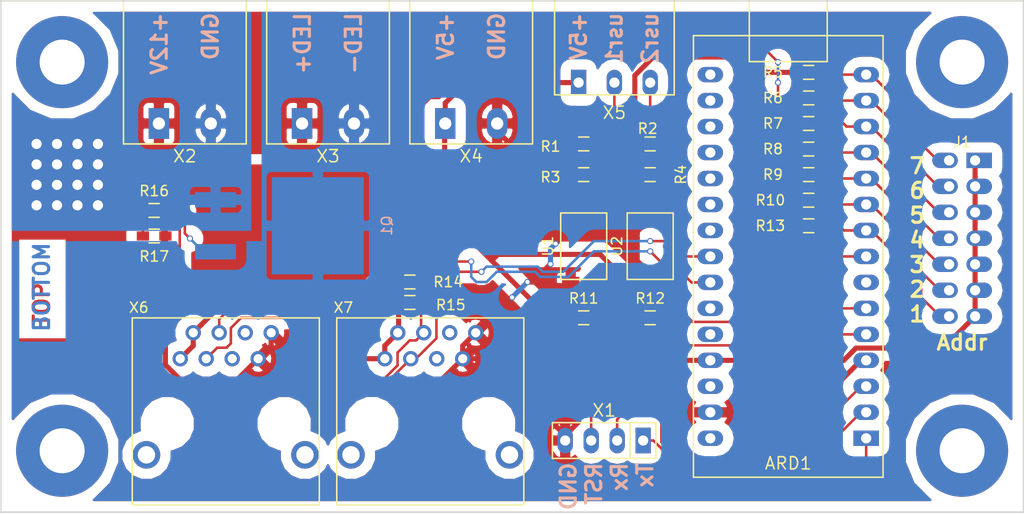
<source format=kicad_pcb>
(kicad_pcb (version 4) (host pcbnew 4.0.5+dfsg1-4)

  (general
    (links 94)
    (no_connects 0)
    (area 94.924999 73.025 195.075001 125.075001)
    (thickness 1.6)
    (drawings 21)
    (tracks 379)
    (zones 0)
    (modules 49)
    (nets 45)
  )

  (page A4)
  (layers
    (0 F.Cu signal hide)
    (31 B.Cu signal hide)
    (32 B.Adhes user)
    (33 F.Adhes user)
    (34 B.Paste user)
    (35 F.Paste user)
    (36 B.SilkS user)
    (37 F.SilkS user)
    (38 B.Mask user)
    (39 F.Mask user)
    (40 Dwgs.User user)
    (41 Cmts.User user)
    (42 Eco1.User user)
    (43 Eco2.User user)
    (44 Edge.Cuts user)
    (45 Margin user)
    (46 B.CrtYd user)
    (47 F.CrtYd user)
    (48 B.Fab user hide)
    (49 F.Fab user hide)
  )

  (setup
    (last_trace_width 0.25)
    (user_trace_width 0.25)
    (user_trace_width 0.5)
    (trace_clearance 0.2)
    (zone_clearance 1)
    (zone_45_only yes)
    (trace_min 0.2)
    (segment_width 0.2)
    (edge_width 0.15)
    (via_size 0.6)
    (via_drill 0.4)
    (via_min_size 0.4)
    (via_min_drill 0.3)
    (uvia_size 0.3)
    (uvia_drill 0.1)
    (uvias_allowed no)
    (uvia_min_size 0.2)
    (uvia_min_drill 0.1)
    (pcb_text_width 0.3)
    (pcb_text_size 1.5 1.5)
    (mod_edge_width 0.15)
    (mod_text_size 1 1)
    (mod_text_width 0.15)
    (pad_size 2.7 2.7)
    (pad_drill 1.7)
    (pad_to_mask_clearance 0.2)
    (aux_axis_origin 95 75)
    (grid_origin 95 75)
    (visible_elements FFFFFF7F)
    (pcbplotparams
      (layerselection 0x010f0_80000001)
      (usegerberextensions false)
      (excludeedgelayer true)
      (linewidth 0.100000)
      (plotframeref false)
      (viasonmask false)
      (mode 1)
      (useauxorigin false)
      (hpglpennumber 1)
      (hpglpenspeed 20)
      (hpglpendiameter 15)
      (hpglpenoverlay 2)
      (psnegative false)
      (psa4output false)
      (plotreference true)
      (plotvalue true)
      (plotinvisibletext false)
      (padsonsilk false)
      (subtractmaskfromsilk false)
      (outputformat 1)
      (mirror false)
      (drillshape 0)
      (scaleselection 1)
      (outputdirectory gerbers/))
  )

  (net 0 "")
  (net 1 "Net-(ARD1-Pad30)")
  (net 2 /tx)
  (net 3 GND)
  (net 4 /rx)
  (net 5 "Net-(ARD1-Pad28)")
  (net 6 /reset)
  (net 7 +5V)
  (net 8 "Net-(ARD1-Pad26)")
  (net 9 /usr1_safe)
  (net 10 "Net-(ARD1-Pad25)")
  (net 11 /usr2_safe)
  (net 12 /SCL)
  (net 13 "Net-(ARD1-Pad7)")
  (net 14 /SDA)
  (net 15 /pwm_ctrl)
  (net 16 "Net-(ARD1-Pad22)")
  (net 17 "Net-(ARD1-Pad21)")
  (net 18 /addr1)
  (net 19 "Net-(ARD1-Pad20)")
  (net 20 /addr2)
  (net 21 "Net-(ARD1-Pad19)")
  (net 22 /addr3)
  (net 23 "Net-(ARD1-Pad18)")
  (net 24 /addr4)
  (net 25 "Net-(ARD1-Pad17)")
  (net 26 /addr5)
  (net 27 /addr7)
  (net 28 /addr6)
  (net 29 /led_negative)
  (net 30 "Net-(Q1-Pad1)")
  (net 31 /usr1)
  (net 32 /usr2)
  (net 33 "Net-(R3-Pad1)")
  (net 34 "Net-(R4-Pad1)")
  (net 35 "Net-(X6-Pad5)")
  (net 36 "Net-(X6-Pad6)")
  (net 37 "Net-(ARD1-Pad16)")
  (net 38 "Net-(MOUNT1-PadM)")
  (net 39 "Net-(MOUNT2-PadM)")
  (net 40 "Net-(MOUNT3-PadM)")
  (net 41 "Net-(MOUNT4-PadM)")
  (net 42 +12V)
  (net 43 "Net-(X7-Pad5)")
  (net 44 "Net-(X7-Pad6)")

  (net_class Default "This is the default net class."
    (clearance 0.2)
    (trace_width 0.25)
    (via_dia 0.6)
    (via_drill 0.4)
    (uvia_dia 0.3)
    (uvia_drill 0.1)
    (add_net +12V)
    (add_net +5V)
    (add_net /SCL)
    (add_net /SDA)
    (add_net /addr1)
    (add_net /addr2)
    (add_net /addr3)
    (add_net /addr4)
    (add_net /addr5)
    (add_net /addr6)
    (add_net /addr7)
    (add_net /led_negative)
    (add_net /pwm_ctrl)
    (add_net /reset)
    (add_net /rx)
    (add_net /tx)
    (add_net /usr1)
    (add_net /usr1_safe)
    (add_net /usr2)
    (add_net /usr2_safe)
    (add_net GND)
    (add_net "Net-(ARD1-Pad16)")
    (add_net "Net-(ARD1-Pad17)")
    (add_net "Net-(ARD1-Pad18)")
    (add_net "Net-(ARD1-Pad19)")
    (add_net "Net-(ARD1-Pad20)")
    (add_net "Net-(ARD1-Pad21)")
    (add_net "Net-(ARD1-Pad22)")
    (add_net "Net-(ARD1-Pad25)")
    (add_net "Net-(ARD1-Pad26)")
    (add_net "Net-(ARD1-Pad28)")
    (add_net "Net-(ARD1-Pad30)")
    (add_net "Net-(ARD1-Pad7)")
    (add_net "Net-(MOUNT1-PadM)")
    (add_net "Net-(MOUNT2-PadM)")
    (add_net "Net-(MOUNT3-PadM)")
    (add_net "Net-(MOUNT4-PadM)")
    (add_net "Net-(Q1-Pad1)")
    (add_net "Net-(R3-Pad1)")
    (add_net "Net-(R4-Pad1)")
    (add_net "Net-(X6-Pad5)")
    (add_net "Net-(X6-Pad6)")
    (add_net "Net-(X7-Pad5)")
    (add_net "Net-(X7-Pad6)")
  )

  (module 8P8C-1 (layer F.Cu) (tedit 59A1C7D9) (tstamp 59A47DDD)
    (at 117 110)
    (path /59A17611)
    (fp_text reference X6 (at -8.5 -5) (layer F.SilkS)
      (effects (font (size 1 1) (thickness 0.15)))
    )
    (fp_text value 8P8C (at 0.05 3.45) (layer F.Fab)
      (effects (font (size 1 1) (thickness 0.15)))
    )
    (fp_line (start -9.145 -3.99) (end -9.145 14.3) (layer F.SilkS) (width 0.15))
    (fp_line (start 9.145 14.3) (end -9.145 14.3) (layer F.SilkS) (width 0.15))
    (fp_line (start 9.145 -3.99) (end 9.145 14.3) (layer F.SilkS) (width 0.15))
    (fp_line (start -9.145 -3.99) (end 9.145 -3.99) (layer F.SilkS) (width 0.15))
    (pad "" thru_hole circle (at 7.745 9.4) (size 2.7 2.7) (drill 1.7) (layers *.Cu *.Mask))
    (pad "" thru_hole circle (at -7.755 9.4) (size 2.7 2.7) (drill 1.7) (layers *.Cu *.Mask))
    (pad "" np_thru_hole circle (at 5.71 6.35) (size 3.2 3.2) (drill 3.2) (layers *.Cu *.Mask))
    (pad 1 thru_hole circle (at -4.45 0) (size 1.5 1.5) (drill 0.9) (layers *.Cu *.Mask)
      (net 7 +5V))
    (pad 3 thru_hole circle (at -1.91 0) (size 1.5 1.5) (drill 0.9) (layers *.Cu *.Mask)
      (net 14 /SDA))
    (pad 5 thru_hole circle (at 0.63 0) (size 1.5 1.5) (drill 0.9) (layers *.Cu *.Mask)
      (net 35 "Net-(X6-Pad5)"))
    (pad 7 thru_hole circle (at 3.17 0) (size 1.5 1.5) (drill 0.9) (layers *.Cu *.Mask)
      (net 3 GND))
    (pad 8 thru_hole circle (at 4.44 -2.54) (size 1.5 1.5) (drill 0.9) (layers *.Cu *.Mask)
      (net 3 GND))
    (pad 6 thru_hole circle (at 1.9 -2.54) (size 1.5 1.5) (drill 0.9) (layers *.Cu *.Mask)
      (net 36 "Net-(X6-Pad6)"))
    (pad 4 thru_hole circle (at -0.64 -2.54) (size 1.5 1.5) (drill 0.9) (layers *.Cu *.Mask)
      (net 12 /SCL))
    (pad 2 thru_hole circle (at -3.18 -2.54) (size 1.5 1.5) (drill 0.9) (layers *.Cu *.Mask)
      (net 7 +5V))
    (pad "" np_thru_hole circle (at -5.72 6.35) (size 3.2 3.2) (drill 3.2) (layers *.Cu *.Mask))
  )

  (module piet:via1510 (layer F.Cu) (tedit 59A1BEF5) (tstamp 59A1C004)
    (at 104.5 95 90)
    (zone_connect 2)
    (fp_text reference REF** (at 0 1.27 90) (layer F.SilkS) hide
      (effects (font (size 1 1) (thickness 0.15)))
    )
    (fp_text value via150100 (at 0 -1.27 90) (layer F.Fab) hide
      (effects (font (size 1 1) (thickness 0.15)))
    )
    (pad 1 thru_hole circle (at 0 0 90) (size 1.5 1.5) (drill 1) (layers *.Cu *.Mask)
      (net 3 GND) (zone_connect 2))
  )

  (module piet:via1510 (layer F.Cu) (tedit 59A1BEF5) (tstamp 59A1C000)
    (at 102.5 95 90)
    (zone_connect 2)
    (fp_text reference REF** (at 0 1.27 90) (layer F.SilkS) hide
      (effects (font (size 1 1) (thickness 0.15)))
    )
    (fp_text value via150100 (at 0 -1.27 90) (layer F.Fab) hide
      (effects (font (size 1 1) (thickness 0.15)))
    )
    (pad 1 thru_hole circle (at 0 0 90) (size 1.5 1.5) (drill 1) (layers *.Cu *.Mask)
      (net 3 GND) (zone_connect 2))
  )

  (module piet:via1510 (layer F.Cu) (tedit 59A1BEF5) (tstamp 59A1BFFC)
    (at 100.5 95 90)
    (zone_connect 2)
    (fp_text reference REF** (at 0 1.27 90) (layer F.SilkS) hide
      (effects (font (size 1 1) (thickness 0.15)))
    )
    (fp_text value via150100 (at 0 -1.27 90) (layer F.Fab) hide
      (effects (font (size 1 1) (thickness 0.15)))
    )
    (pad 1 thru_hole circle (at 0 0 90) (size 1.5 1.5) (drill 1) (layers *.Cu *.Mask)
      (net 3 GND) (zone_connect 2))
  )

  (module piet:via1510 (layer F.Cu) (tedit 59A1BEF5) (tstamp 59A1BFF8)
    (at 98.5 95 90)
    (zone_connect 2)
    (fp_text reference REF** (at 0 1.27 90) (layer F.SilkS) hide
      (effects (font (size 1 1) (thickness 0.15)))
    )
    (fp_text value via150100 (at 0 -1.27 90) (layer F.Fab) hide
      (effects (font (size 1 1) (thickness 0.15)))
    )
    (pad 1 thru_hole circle (at 0 0 90) (size 1.5 1.5) (drill 1) (layers *.Cu *.Mask)
      (net 3 GND) (zone_connect 2))
  )

  (module piet:via1510 (layer F.Cu) (tedit 59A1BEF5) (tstamp 59A1BFF4)
    (at 104.5 93 90)
    (zone_connect 2)
    (fp_text reference REF** (at 0 1.27 90) (layer F.SilkS) hide
      (effects (font (size 1 1) (thickness 0.15)))
    )
    (fp_text value via150100 (at 0 -1.27 90) (layer F.Fab) hide
      (effects (font (size 1 1) (thickness 0.15)))
    )
    (pad 1 thru_hole circle (at 0 0 90) (size 1.5 1.5) (drill 1) (layers *.Cu *.Mask)
      (net 3 GND) (zone_connect 2))
  )

  (module piet:via1510 (layer F.Cu) (tedit 59A1BEF5) (tstamp 59A1BFF0)
    (at 102.5 93 90)
    (zone_connect 2)
    (fp_text reference REF** (at 0 1.27 90) (layer F.SilkS) hide
      (effects (font (size 1 1) (thickness 0.15)))
    )
    (fp_text value via150100 (at 0 -1.27 90) (layer F.Fab) hide
      (effects (font (size 1 1) (thickness 0.15)))
    )
    (pad 1 thru_hole circle (at 0 0 90) (size 1.5 1.5) (drill 1) (layers *.Cu *.Mask)
      (net 3 GND) (zone_connect 2))
  )

  (module piet:via1510 (layer F.Cu) (tedit 59A1BEF5) (tstamp 59A1BFEC)
    (at 100.5 93 90)
    (zone_connect 2)
    (fp_text reference REF** (at 0 1.27 90) (layer F.SilkS) hide
      (effects (font (size 1 1) (thickness 0.15)))
    )
    (fp_text value via150100 (at 0 -1.27 90) (layer F.Fab) hide
      (effects (font (size 1 1) (thickness 0.15)))
    )
    (pad 1 thru_hole circle (at 0 0 90) (size 1.5 1.5) (drill 1) (layers *.Cu *.Mask)
      (net 3 GND) (zone_connect 2))
  )

  (module piet:via1510 (layer F.Cu) (tedit 59A1BEF5) (tstamp 59A1BFE8)
    (at 98.5 93 90)
    (zone_connect 2)
    (fp_text reference REF** (at 0 1.27 90) (layer F.SilkS) hide
      (effects (font (size 1 1) (thickness 0.15)))
    )
    (fp_text value via150100 (at 0 -1.27 90) (layer F.Fab) hide
      (effects (font (size 1 1) (thickness 0.15)))
    )
    (pad 1 thru_hole circle (at 0 0 90) (size 1.5 1.5) (drill 1) (layers *.Cu *.Mask)
      (net 3 GND) (zone_connect 2))
  )

  (module piet:via1510 (layer F.Cu) (tedit 59A1BEF5) (tstamp 59A1BFE4)
    (at 104.5 91 90)
    (zone_connect 2)
    (fp_text reference REF** (at 0 1.27 90) (layer F.SilkS) hide
      (effects (font (size 1 1) (thickness 0.15)))
    )
    (fp_text value via150100 (at 0 -1.27 90) (layer F.Fab) hide
      (effects (font (size 1 1) (thickness 0.15)))
    )
    (pad 1 thru_hole circle (at 0 0 90) (size 1.5 1.5) (drill 1) (layers *.Cu *.Mask)
      (net 3 GND) (zone_connect 2))
  )

  (module piet:via1510 (layer F.Cu) (tedit 59A1BEF5) (tstamp 59A1BFE0)
    (at 102.5 91 90)
    (zone_connect 2)
    (fp_text reference REF** (at 0 1.27 90) (layer F.SilkS) hide
      (effects (font (size 1 1) (thickness 0.15)))
    )
    (fp_text value via150100 (at 0 -1.27 90) (layer F.Fab) hide
      (effects (font (size 1 1) (thickness 0.15)))
    )
    (pad 1 thru_hole circle (at 0 0 90) (size 1.5 1.5) (drill 1) (layers *.Cu *.Mask)
      (net 3 GND) (zone_connect 2))
  )

  (module piet:via1510 (layer F.Cu) (tedit 59A1BEF5) (tstamp 59A1BFDC)
    (at 100.5 91 90)
    (zone_connect 2)
    (fp_text reference REF** (at 0 1.27 90) (layer F.SilkS) hide
      (effects (font (size 1 1) (thickness 0.15)))
    )
    (fp_text value via150100 (at 0 -1.27 90) (layer F.Fab) hide
      (effects (font (size 1 1) (thickness 0.15)))
    )
    (pad 1 thru_hole circle (at 0 0 90) (size 1.5 1.5) (drill 1) (layers *.Cu *.Mask)
      (net 3 GND) (zone_connect 2))
  )

  (module piet:via1510 (layer F.Cu) (tedit 59A1BEF5) (tstamp 59A1BFD8)
    (at 98.5 91 90)
    (zone_connect 2)
    (fp_text reference REF** (at 0 1.27 90) (layer F.SilkS) hide
      (effects (font (size 1 1) (thickness 0.15)))
    )
    (fp_text value via150100 (at 0 -1.27 90) (layer F.Fab) hide
      (effects (font (size 1 1) (thickness 0.15)))
    )
    (pad 1 thru_hole circle (at 0 0 90) (size 1.5 1.5) (drill 1) (layers *.Cu *.Mask)
      (net 3 GND) (zone_connect 2))
  )

  (module piet:via1510 (layer F.Cu) (tedit 59A1BEF5) (tstamp 59A1BFD4)
    (at 104.5 89 90)
    (zone_connect 2)
    (fp_text reference REF** (at 0 1.27 90) (layer F.SilkS) hide
      (effects (font (size 1 1) (thickness 0.15)))
    )
    (fp_text value via150100 (at 0 -1.27 90) (layer F.Fab) hide
      (effects (font (size 1 1) (thickness 0.15)))
    )
    (pad 1 thru_hole circle (at 0 0 90) (size 1.5 1.5) (drill 1) (layers *.Cu *.Mask)
      (net 3 GND) (zone_connect 2))
  )

  (module piet:via1510 (layer F.Cu) (tedit 59A1BEF5) (tstamp 59A1BFD0)
    (at 102.5 89 90)
    (zone_connect 2)
    (fp_text reference REF** (at 0 1.27 90) (layer F.SilkS) hide
      (effects (font (size 1 1) (thickness 0.15)))
    )
    (fp_text value via150100 (at 0 -1.27 90) (layer F.Fab) hide
      (effects (font (size 1 1) (thickness 0.15)))
    )
    (pad 1 thru_hole circle (at 0 0 90) (size 1.5 1.5) (drill 1) (layers *.Cu *.Mask)
      (net 3 GND) (zone_connect 2))
  )

  (module piet:via1510 (layer F.Cu) (tedit 59A1BEF5) (tstamp 59A1BFCC)
    (at 100.5 89 90)
    (zone_connect 2)
    (fp_text reference REF** (at 0 1.27 90) (layer F.SilkS) hide
      (effects (font (size 1 1) (thickness 0.15)))
    )
    (fp_text value via150100 (at 0 -1.27 90) (layer F.Fab) hide
      (effects (font (size 1 1) (thickness 0.15)))
    )
    (pad 1 thru_hole circle (at 0 0 90) (size 1.5 1.5) (drill 1) (layers *.Cu *.Mask)
      (net 3 GND) (zone_connect 2))
  )

  (module piet:PC817XI (layer F.Cu) (tedit 59A176C7) (tstamp 59A47D90)
    (at 158.5 99 270)
    (path /59A1CB6C)
    (fp_text reference U2 (at 0 3.25 270) (layer F.SilkS)
      (effects (font (size 1 1) (thickness 0.15)))
    )
    (fp_text value PC817 (at 0 -3.81 270) (layer F.Fab)
      (effects (font (size 1 1) (thickness 0.15)))
    )
    (fp_line (start -3.25 2.25) (end -3.25 -2.25) (layer F.SilkS) (width 0.15))
    (fp_line (start -3.25 -2.25) (end 3.25 -2.25) (layer F.SilkS) (width 0.15))
    (fp_line (start 3.25 -2.25) (end 3.25 2.25) (layer F.SilkS) (width 0.15))
    (fp_line (start 3.25 2.25) (end -3.25 2.25) (layer F.SilkS) (width 0.15))
    (pad 1 smd rect (at -4.1 -1.27 270) (size 2.2 1.7) (layers F.Cu F.Paste F.Mask)
      (net 34 "Net-(R4-Pad1)"))
    (pad 4 smd rect (at 4.099999 -1.27 270) (size 2.2 1.7) (layers F.Cu F.Paste F.Mask)
      (net 11 /usr2_safe))
    (pad 2 smd rect (at -4.1 1.27 270) (size 2.2 1.7) (layers F.Cu F.Paste F.Mask)
      (net 3 GND))
    (pad 3 smd rect (at 4.099999 1.27 270) (size 2.2 1.7) (layers F.Cu F.Paste F.Mask)
      (net 3 GND))
  )

  (module piet:ArduinoNano (layer F.Cu) (tedit 59A17395) (tstamp 59A47CF9)
    (at 172 100 90)
    (path /59A1622F)
    (fp_text reference ARD1 (at -20.23 0 180) (layer F.SilkS)
      (effects (font (size 1.2 1.2) (thickness 0.15)))
    )
    (fp_text value ArduinoNano (at 0 0 90) (layer F.Fab)
      (effects (font (size 1.2 1.2) (thickness 0.15)))
    )
    (fp_line (start 19.05 -3.81) (end 19.05 3.81) (layer F.SilkS) (width 0.15))
    (fp_line (start 19.05 3.81) (end 25.4 3.81) (layer F.SilkS) (width 0.15))
    (fp_line (start 25.4 3.81) (end 25.4 -3.81) (layer F.SilkS) (width 0.15))
    (fp_line (start 25.4 -3.81) (end 19.05 -3.81) (layer F.SilkS) (width 0.15))
    (fp_line (start 21.59 9.271) (end 21.59 -9.271) (layer F.SilkS) (width 0.15))
    (fp_line (start -21.59 -9.271) (end 21.59 -9.271) (layer F.SilkS) (width 0.15))
    (fp_line (start -21.59 -9.271) (end -21.59 9.271) (layer F.SilkS) (width 0.15))
    (fp_line (start -21.59 9.271) (end 21.59 9.271) (layer F.SilkS) (width 0.15))
    (pad 30 thru_hole oval (at -17.78 -7.62 90) (size 1.5 2.5) (drill 1) (layers *.Cu *.Mask)
      (net 1 "Net-(ARD1-Pad30)"))
    (pad 1 thru_hole rect (at -17.78 7.62 90) (size 1.5 2.5) (drill 1) (layers *.Cu *.Mask)
      (net 2 /tx))
    (pad 29 thru_hole oval (at -15.24 -7.62 90) (size 1.5 2.5) (drill 1) (layers *.Cu *.Mask)
      (net 3 GND))
    (pad 2 thru_hole oval (at -15.24 7.62 90) (size 1.5 2.5) (drill 1) (layers *.Cu *.Mask)
      (net 4 /rx))
    (pad 28 thru_hole oval (at -12.7 -7.62 90) (size 1.5 2.5) (drill 1) (layers *.Cu *.Mask)
      (net 5 "Net-(ARD1-Pad28)"))
    (pad 3 thru_hole oval (at -12.7 7.62 90) (size 1.5 2.5) (drill 1) (layers *.Cu *.Mask)
      (net 6 /reset))
    (pad 27 thru_hole oval (at -10.16 -7.62 90) (size 1.5 2.5) (drill 1) (layers *.Cu *.Mask)
      (net 7 +5V))
    (pad 4 thru_hole oval (at -10.16 7.62 90) (size 1.5 2.5) (drill 1) (layers *.Cu *.Mask)
      (net 3 GND))
    (pad 26 thru_hole oval (at -7.62 -7.62 90) (size 1.5 2.5) (drill 1) (layers *.Cu *.Mask)
      (net 8 "Net-(ARD1-Pad26)"))
    (pad 5 thru_hole oval (at -7.62 7.62 90) (size 1.5 2.5) (drill 1) (layers *.Cu *.Mask)
      (net 9 /usr1_safe))
    (pad 25 thru_hole oval (at -5.08 -7.62 90) (size 1.5 2.5) (drill 1) (layers *.Cu *.Mask)
      (net 10 "Net-(ARD1-Pad25)"))
    (pad 6 thru_hole oval (at -5.08 7.62 90) (size 1.5 2.5) (drill 1) (layers *.Cu *.Mask)
      (net 11 /usr2_safe))
    (pad 24 thru_hole oval (at -2.54 -7.62 90) (size 1.5 2.5) (drill 1) (layers *.Cu *.Mask)
      (net 12 /SCL))
    (pad 7 thru_hole oval (at -2.54 7.62 90) (size 1.5 2.5) (drill 1) (layers *.Cu *.Mask)
      (net 13 "Net-(ARD1-Pad7)"))
    (pad 23 thru_hole oval (at 0 -7.62 90) (size 1.5 2.5) (drill 1) (layers *.Cu *.Mask)
      (net 14 /SDA))
    (pad 8 thru_hole oval (at 0 7.62 90) (size 1.5 2.5) (drill 1) (layers *.Cu *.Mask)
      (net 15 /pwm_ctrl))
    (pad 22 thru_hole oval (at 2.54 -7.62 90) (size 1.5 2.5) (drill 1) (layers *.Cu *.Mask)
      (net 16 "Net-(ARD1-Pad22)"))
    (pad 9 thru_hole oval (at 2.54 7.62 90) (size 1.5 2.5) (drill 1) (layers *.Cu *.Mask)
      (net 18 /addr1))
    (pad 21 thru_hole oval (at 5.08 -7.62 90) (size 1.5 2.5) (drill 1) (layers *.Cu *.Mask)
      (net 17 "Net-(ARD1-Pad21)"))
    (pad 10 thru_hole oval (at 5.08 7.62 90) (size 1.5 2.5) (drill 1) (layers *.Cu *.Mask)
      (net 20 /addr2))
    (pad 20 thru_hole oval (at 7.62 -7.62 90) (size 1.5 2.5) (drill 1) (layers *.Cu *.Mask)
      (net 19 "Net-(ARD1-Pad20)"))
    (pad 11 thru_hole oval (at 7.62 7.62 90) (size 1.5 2.5) (drill 1) (layers *.Cu *.Mask)
      (net 22 /addr3))
    (pad 19 thru_hole oval (at 10.16 -7.62 90) (size 1.5 2.5) (drill 1) (layers *.Cu *.Mask)
      (net 21 "Net-(ARD1-Pad19)"))
    (pad 12 thru_hole oval (at 10.16 7.62 90) (size 1.5 2.5) (drill 1) (layers *.Cu *.Mask)
      (net 24 /addr4))
    (pad 18 thru_hole oval (at 12.7 -7.62 90) (size 1.5 2.5) (drill 1) (layers *.Cu *.Mask)
      (net 23 "Net-(ARD1-Pad18)"))
    (pad 13 thru_hole oval (at 12.7 7.62 90) (size 1.5 2.5) (drill 1) (layers *.Cu *.Mask)
      (net 26 /addr5))
    (pad 17 thru_hole oval (at 15.24 -7.62 90) (size 1.5 2.5) (drill 1) (layers *.Cu *.Mask)
      (net 25 "Net-(ARD1-Pad17)"))
    (pad 14 thru_hole oval (at 15.24 7.62 90) (size 1.5 2.5) (drill 1) (layers *.Cu *.Mask)
      (net 28 /addr6))
    (pad 16 thru_hole oval (at 17.78 -7.62 90) (size 1.5 2.5) (drill 1) (layers *.Cu *.Mask)
      (net 37 "Net-(ARD1-Pad16)"))
    (pad 15 thru_hole oval (at 17.78 7.62 90) (size 1.5 2.5) (drill 1) (layers *.Cu *.Mask)
      (net 27 /addr7))
  )

  (module piet:Header2x7_254 (layer F.Cu) (tedit 59A1C2AB) (tstamp 59A47D0B)
    (at 189 99.5 270)
    (path /59A12F1E)
    (fp_text reference J1 (at -10.7 0 360) (layer F.SilkS)
      (effects (font (size 1 1) (thickness 0.15)))
    )
    (fp_text value jumper2x7 (at 0 -4.5 270) (layer F.Fab)
      (effects (font (size 1 1) (thickness 0.15)))
    )
    (pad 1 thru_hole rect (at -8.89 -1.27 270) (size 1.5 2.5) (drill 1 (offset 0 -0.4)) (layers *.Cu *.Mask)
      (net 7 +5V))
    (pad 2 thru_hole oval (at -6.35 -1.27 270) (size 1.5 2.5) (drill 1 (offset 0 -0.4)) (layers *.Cu *.Mask)
      (net 7 +5V))
    (pad 3 thru_hole oval (at -3.81 -1.27 270) (size 1.5 2.5) (drill 1 (offset 0 -0.4)) (layers *.Cu *.Mask)
      (net 7 +5V))
    (pad 4 thru_hole oval (at -1.27 -1.27 270) (size 1.5 2.5) (drill 1 (offset 0 -0.4)) (layers *.Cu *.Mask)
      (net 7 +5V))
    (pad 5 thru_hole oval (at 1.27 -1.27 270) (size 1.5 2.5) (drill 1 (offset 0 -0.4)) (layers *.Cu *.Mask)
      (net 7 +5V))
    (pad 6 thru_hole oval (at 3.81 -1.27 270) (size 1.5 2.5) (drill 1 (offset 0 -0.4)) (layers *.Cu *.Mask)
      (net 7 +5V))
    (pad 7 thru_hole oval (at 6.35 -1.27 270) (size 1.5 2.5) (drill 1 (offset 0 -0.4)) (layers *.Cu *.Mask)
      (net 7 +5V))
    (pad 8 thru_hole oval (at 6.35 1.27 270) (size 1.5 2.5) (drill 1 (offset 0 0.4)) (layers *.Cu *.Mask)
      (net 18 /addr1))
    (pad 9 thru_hole oval (at 3.81 1.27 270) (size 1.5 2.5) (drill 1 (offset 0 0.4)) (layers *.Cu *.Mask)
      (net 20 /addr2))
    (pad 10 thru_hole oval (at 1.27 1.27 270) (size 1.5 2.5) (drill 1 (offset 0 0.4)) (layers *.Cu *.Mask)
      (net 22 /addr3))
    (pad 11 thru_hole oval (at -1.27 1.27 270) (size 1.5 2.5) (drill 1 (offset 0 0.4)) (layers *.Cu *.Mask)
      (net 24 /addr4))
    (pad 12 thru_hole oval (at -3.81 1.27 270) (size 1.5 2.5) (drill 1 (offset 0 0.4)) (layers *.Cu *.Mask)
      (net 26 /addr5))
    (pad 13 thru_hole oval (at -6.35 1.27 270) (size 1.5 2.5) (drill 1 (offset 0 0.4)) (layers *.Cu *.Mask)
      (net 28 /addr6))
    (pad 14 thru_hole oval (at -8.89 1.27 270) (size 1.5 2.5) (drill 1 (offset 0 0.4)) (layers *.Cu *.Mask)
      (net 27 /addr7))
  )

  (module piet:TO-263AB_D2PAK (layer B.Cu) (tedit 59A17B06) (tstamp 59A47D12)
    (at 121 97 90)
    (path /59A126CB)
    (fp_text reference Q1 (at 0 11.75 90) (layer B.SilkS)
      (effects (font (size 1 1) (thickness 0.15)) (justify mirror))
    )
    (fp_text value FDB8832 (at 0 12.75 90) (layer B.Fab)
      (effects (font (size 1 1) (thickness 0.15)) (justify mirror))
    )
    (pad 4 smd rect (at 0 5 90) (size 9.5 9) (layers B.Cu B.Paste B.Mask)
      (net 29 /led_negative))
    (pad 1 smd rect (at -2.54 -5 90) (size 1.5 4) (layers B.Cu B.Paste B.Mask)
      (net 30 "Net-(Q1-Pad1)"))
    (pad 3 smd rect (at 2.54 -5 90) (size 1.5 4) (layers B.Cu B.Paste B.Mask)
      (net 3 GND))
  )

  (module Resistors_SMD:R_0603_HandSoldering (layer F.Cu) (tedit 58307AEF) (tstamp 59A47D18)
    (at 152 92)
    (descr "Resistor SMD 0603, hand soldering")
    (tags "resistor 0603")
    (path /59A1C26E)
    (attr smd)
    (fp_text reference R1 (at -3.25 -2.75) (layer F.SilkS)
      (effects (font (size 1 1) (thickness 0.15)))
    )
    (fp_text value 1k (at 0 1.9) (layer F.Fab)
      (effects (font (size 1 1) (thickness 0.15)))
    )
    (fp_line (start -0.8 0.4) (end -0.8 -0.4) (layer F.Fab) (width 0.1))
    (fp_line (start 0.8 0.4) (end -0.8 0.4) (layer F.Fab) (width 0.1))
    (fp_line (start 0.8 -0.4) (end 0.8 0.4) (layer F.Fab) (width 0.1))
    (fp_line (start -0.8 -0.4) (end 0.8 -0.4) (layer F.Fab) (width 0.1))
    (fp_line (start -2 -0.8) (end 2 -0.8) (layer F.CrtYd) (width 0.05))
    (fp_line (start -2 0.8) (end 2 0.8) (layer F.CrtYd) (width 0.05))
    (fp_line (start -2 -0.8) (end -2 0.8) (layer F.CrtYd) (width 0.05))
    (fp_line (start 2 -0.8) (end 2 0.8) (layer F.CrtYd) (width 0.05))
    (fp_line (start 0.5 0.675) (end -0.5 0.675) (layer F.SilkS) (width 0.15))
    (fp_line (start -0.5 -0.675) (end 0.5 -0.675) (layer F.SilkS) (width 0.15))
    (pad 1 smd rect (at -1.1 0) (size 1.2 0.9) (layers F.Cu F.Paste F.Mask)
      (net 3 GND))
    (pad 2 smd rect (at 1.1 0) (size 1.2 0.9) (layers F.Cu F.Paste F.Mask)
      (net 31 /usr1))
    (model Resistors_SMD.3dshapes/R_0603_HandSoldering.wrl
      (at (xyz 0 0 0))
      (scale (xyz 1 1 1))
      (rotate (xyz 0 0 0))
    )
  )

  (module Resistors_SMD:R_0603_HandSoldering (layer F.Cu) (tedit 58307AEF) (tstamp 59A47D1E)
    (at 158.5 92)
    (descr "Resistor SMD 0603, hand soldering")
    (tags "resistor 0603")
    (path /59A1CB93)
    (attr smd)
    (fp_text reference R2 (at -0.25 -4.5) (layer F.SilkS)
      (effects (font (size 1 1) (thickness 0.15)))
    )
    (fp_text value 1k (at 0 1.9) (layer F.Fab)
      (effects (font (size 1 1) (thickness 0.15)))
    )
    (fp_line (start -0.8 0.4) (end -0.8 -0.4) (layer F.Fab) (width 0.1))
    (fp_line (start 0.8 0.4) (end -0.8 0.4) (layer F.Fab) (width 0.1))
    (fp_line (start 0.8 -0.4) (end 0.8 0.4) (layer F.Fab) (width 0.1))
    (fp_line (start -0.8 -0.4) (end 0.8 -0.4) (layer F.Fab) (width 0.1))
    (fp_line (start -2 -0.8) (end 2 -0.8) (layer F.CrtYd) (width 0.05))
    (fp_line (start -2 0.8) (end 2 0.8) (layer F.CrtYd) (width 0.05))
    (fp_line (start -2 -0.8) (end -2 0.8) (layer F.CrtYd) (width 0.05))
    (fp_line (start 2 -0.8) (end 2 0.8) (layer F.CrtYd) (width 0.05))
    (fp_line (start 0.5 0.675) (end -0.5 0.675) (layer F.SilkS) (width 0.15))
    (fp_line (start -0.5 -0.675) (end 0.5 -0.675) (layer F.SilkS) (width 0.15))
    (pad 1 smd rect (at -1.1 0) (size 1.2 0.9) (layers F.Cu F.Paste F.Mask)
      (net 3 GND))
    (pad 2 smd rect (at 1.1 0) (size 1.2 0.9) (layers F.Cu F.Paste F.Mask)
      (net 32 /usr2))
    (model Resistors_SMD.3dshapes/R_0603_HandSoldering.wrl
      (at (xyz 0 0 0))
      (scale (xyz 1 1 1))
      (rotate (xyz 0 0 0))
    )
  )

  (module Resistors_SMD:R_0603_HandSoldering (layer F.Cu) (tedit 58307AEF) (tstamp 59A47D24)
    (at 152 89 180)
    (descr "Resistor SMD 0603, hand soldering")
    (tags "resistor 0603")
    (path /59A1C17C)
    (attr smd)
    (fp_text reference R3 (at 3.25 -3.25 180) (layer F.SilkS)
      (effects (font (size 1 1) (thickness 0.15)))
    )
    (fp_text value 680R (at 42.75 -5.5 180) (layer F.Fab)
      (effects (font (size 1 1) (thickness 0.15)))
    )
    (fp_line (start -0.8 0.4) (end -0.8 -0.4) (layer F.Fab) (width 0.1))
    (fp_line (start 0.8 0.4) (end -0.8 0.4) (layer F.Fab) (width 0.1))
    (fp_line (start 0.8 -0.4) (end 0.8 0.4) (layer F.Fab) (width 0.1))
    (fp_line (start -0.8 -0.4) (end 0.8 -0.4) (layer F.Fab) (width 0.1))
    (fp_line (start -2 -0.8) (end 2 -0.8) (layer F.CrtYd) (width 0.05))
    (fp_line (start -2 0.8) (end 2 0.8) (layer F.CrtYd) (width 0.05))
    (fp_line (start -2 -0.8) (end -2 0.8) (layer F.CrtYd) (width 0.05))
    (fp_line (start 2 -0.8) (end 2 0.8) (layer F.CrtYd) (width 0.05))
    (fp_line (start 0.5 0.675) (end -0.5 0.675) (layer F.SilkS) (width 0.15))
    (fp_line (start -0.5 -0.675) (end 0.5 -0.675) (layer F.SilkS) (width 0.15))
    (pad 1 smd rect (at -1.1 0 180) (size 1.2 0.9) (layers F.Cu F.Paste F.Mask)
      (net 33 "Net-(R3-Pad1)"))
    (pad 2 smd rect (at 1.1 0 180) (size 1.2 0.9) (layers F.Cu F.Paste F.Mask)
      (net 31 /usr1))
    (model Resistors_SMD.3dshapes/R_0603_HandSoldering.wrl
      (at (xyz 0 0 0))
      (scale (xyz 1 1 1))
      (rotate (xyz 0 0 0))
    )
  )

  (module Resistors_SMD:R_0603_HandSoldering (layer F.Cu) (tedit 58307AEF) (tstamp 59A47D2A)
    (at 158.5 89 180)
    (descr "Resistor SMD 0603, hand soldering")
    (tags "resistor 0603")
    (path /59A1CB8D)
    (attr smd)
    (fp_text reference R4 (at -3 -3 270) (layer F.SilkS)
      (effects (font (size 1 1) (thickness 0.15)))
    )
    (fp_text value 680R (at 0 1.9 180) (layer F.Fab)
      (effects (font (size 1 1) (thickness 0.15)))
    )
    (fp_line (start -0.8 0.4) (end -0.8 -0.4) (layer F.Fab) (width 0.1))
    (fp_line (start 0.8 0.4) (end -0.8 0.4) (layer F.Fab) (width 0.1))
    (fp_line (start 0.8 -0.4) (end 0.8 0.4) (layer F.Fab) (width 0.1))
    (fp_line (start -0.8 -0.4) (end 0.8 -0.4) (layer F.Fab) (width 0.1))
    (fp_line (start -2 -0.8) (end 2 -0.8) (layer F.CrtYd) (width 0.05))
    (fp_line (start -2 0.8) (end 2 0.8) (layer F.CrtYd) (width 0.05))
    (fp_line (start -2 -0.8) (end -2 0.8) (layer F.CrtYd) (width 0.05))
    (fp_line (start 2 -0.8) (end 2 0.8) (layer F.CrtYd) (width 0.05))
    (fp_line (start 0.5 0.675) (end -0.5 0.675) (layer F.SilkS) (width 0.15))
    (fp_line (start -0.5 -0.675) (end 0.5 -0.675) (layer F.SilkS) (width 0.15))
    (pad 1 smd rect (at -1.1 0 180) (size 1.2 0.9) (layers F.Cu F.Paste F.Mask)
      (net 34 "Net-(R4-Pad1)"))
    (pad 2 smd rect (at 1.1 0 180) (size 1.2 0.9) (layers F.Cu F.Paste F.Mask)
      (net 32 /usr2))
    (model Resistors_SMD.3dshapes/R_0603_HandSoldering.wrl
      (at (xyz 0 0 0))
      (scale (xyz 1 1 1))
      (rotate (xyz 0 0 0))
    )
  )

  (module Resistors_SMD:R_0603_HandSoldering (layer F.Cu) (tedit 58307AEF) (tstamp 59A47D30)
    (at 174 82 180)
    (descr "Resistor SMD 0603, hand soldering")
    (tags "resistor 0603")
    (path /59A1318C)
    (attr smd)
    (fp_text reference R5 (at 3.5 0 180) (layer F.SilkS)
      (effects (font (size 1 1) (thickness 0.15)))
    )
    (fp_text value 10K (at 0 1.9 180) (layer F.Fab)
      (effects (font (size 1 1) (thickness 0.15)))
    )
    (fp_line (start -0.8 0.4) (end -0.8 -0.4) (layer F.Fab) (width 0.1))
    (fp_line (start 0.8 0.4) (end -0.8 0.4) (layer F.Fab) (width 0.1))
    (fp_line (start 0.8 -0.4) (end 0.8 0.4) (layer F.Fab) (width 0.1))
    (fp_line (start -0.8 -0.4) (end 0.8 -0.4) (layer F.Fab) (width 0.1))
    (fp_line (start -2 -0.8) (end 2 -0.8) (layer F.CrtYd) (width 0.05))
    (fp_line (start -2 0.8) (end 2 0.8) (layer F.CrtYd) (width 0.05))
    (fp_line (start -2 -0.8) (end -2 0.8) (layer F.CrtYd) (width 0.05))
    (fp_line (start 2 -0.8) (end 2 0.8) (layer F.CrtYd) (width 0.05))
    (fp_line (start 0.5 0.675) (end -0.5 0.675) (layer F.SilkS) (width 0.15))
    (fp_line (start -0.5 -0.675) (end 0.5 -0.675) (layer F.SilkS) (width 0.15))
    (pad 1 smd rect (at -1.1 0 180) (size 1.2 0.9) (layers F.Cu F.Paste F.Mask)
      (net 27 /addr7))
    (pad 2 smd rect (at 1.1 0 180) (size 1.2 0.9) (layers F.Cu F.Paste F.Mask)
      (net 3 GND))
    (model Resistors_SMD.3dshapes/R_0603_HandSoldering.wrl
      (at (xyz 0 0 0))
      (scale (xyz 1 1 1))
      (rotate (xyz 0 0 0))
    )
  )

  (module Resistors_SMD:R_0603_HandSoldering (layer F.Cu) (tedit 58307AEF) (tstamp 59A47D36)
    (at 174 84.5 180)
    (descr "Resistor SMD 0603, hand soldering")
    (tags "resistor 0603")
    (path /59A131F9)
    (attr smd)
    (fp_text reference R6 (at 3.5 0 180) (layer F.SilkS)
      (effects (font (size 1 1) (thickness 0.15)))
    )
    (fp_text value 10K (at 0 1.9 180) (layer F.Fab)
      (effects (font (size 1 1) (thickness 0.15)))
    )
    (fp_line (start -0.8 0.4) (end -0.8 -0.4) (layer F.Fab) (width 0.1))
    (fp_line (start 0.8 0.4) (end -0.8 0.4) (layer F.Fab) (width 0.1))
    (fp_line (start 0.8 -0.4) (end 0.8 0.4) (layer F.Fab) (width 0.1))
    (fp_line (start -0.8 -0.4) (end 0.8 -0.4) (layer F.Fab) (width 0.1))
    (fp_line (start -2 -0.8) (end 2 -0.8) (layer F.CrtYd) (width 0.05))
    (fp_line (start -2 0.8) (end 2 0.8) (layer F.CrtYd) (width 0.05))
    (fp_line (start -2 -0.8) (end -2 0.8) (layer F.CrtYd) (width 0.05))
    (fp_line (start 2 -0.8) (end 2 0.8) (layer F.CrtYd) (width 0.05))
    (fp_line (start 0.5 0.675) (end -0.5 0.675) (layer F.SilkS) (width 0.15))
    (fp_line (start -0.5 -0.675) (end 0.5 -0.675) (layer F.SilkS) (width 0.15))
    (pad 1 smd rect (at -1.1 0 180) (size 1.2 0.9) (layers F.Cu F.Paste F.Mask)
      (net 28 /addr6))
    (pad 2 smd rect (at 1.1 0 180) (size 1.2 0.9) (layers F.Cu F.Paste F.Mask)
      (net 3 GND))
    (model Resistors_SMD.3dshapes/R_0603_HandSoldering.wrl
      (at (xyz 0 0 0))
      (scale (xyz 1 1 1))
      (rotate (xyz 0 0 0))
    )
  )

  (module Resistors_SMD:R_0603_HandSoldering (layer F.Cu) (tedit 58307AEF) (tstamp 59A47D3C)
    (at 174 87 180)
    (descr "Resistor SMD 0603, hand soldering")
    (tags "resistor 0603")
    (path /59A135EE)
    (attr smd)
    (fp_text reference R7 (at 3.5 0 180) (layer F.SilkS)
      (effects (font (size 1 1) (thickness 0.15)))
    )
    (fp_text value 10K (at 0 1.9 180) (layer F.Fab)
      (effects (font (size 1 1) (thickness 0.15)))
    )
    (fp_line (start -0.8 0.4) (end -0.8 -0.4) (layer F.Fab) (width 0.1))
    (fp_line (start 0.8 0.4) (end -0.8 0.4) (layer F.Fab) (width 0.1))
    (fp_line (start 0.8 -0.4) (end 0.8 0.4) (layer F.Fab) (width 0.1))
    (fp_line (start -0.8 -0.4) (end 0.8 -0.4) (layer F.Fab) (width 0.1))
    (fp_line (start -2 -0.8) (end 2 -0.8) (layer F.CrtYd) (width 0.05))
    (fp_line (start -2 0.8) (end 2 0.8) (layer F.CrtYd) (width 0.05))
    (fp_line (start -2 -0.8) (end -2 0.8) (layer F.CrtYd) (width 0.05))
    (fp_line (start 2 -0.8) (end 2 0.8) (layer F.CrtYd) (width 0.05))
    (fp_line (start 0.5 0.675) (end -0.5 0.675) (layer F.SilkS) (width 0.15))
    (fp_line (start -0.5 -0.675) (end 0.5 -0.675) (layer F.SilkS) (width 0.15))
    (pad 1 smd rect (at -1.1 0 180) (size 1.2 0.9) (layers F.Cu F.Paste F.Mask)
      (net 26 /addr5))
    (pad 2 smd rect (at 1.1 0 180) (size 1.2 0.9) (layers F.Cu F.Paste F.Mask)
      (net 3 GND))
    (model Resistors_SMD.3dshapes/R_0603_HandSoldering.wrl
      (at (xyz 0 0 0))
      (scale (xyz 1 1 1))
      (rotate (xyz 0 0 0))
    )
  )

  (module Resistors_SMD:R_0603_HandSoldering (layer F.Cu) (tedit 58307AEF) (tstamp 59A47D42)
    (at 174 89.5 180)
    (descr "Resistor SMD 0603, hand soldering")
    (tags "resistor 0603")
    (path /59A1365F)
    (attr smd)
    (fp_text reference R8 (at 3.5 0 180) (layer F.SilkS)
      (effects (font (size 1 1) (thickness 0.15)))
    )
    (fp_text value 10K (at 0 1.9 180) (layer F.Fab)
      (effects (font (size 1 1) (thickness 0.15)))
    )
    (fp_line (start -0.8 0.4) (end -0.8 -0.4) (layer F.Fab) (width 0.1))
    (fp_line (start 0.8 0.4) (end -0.8 0.4) (layer F.Fab) (width 0.1))
    (fp_line (start 0.8 -0.4) (end 0.8 0.4) (layer F.Fab) (width 0.1))
    (fp_line (start -0.8 -0.4) (end 0.8 -0.4) (layer F.Fab) (width 0.1))
    (fp_line (start -2 -0.8) (end 2 -0.8) (layer F.CrtYd) (width 0.05))
    (fp_line (start -2 0.8) (end 2 0.8) (layer F.CrtYd) (width 0.05))
    (fp_line (start -2 -0.8) (end -2 0.8) (layer F.CrtYd) (width 0.05))
    (fp_line (start 2 -0.8) (end 2 0.8) (layer F.CrtYd) (width 0.05))
    (fp_line (start 0.5 0.675) (end -0.5 0.675) (layer F.SilkS) (width 0.15))
    (fp_line (start -0.5 -0.675) (end 0.5 -0.675) (layer F.SilkS) (width 0.15))
    (pad 1 smd rect (at -1.1 0 180) (size 1.2 0.9) (layers F.Cu F.Paste F.Mask)
      (net 24 /addr4))
    (pad 2 smd rect (at 1.1 0 180) (size 1.2 0.9) (layers F.Cu F.Paste F.Mask)
      (net 3 GND))
    (model Resistors_SMD.3dshapes/R_0603_HandSoldering.wrl
      (at (xyz 0 0 0))
      (scale (xyz 1 1 1))
      (rotate (xyz 0 0 0))
    )
  )

  (module Resistors_SMD:R_0603_HandSoldering (layer F.Cu) (tedit 58307AEF) (tstamp 59A47D48)
    (at 174 92 180)
    (descr "Resistor SMD 0603, hand soldering")
    (tags "resistor 0603")
    (path /59A136A5)
    (attr smd)
    (fp_text reference R9 (at 3.5 0 180) (layer F.SilkS)
      (effects (font (size 1 1) (thickness 0.15)))
    )
    (fp_text value 10K (at 0 1.9 180) (layer F.Fab)
      (effects (font (size 1 1) (thickness 0.15)))
    )
    (fp_line (start -0.8 0.4) (end -0.8 -0.4) (layer F.Fab) (width 0.1))
    (fp_line (start 0.8 0.4) (end -0.8 0.4) (layer F.Fab) (width 0.1))
    (fp_line (start 0.8 -0.4) (end 0.8 0.4) (layer F.Fab) (width 0.1))
    (fp_line (start -0.8 -0.4) (end 0.8 -0.4) (layer F.Fab) (width 0.1))
    (fp_line (start -2 -0.8) (end 2 -0.8) (layer F.CrtYd) (width 0.05))
    (fp_line (start -2 0.8) (end 2 0.8) (layer F.CrtYd) (width 0.05))
    (fp_line (start -2 -0.8) (end -2 0.8) (layer F.CrtYd) (width 0.05))
    (fp_line (start 2 -0.8) (end 2 0.8) (layer F.CrtYd) (width 0.05))
    (fp_line (start 0.5 0.675) (end -0.5 0.675) (layer F.SilkS) (width 0.15))
    (fp_line (start -0.5 -0.675) (end 0.5 -0.675) (layer F.SilkS) (width 0.15))
    (pad 1 smd rect (at -1.1 0 180) (size 1.2 0.9) (layers F.Cu F.Paste F.Mask)
      (net 22 /addr3))
    (pad 2 smd rect (at 1.1 0 180) (size 1.2 0.9) (layers F.Cu F.Paste F.Mask)
      (net 3 GND))
    (model Resistors_SMD.3dshapes/R_0603_HandSoldering.wrl
      (at (xyz 0 0 0))
      (scale (xyz 1 1 1))
      (rotate (xyz 0 0 0))
    )
  )

  (module Resistors_SMD:R_0603_HandSoldering (layer F.Cu) (tedit 58307AEF) (tstamp 59A47D4E)
    (at 174 94.5 180)
    (descr "Resistor SMD 0603, hand soldering")
    (tags "resistor 0603")
    (path /59A136E0)
    (attr smd)
    (fp_text reference R10 (at 3.75 0 180) (layer F.SilkS)
      (effects (font (size 1 1) (thickness 0.15)))
    )
    (fp_text value 10K (at 0 1.9 180) (layer F.Fab)
      (effects (font (size 1 1) (thickness 0.15)))
    )
    (fp_line (start -0.8 0.4) (end -0.8 -0.4) (layer F.Fab) (width 0.1))
    (fp_line (start 0.8 0.4) (end -0.8 0.4) (layer F.Fab) (width 0.1))
    (fp_line (start 0.8 -0.4) (end 0.8 0.4) (layer F.Fab) (width 0.1))
    (fp_line (start -0.8 -0.4) (end 0.8 -0.4) (layer F.Fab) (width 0.1))
    (fp_line (start -2 -0.8) (end 2 -0.8) (layer F.CrtYd) (width 0.05))
    (fp_line (start -2 0.8) (end 2 0.8) (layer F.CrtYd) (width 0.05))
    (fp_line (start -2 -0.8) (end -2 0.8) (layer F.CrtYd) (width 0.05))
    (fp_line (start 2 -0.8) (end 2 0.8) (layer F.CrtYd) (width 0.05))
    (fp_line (start 0.5 0.675) (end -0.5 0.675) (layer F.SilkS) (width 0.15))
    (fp_line (start -0.5 -0.675) (end 0.5 -0.675) (layer F.SilkS) (width 0.15))
    (pad 1 smd rect (at -1.1 0 180) (size 1.2 0.9) (layers F.Cu F.Paste F.Mask)
      (net 20 /addr2))
    (pad 2 smd rect (at 1.1 0 180) (size 1.2 0.9) (layers F.Cu F.Paste F.Mask)
      (net 3 GND))
    (model Resistors_SMD.3dshapes/R_0603_HandSoldering.wrl
      (at (xyz 0 0 0))
      (scale (xyz 1 1 1))
      (rotate (xyz 0 0 0))
    )
  )

  (module Resistors_SMD:R_0603_HandSoldering (layer F.Cu) (tedit 58307AEF) (tstamp 59A47D54)
    (at 152 106)
    (descr "Resistor SMD 0603, hand soldering")
    (tags "resistor 0603")
    (path /59A1ADF2)
    (attr smd)
    (fp_text reference R11 (at 0 -1.9) (layer F.SilkS)
      (effects (font (size 1 1) (thickness 0.15)))
    )
    (fp_text value 10k (at 0 1.9) (layer F.Fab)
      (effects (font (size 1 1) (thickness 0.15)))
    )
    (fp_line (start -0.8 0.4) (end -0.8 -0.4) (layer F.Fab) (width 0.1))
    (fp_line (start 0.8 0.4) (end -0.8 0.4) (layer F.Fab) (width 0.1))
    (fp_line (start 0.8 -0.4) (end 0.8 0.4) (layer F.Fab) (width 0.1))
    (fp_line (start -0.8 -0.4) (end 0.8 -0.4) (layer F.Fab) (width 0.1))
    (fp_line (start -2 -0.8) (end 2 -0.8) (layer F.CrtYd) (width 0.05))
    (fp_line (start -2 0.8) (end 2 0.8) (layer F.CrtYd) (width 0.05))
    (fp_line (start -2 -0.8) (end -2 0.8) (layer F.CrtYd) (width 0.05))
    (fp_line (start 2 -0.8) (end 2 0.8) (layer F.CrtYd) (width 0.05))
    (fp_line (start 0.5 0.675) (end -0.5 0.675) (layer F.SilkS) (width 0.15))
    (fp_line (start -0.5 -0.675) (end 0.5 -0.675) (layer F.SilkS) (width 0.15))
    (pad 1 smd rect (at -1.1 0) (size 1.2 0.9) (layers F.Cu F.Paste F.Mask)
      (net 7 +5V))
    (pad 2 smd rect (at 1.1 0) (size 1.2 0.9) (layers F.Cu F.Paste F.Mask)
      (net 9 /usr1_safe))
    (model Resistors_SMD.3dshapes/R_0603_HandSoldering.wrl
      (at (xyz 0 0 0))
      (scale (xyz 1 1 1))
      (rotate (xyz 0 0 0))
    )
  )

  (module Resistors_SMD:R_0603_HandSoldering (layer F.Cu) (tedit 58307AEF) (tstamp 59A47D5A)
    (at 158.5 106)
    (descr "Resistor SMD 0603, hand soldering")
    (tags "resistor 0603")
    (path /59A1CB66)
    (attr smd)
    (fp_text reference R12 (at 0 -1.9) (layer F.SilkS)
      (effects (font (size 1 1) (thickness 0.15)))
    )
    (fp_text value 10k (at 0 1.9) (layer F.Fab)
      (effects (font (size 1 1) (thickness 0.15)))
    )
    (fp_line (start -0.8 0.4) (end -0.8 -0.4) (layer F.Fab) (width 0.1))
    (fp_line (start 0.8 0.4) (end -0.8 0.4) (layer F.Fab) (width 0.1))
    (fp_line (start 0.8 -0.4) (end 0.8 0.4) (layer F.Fab) (width 0.1))
    (fp_line (start -0.8 -0.4) (end 0.8 -0.4) (layer F.Fab) (width 0.1))
    (fp_line (start -2 -0.8) (end 2 -0.8) (layer F.CrtYd) (width 0.05))
    (fp_line (start -2 0.8) (end 2 0.8) (layer F.CrtYd) (width 0.05))
    (fp_line (start -2 -0.8) (end -2 0.8) (layer F.CrtYd) (width 0.05))
    (fp_line (start 2 -0.8) (end 2 0.8) (layer F.CrtYd) (width 0.05))
    (fp_line (start 0.5 0.675) (end -0.5 0.675) (layer F.SilkS) (width 0.15))
    (fp_line (start -0.5 -0.675) (end 0.5 -0.675) (layer F.SilkS) (width 0.15))
    (pad 1 smd rect (at -1.1 0) (size 1.2 0.9) (layers F.Cu F.Paste F.Mask)
      (net 7 +5V))
    (pad 2 smd rect (at 1.1 0) (size 1.2 0.9) (layers F.Cu F.Paste F.Mask)
      (net 11 /usr2_safe))
    (model Resistors_SMD.3dshapes/R_0603_HandSoldering.wrl
      (at (xyz 0 0 0))
      (scale (xyz 1 1 1))
      (rotate (xyz 0 0 0))
    )
  )

  (module Resistors_SMD:R_0603_HandSoldering (layer F.Cu) (tedit 58307AEF) (tstamp 59A47D60)
    (at 174 97 180)
    (descr "Resistor SMD 0603, hand soldering")
    (tags "resistor 0603")
    (path /59A1371E)
    (attr smd)
    (fp_text reference R13 (at 3.75 0 180) (layer F.SilkS)
      (effects (font (size 1 1) (thickness 0.15)))
    )
    (fp_text value 10K (at 0 1.9 180) (layer F.Fab)
      (effects (font (size 1 1) (thickness 0.15)))
    )
    (fp_line (start -0.8 0.4) (end -0.8 -0.4) (layer F.Fab) (width 0.1))
    (fp_line (start 0.8 0.4) (end -0.8 0.4) (layer F.Fab) (width 0.1))
    (fp_line (start 0.8 -0.4) (end 0.8 0.4) (layer F.Fab) (width 0.1))
    (fp_line (start -0.8 -0.4) (end 0.8 -0.4) (layer F.Fab) (width 0.1))
    (fp_line (start -2 -0.8) (end 2 -0.8) (layer F.CrtYd) (width 0.05))
    (fp_line (start -2 0.8) (end 2 0.8) (layer F.CrtYd) (width 0.05))
    (fp_line (start -2 -0.8) (end -2 0.8) (layer F.CrtYd) (width 0.05))
    (fp_line (start 2 -0.8) (end 2 0.8) (layer F.CrtYd) (width 0.05))
    (fp_line (start 0.5 0.675) (end -0.5 0.675) (layer F.SilkS) (width 0.15))
    (fp_line (start -0.5 -0.675) (end 0.5 -0.675) (layer F.SilkS) (width 0.15))
    (pad 1 smd rect (at -1.1 0 180) (size 1.2 0.9) (layers F.Cu F.Paste F.Mask)
      (net 18 /addr1))
    (pad 2 smd rect (at 1.1 0 180) (size 1.2 0.9) (layers F.Cu F.Paste F.Mask)
      (net 3 GND))
    (model Resistors_SMD.3dshapes/R_0603_HandSoldering.wrl
      (at (xyz 0 0 0))
      (scale (xyz 1 1 1))
      (rotate (xyz 0 0 0))
    )
  )

  (module Resistors_SMD:R_0603_HandSoldering (layer F.Cu) (tedit 58307AEF) (tstamp 59A47D66)
    (at 135 102.5)
    (descr "Resistor SMD 0603, hand soldering")
    (tags "resistor 0603")
    (path /59A194D2)
    (attr smd)
    (fp_text reference R14 (at 3.75 0) (layer F.SilkS)
      (effects (font (size 1 1) (thickness 0.15)))
    )
    (fp_text value 4k7 (at 0 1.9) (layer F.Fab)
      (effects (font (size 1 1) (thickness 0.15)))
    )
    (fp_line (start -0.8 0.4) (end -0.8 -0.4) (layer F.Fab) (width 0.1))
    (fp_line (start 0.8 0.4) (end -0.8 0.4) (layer F.Fab) (width 0.1))
    (fp_line (start 0.8 -0.4) (end 0.8 0.4) (layer F.Fab) (width 0.1))
    (fp_line (start -0.8 -0.4) (end 0.8 -0.4) (layer F.Fab) (width 0.1))
    (fp_line (start -2 -0.8) (end 2 -0.8) (layer F.CrtYd) (width 0.05))
    (fp_line (start -2 0.8) (end 2 0.8) (layer F.CrtYd) (width 0.05))
    (fp_line (start -2 -0.8) (end -2 0.8) (layer F.CrtYd) (width 0.05))
    (fp_line (start 2 -0.8) (end 2 0.8) (layer F.CrtYd) (width 0.05))
    (fp_line (start 0.5 0.675) (end -0.5 0.675) (layer F.SilkS) (width 0.15))
    (fp_line (start -0.5 -0.675) (end 0.5 -0.675) (layer F.SilkS) (width 0.15))
    (pad 1 smd rect (at -1.1 0) (size 1.2 0.9) (layers F.Cu F.Paste F.Mask)
      (net 7 +5V))
    (pad 2 smd rect (at 1.1 0) (size 1.2 0.9) (layers F.Cu F.Paste F.Mask)
      (net 14 /SDA))
    (model Resistors_SMD.3dshapes/R_0603_HandSoldering.wrl
      (at (xyz 0 0 0))
      (scale (xyz 1 1 1))
      (rotate (xyz 0 0 0))
    )
  )

  (module Resistors_SMD:R_0603_HandSoldering (layer F.Cu) (tedit 58307AEF) (tstamp 59A47D6C)
    (at 135 104.5)
    (descr "Resistor SMD 0603, hand soldering")
    (tags "resistor 0603")
    (path /59A19283)
    (attr smd)
    (fp_text reference R15 (at 4 0.25) (layer F.SilkS)
      (effects (font (size 1 1) (thickness 0.15)))
    )
    (fp_text value 4k7 (at 0 1.9) (layer F.Fab)
      (effects (font (size 1 1) (thickness 0.15)))
    )
    (fp_line (start -0.8 0.4) (end -0.8 -0.4) (layer F.Fab) (width 0.1))
    (fp_line (start 0.8 0.4) (end -0.8 0.4) (layer F.Fab) (width 0.1))
    (fp_line (start 0.8 -0.4) (end 0.8 0.4) (layer F.Fab) (width 0.1))
    (fp_line (start -0.8 -0.4) (end 0.8 -0.4) (layer F.Fab) (width 0.1))
    (fp_line (start -2 -0.8) (end 2 -0.8) (layer F.CrtYd) (width 0.05))
    (fp_line (start -2 0.8) (end 2 0.8) (layer F.CrtYd) (width 0.05))
    (fp_line (start -2 -0.8) (end -2 0.8) (layer F.CrtYd) (width 0.05))
    (fp_line (start 2 -0.8) (end 2 0.8) (layer F.CrtYd) (width 0.05))
    (fp_line (start 0.5 0.675) (end -0.5 0.675) (layer F.SilkS) (width 0.15))
    (fp_line (start -0.5 -0.675) (end 0.5 -0.675) (layer F.SilkS) (width 0.15))
    (pad 1 smd rect (at -1.1 0) (size 1.2 0.9) (layers F.Cu F.Paste F.Mask)
      (net 7 +5V))
    (pad 2 smd rect (at 1.1 0) (size 1.2 0.9) (layers F.Cu F.Paste F.Mask)
      (net 12 /SCL))
    (model Resistors_SMD.3dshapes/R_0603_HandSoldering.wrl
      (at (xyz 0 0 0))
      (scale (xyz 1 1 1))
      (rotate (xyz 0 0 0))
    )
  )

  (module Resistors_SMD:R_0603_HandSoldering (layer F.Cu) (tedit 58307AEF) (tstamp 59A47D72)
    (at 110 95.5)
    (descr "Resistor SMD 0603, hand soldering")
    (tags "resistor 0603")
    (path /59A128E3)
    (attr smd)
    (fp_text reference R16 (at 0 -1.9) (layer F.SilkS)
      (effects (font (size 1 1) (thickness 0.15)))
    )
    (fp_text value 100R (at 0 1.9) (layer F.Fab)
      (effects (font (size 1 1) (thickness 0.15)))
    )
    (fp_line (start -0.8 0.4) (end -0.8 -0.4) (layer F.Fab) (width 0.1))
    (fp_line (start 0.8 0.4) (end -0.8 0.4) (layer F.Fab) (width 0.1))
    (fp_line (start 0.8 -0.4) (end 0.8 0.4) (layer F.Fab) (width 0.1))
    (fp_line (start -0.8 -0.4) (end 0.8 -0.4) (layer F.Fab) (width 0.1))
    (fp_line (start -2 -0.8) (end 2 -0.8) (layer F.CrtYd) (width 0.05))
    (fp_line (start -2 0.8) (end 2 0.8) (layer F.CrtYd) (width 0.05))
    (fp_line (start -2 -0.8) (end -2 0.8) (layer F.CrtYd) (width 0.05))
    (fp_line (start 2 -0.8) (end 2 0.8) (layer F.CrtYd) (width 0.05))
    (fp_line (start 0.5 0.675) (end -0.5 0.675) (layer F.SilkS) (width 0.15))
    (fp_line (start -0.5 -0.675) (end 0.5 -0.675) (layer F.SilkS) (width 0.15))
    (pad 1 smd rect (at -1.1 0) (size 1.2 0.9) (layers F.Cu F.Paste F.Mask)
      (net 30 "Net-(Q1-Pad1)"))
    (pad 2 smd rect (at 1.1 0) (size 1.2 0.9) (layers F.Cu F.Paste F.Mask)
      (net 15 /pwm_ctrl))
    (model Resistors_SMD.3dshapes/R_0603_HandSoldering.wrl
      (at (xyz 0 0 0))
      (scale (xyz 1 1 1))
      (rotate (xyz 0 0 0))
    )
  )

  (module Resistors_SMD:R_0603_HandSoldering (layer F.Cu) (tedit 58307AEF) (tstamp 59A47D78)
    (at 110 98)
    (descr "Resistor SMD 0603, hand soldering")
    (tags "resistor 0603")
    (path /59A12970)
    (attr smd)
    (fp_text reference R17 (at 0 2) (layer F.SilkS)
      (effects (font (size 1 1) (thickness 0.15)))
    )
    (fp_text value 10K (at 0 1.9) (layer F.Fab)
      (effects (font (size 1 1) (thickness 0.15)))
    )
    (fp_line (start -0.8 0.4) (end -0.8 -0.4) (layer F.Fab) (width 0.1))
    (fp_line (start 0.8 0.4) (end -0.8 0.4) (layer F.Fab) (width 0.1))
    (fp_line (start 0.8 -0.4) (end 0.8 0.4) (layer F.Fab) (width 0.1))
    (fp_line (start -0.8 -0.4) (end 0.8 -0.4) (layer F.Fab) (width 0.1))
    (fp_line (start -2 -0.8) (end 2 -0.8) (layer F.CrtYd) (width 0.05))
    (fp_line (start -2 0.8) (end 2 0.8) (layer F.CrtYd) (width 0.05))
    (fp_line (start -2 -0.8) (end -2 0.8) (layer F.CrtYd) (width 0.05))
    (fp_line (start 2 -0.8) (end 2 0.8) (layer F.CrtYd) (width 0.05))
    (fp_line (start 0.5 0.675) (end -0.5 0.675) (layer F.SilkS) (width 0.15))
    (fp_line (start -0.5 -0.675) (end 0.5 -0.675) (layer F.SilkS) (width 0.15))
    (pad 1 smd rect (at -1.1 0) (size 1.2 0.9) (layers F.Cu F.Paste F.Mask)
      (net 30 "Net-(Q1-Pad1)"))
    (pad 2 smd rect (at 1.1 0) (size 1.2 0.9) (layers F.Cu F.Paste F.Mask)
      (net 3 GND))
    (model Resistors_SMD.3dshapes/R_0603_HandSoldering.wrl
      (at (xyz 0 0 0))
      (scale (xyz 1 1 1))
      (rotate (xyz 0 0 0))
    )
  )

  (module piet:PC817XI (layer F.Cu) (tedit 59A176C7) (tstamp 59A47D84)
    (at 152 99 270)
    (path /59A1B642)
    (fp_text reference U1 (at 0 3.5 270) (layer F.SilkS)
      (effects (font (size 1 1) (thickness 0.15)))
    )
    (fp_text value PC817 (at 0 -3.81 270) (layer F.Fab)
      (effects (font (size 1 1) (thickness 0.15)))
    )
    (fp_line (start -3.25 2.25) (end -3.25 -2.25) (layer F.SilkS) (width 0.15))
    (fp_line (start -3.25 -2.25) (end 3.25 -2.25) (layer F.SilkS) (width 0.15))
    (fp_line (start 3.25 -2.25) (end 3.25 2.25) (layer F.SilkS) (width 0.15))
    (fp_line (start 3.25 2.25) (end -3.25 2.25) (layer F.SilkS) (width 0.15))
    (pad 1 smd rect (at -4.1 -1.27 270) (size 2.2 1.7) (layers F.Cu F.Paste F.Mask)
      (net 33 "Net-(R3-Pad1)"))
    (pad 4 smd rect (at 4.099999 -1.27 270) (size 2.2 1.7) (layers F.Cu F.Paste F.Mask)
      (net 9 /usr1_safe))
    (pad 2 smd rect (at -4.1 1.27 270) (size 2.2 1.7) (layers F.Cu F.Paste F.Mask)
      (net 3 GND))
    (pad 3 smd rect (at 4.099999 1.27 270) (size 2.2 1.7) (layers F.Cu F.Paste F.Mask)
      (net 3 GND))
  )

  (module piet:Header1x4_254 (layer F.Cu) (tedit 59A170ED) (tstamp 59A47D9D)
    (at 154 118 180)
    (path /59A2308D)
    (fp_text reference X1 (at 0 2.95 180) (layer F.SilkS)
      (effects (font (size 1.2 1.2) (thickness 0.15)))
    )
    (fp_text value SerialDebug (at 0 -2.95 180) (layer F.Fab) hide
      (effects (font (size 1.2 1.2) (thickness 0.15)))
    )
    (fp_line (start -5.06 -1.75) (end 5.06 -1.75) (layer F.SilkS) (width 0.15))
    (fp_line (start 5.06 -1.75) (end 5.06 1.75) (layer F.SilkS) (width 0.15))
    (fp_line (start 5.06 1.75) (end -5.06 1.75) (layer F.SilkS) (width 0.15))
    (fp_line (start -5.06 1.75) (end -5.06 -1.75) (layer F.SilkS) (width 0.15))
    (fp_line (start -2.54 -1.75) (end -2.54 1.75) (layer F.SilkS) (width 0.15))
    (pad 1 thru_hole rect (at -3.81 0 180) (size 1.5 2.5) (drill 1) (layers *.Cu *.Mask)
      (net 2 /tx))
    (pad 2 thru_hole oval (at -1.27 0 180) (size 1.5 2.5) (drill 1) (layers *.Cu *.Mask)
      (net 4 /rx))
    (pad 3 thru_hole oval (at 1.27 0 180) (size 1.5 2.5) (drill 1) (layers *.Cu *.Mask)
      (net 6 /reset))
    (pad 4 thru_hole oval (at 3.81 0 180) (size 1.5 2.5) (drill 1) (layers *.Cu *.Mask)
      (net 3 GND))
  )

  (module piet:TerminalBlockPluggable1x2_508 (layer F.Cu) (tedit 59A170FE) (tstamp 59A47DA8)
    (at 113 87)
    (path /59A200B2)
    (fp_text reference X2 (at 0 3.2) (layer F.SilkS)
      (effects (font (size 1.2 1.2) (thickness 0.15)))
    )
    (fp_text value Conn1x2 (at 0 -3.2) (layer F.Fab) hide
      (effects (font (size 1.2 1.2) (thickness 0.15)))
    )
    (fp_line (start -4.5 2) (end -0.5 2) (layer F.SilkS) (width 0.15))
    (fp_line (start -6 2) (end -6 -12) (layer F.SilkS) (width 0.15))
    (fp_line (start -6 -12) (end 6 -12) (layer F.SilkS) (width 0.15))
    (fp_line (start 6 -12) (end 6 2) (layer F.SilkS) (width 0.15))
    (fp_line (start 6 2) (end -6 2) (layer F.SilkS) (width 0.15))
    (pad 1 thru_hole rect (at -2.54 0) (size 2 3) (drill 1.2) (layers *.Cu *.Mask)
      (net 42 +12V))
    (pad 2 thru_hole oval (at 2.54 0) (size 2 3) (drill 1.2) (layers *.Cu *.Mask)
      (net 3 GND))
  )

  (module piet:TerminalBlockPluggable1x2_508 (layer F.Cu) (tedit 59A170FE) (tstamp 59A47DB3)
    (at 127 87)
    (path /59A217BE)
    (fp_text reference X3 (at 0 3.2) (layer F.SilkS)
      (effects (font (size 1.2 1.2) (thickness 0.15)))
    )
    (fp_text value Conn1x2 (at 0 -3.2) (layer F.Fab) hide
      (effects (font (size 1.2 1.2) (thickness 0.15)))
    )
    (fp_line (start -4.5 2) (end -0.5 2) (layer F.SilkS) (width 0.15))
    (fp_line (start -6 2) (end -6 -12) (layer F.SilkS) (width 0.15))
    (fp_line (start -6 -12) (end 6 -12) (layer F.SilkS) (width 0.15))
    (fp_line (start 6 -12) (end 6 2) (layer F.SilkS) (width 0.15))
    (fp_line (start 6 2) (end -6 2) (layer F.SilkS) (width 0.15))
    (pad 1 thru_hole rect (at -2.54 0) (size 2 3) (drill 1.2) (layers *.Cu *.Mask)
      (net 42 +12V))
    (pad 2 thru_hole oval (at 2.54 0) (size 2 3) (drill 1.2) (layers *.Cu *.Mask)
      (net 29 /led_negative))
  )

  (module piet:TerminalBlockPluggable1x2_508 (layer F.Cu) (tedit 59A170FE) (tstamp 59A47DBE)
    (at 141 87)
    (path /59A21F81)
    (fp_text reference X4 (at 0 3.2) (layer F.SilkS)
      (effects (font (size 1.2 1.2) (thickness 0.15)))
    )
    (fp_text value Conn1x2 (at 0 -3.2) (layer F.Fab) hide
      (effects (font (size 1.2 1.2) (thickness 0.15)))
    )
    (fp_line (start -4.5 2) (end -0.5 2) (layer F.SilkS) (width 0.15))
    (fp_line (start -6 2) (end -6 -12) (layer F.SilkS) (width 0.15))
    (fp_line (start -6 -12) (end 6 -12) (layer F.SilkS) (width 0.15))
    (fp_line (start 6 -12) (end 6 2) (layer F.SilkS) (width 0.15))
    (fp_line (start 6 2) (end -6 2) (layer F.SilkS) (width 0.15))
    (pad 1 thru_hole rect (at -2.54 0) (size 2 3) (drill 1.2) (layers *.Cu *.Mask)
      (net 7 +5V))
    (pad 2 thru_hole oval (at 2.54 0) (size 2 3) (drill 1.2) (layers *.Cu *.Mask)
      (net 3 GND))
  )

  (module piet:TerminalBlockPluggable1x3_350 (layer F.Cu) (tedit 59A17107) (tstamp 59A47DC9)
    (at 155 83)
    (path /59A24FDE)
    (fp_text reference X5 (at 0 2.95) (layer F.SilkS)
      (effects (font (size 1.2 1.2) (thickness 0.15)))
    )
    (fp_text value Conn1x3 (at 0 -2.95) (layer F.Fab) hide
      (effects (font (size 1.2 1.2) (thickness 0.15)))
    )
    (fp_line (start -5.85 -8) (end 5.85 -8) (layer F.SilkS) (width 0.15))
    (fp_line (start 5.85 -8) (end 5.85 1.2) (layer F.SilkS) (width 0.15))
    (fp_line (start -5.85 -8) (end -5.85 1.2) (layer F.SilkS) (width 0.15))
    (fp_line (start -5.85 1.2) (end 5.85 1.2) (layer F.SilkS) (width 0.15))
    (pad 1 thru_hole rect (at -3.5 0) (size 1.5 2.5) (drill 1) (layers *.Cu *.Mask)
      (net 7 +5V))
    (pad 2 thru_hole oval (at 0 0) (size 1.5 2.5) (drill 1) (layers *.Cu *.Mask)
      (net 31 /usr1))
    (pad 3 thru_hole oval (at 3.5 0) (size 1.5 2.5) (drill 1) (layers *.Cu *.Mask)
      (net 32 /usr2))
  )

  (module piet:8P8C-1 (layer F.Cu) (tedit 59A1C811) (tstamp 59A47DF1)
    (at 137 110)
    (path /59A16BF3)
    (fp_text reference X7 (at -8.5 -5) (layer F.SilkS)
      (effects (font (size 1 1) (thickness 0.15)))
    )
    (fp_text value 8P8C (at 0.05 3.45) (layer F.Fab)
      (effects (font (size 1 1) (thickness 0.15)))
    )
    (fp_line (start -9.145 -3.99) (end -9.145 14.3) (layer F.SilkS) (width 0.15))
    (fp_line (start 9.145 14.3) (end -9.145 14.3) (layer F.SilkS) (width 0.15))
    (fp_line (start 9.145 -3.99) (end 9.145 14.3) (layer F.SilkS) (width 0.15))
    (fp_line (start -9.145 -3.99) (end 9.145 -3.99) (layer F.SilkS) (width 0.15))
    (pad "" thru_hole circle (at 7.745 9.4) (size 2.7 2.7) (drill 1.7) (layers *.Cu *.Mask))
    (pad "" thru_hole circle (at -7.755 9.4) (size 2.7 2.7) (drill 1.7) (layers *.Cu *.Mask))
    (pad "" np_thru_hole circle (at 5.71 6.35) (size 3.2 3.2) (drill 3.2) (layers *.Cu *.Mask))
    (pad 1 thru_hole circle (at -4.45 0) (size 1.5 1.5) (drill 0.9) (layers *.Cu *.Mask)
      (net 7 +5V))
    (pad 3 thru_hole circle (at -1.91 0) (size 1.5 1.5) (drill 0.9) (layers *.Cu *.Mask)
      (net 14 /SDA))
    (pad 5 thru_hole circle (at 0.63 0) (size 1.5 1.5) (drill 0.9) (layers *.Cu *.Mask)
      (net 43 "Net-(X7-Pad5)"))
    (pad 7 thru_hole circle (at 3.17 0) (size 1.5 1.5) (drill 0.9) (layers *.Cu *.Mask)
      (net 3 GND))
    (pad 8 thru_hole circle (at 4.44 -2.54) (size 1.5 1.5) (drill 0.9) (layers *.Cu *.Mask)
      (net 3 GND))
    (pad 6 thru_hole circle (at 1.9 -2.54) (size 1.5 1.5) (drill 0.9) (layers *.Cu *.Mask)
      (net 44 "Net-(X7-Pad6)"))
    (pad 4 thru_hole circle (at -0.64 -2.54) (size 1.5 1.5) (drill 0.9) (layers *.Cu *.Mask)
      (net 12 /SCL))
    (pad 2 thru_hole circle (at -3.18 -2.54) (size 1.5 1.5) (drill 0.9) (layers *.Cu *.Mask)
      (net 7 +5V))
    (pad "" np_thru_hole circle (at -5.72 6.35) (size 3.2 3.2) (drill 3.2) (layers *.Cu *.Mask))
  )

  (module piet:HoleM4 (layer F.Cu) (tedit 59A1C67A) (tstamp 59A1B039)
    (at 189 119)
    (path /59A28C23)
    (fp_text reference MOUNT1 (at 0 -7) (layer F.SilkS) hide
      (effects (font (size 1 1) (thickness 0.15)))
    )
    (fp_text value MountingHole (at 0 -5.5) (layer F.Fab)
      (effects (font (size 1 1) (thickness 0.15)))
    )
    (pad M thru_hole circle (at 0 0) (size 9 9) (drill 4.4) (layers *.Cu *.Mask)
      (net 38 "Net-(MOUNT1-PadM)"))
  )

  (module piet:HoleM4 (layer F.Cu) (tedit 59A1C683) (tstamp 59A1B03E)
    (at 101 119)
    (path /59A28DF2)
    (fp_text reference MOUNT2 (at 0 -7) (layer F.SilkS) hide
      (effects (font (size 1 1) (thickness 0.15)))
    )
    (fp_text value MountingHole (at 0 -5.5) (layer F.Fab)
      (effects (font (size 1 1) (thickness 0.15)))
    )
    (pad M thru_hole circle (at 0 0) (size 9 9) (drill 4.4) (layers *.Cu *.Mask)
      (net 39 "Net-(MOUNT2-PadM)"))
  )

  (module piet:HoleM4 (layer F.Cu) (tedit 59A1C67F) (tstamp 59A1B043)
    (at 101 81)
    (path /59A28E69)
    (fp_text reference MOUNT3 (at 0 -7) (layer F.SilkS) hide
      (effects (font (size 1 1) (thickness 0.15)))
    )
    (fp_text value MountingHole (at 0 -5.5) (layer F.Fab)
      (effects (font (size 1 1) (thickness 0.15)))
    )
    (pad M thru_hole circle (at 0 0) (size 9 9) (drill 4.4) (layers *.Cu *.Mask)
      (net 40 "Net-(MOUNT3-PadM)"))
  )

  (module piet:HoleM4 (layer F.Cu) (tedit 59A1C67D) (tstamp 59A1B048)
    (at 189 81)
    (path /59A28EDB)
    (fp_text reference MOUNT4 (at 0 -7) (layer F.SilkS) hide
      (effects (font (size 1 1) (thickness 0.15)))
    )
    (fp_text value MountingHole (at 0 -5.5) (layer F.Fab)
      (effects (font (size 1 1) (thickness 0.15)))
    )
    (pad M thru_hole circle (at 0 0) (size 9 9) (drill 4.4) (layers *.Cu *.Mask)
      (net 41 "Net-(MOUNT4-PadM)"))
  )

  (module piet:via1510 (layer F.Cu) (tedit 59A1BEF5) (tstamp 59A1BDB8)
    (at 98.5 89 90)
    (zone_connect 2)
    (fp_text reference REF** (at 0 1.27 90) (layer F.SilkS) hide
      (effects (font (size 1 1) (thickness 0.15)))
    )
    (fp_text value via150100 (at 0 -1.27 90) (layer F.Fab) hide
      (effects (font (size 1 1) (thickness 0.15)))
    )
    (pad 1 thru_hole circle (at 0 0 90) (size 1.5 1.5) (drill 1) (layers *.Cu *.Mask)
      (net 3 GND) (zone_connect 2))
  )

  (gr_text BOTTOM (at 99 103 90) (layer B.Cu)
    (effects (font (size 1.5 1.5) (thickness 0.3)))
  )
  (gr_text "TOP   " (at 99 107 90) (layer F.Cu)
    (effects (font (size 1.5 1.5) (thickness 0.3)) (justify left))
  )
  (gr_text GND (at 150.5 120 90) (layer B.SilkS) (tstamp 59A1C403)
    (effects (font (size 1.5 1.5) (thickness 0.3)) (justify left mirror))
  )
  (gr_text "RST\n" (at 153 120 90) (layer B.SilkS) (tstamp 59A1C401)
    (effects (font (size 1.5 1.5) (thickness 0.3)) (justify left mirror))
  )
  (gr_text Rx (at 155.5 120 90) (layer B.SilkS) (tstamp 59A1C3FF)
    (effects (font (size 1.5 1.5) (thickness 0.3)) (justify left mirror))
  )
  (gr_text Tx (at 158 120 90) (layer B.SilkS)
    (effects (font (size 1.5 1.5) (thickness 0.3)) (justify left mirror))
  )
  (gr_text LED+ (at 124.5 76 90) (layer B.SilkS) (tstamp 59A1C3B4)
    (effects (font (size 1.5 1.5) (thickness 0.3)) (justify left mirror))
  )
  (gr_text +12V (at 110.5 76 90) (layer B.SilkS) (tstamp 59A1C389)
    (effects (font (size 1.5 1.5) (thickness 0.3)) (justify left mirror))
  )
  (gr_text LED- (at 129.5 76 90) (layer B.SilkS) (tstamp 59A1C378)
    (effects (font (size 1.5 1.5) (thickness 0.3)) (justify left mirror))
  )
  (gr_text GND (at 115.5 76 90) (layer B.SilkS) (tstamp 59A1C372)
    (effects (font (size 1.5 1.5) (thickness 0.3)) (justify left mirror))
  )
  (gr_text GND (at 143.5 76 90) (layer B.SilkS) (tstamp 59A1C35B)
    (effects (font (size 1.5 1.5) (thickness 0.3)) (justify left mirror))
  )
  (gr_text +5V (at 138.5 76 90) (layer B.SilkS) (tstamp 59A1C356)
    (effects (font (size 1.5 1.5) (thickness 0.3)) (justify left mirror))
  )
  (gr_text +5V (at 151.5 76 90) (layer B.SilkS) (tstamp 59A1C337)
    (effects (font (size 1.5 1.5) (thickness 0.3)) (justify left mirror))
  )
  (gr_text usr1 (at 155 76 90) (layer B.SilkS) (tstamp 59A1C329)
    (effects (font (size 1.5 1.5) (thickness 0.3)) (justify left mirror))
  )
  (gr_text usr2 (at 158.5 76 90) (layer B.SilkS)
    (effects (font (size 1.5 1.5) (thickness 0.3)) (justify left mirror))
  )
  (gr_text "7\n6\n5\n4\n3\n2\n1" (at 184.6 98.4) (layer F.SilkS)
    (effects (font (size 1.5 1.5) (thickness 0.3)))
  )
  (gr_text Addr (at 189 108.4) (layer F.SilkS)
    (effects (font (size 1.5 1.5) (thickness 0.3)))
  )
  (gr_line (start 95 125) (end 95 75) (angle 90) (layer Edge.Cuts) (width 0.15))
  (gr_line (start 195 125) (end 95 125) (angle 90) (layer Edge.Cuts) (width 0.15))
  (gr_line (start 195 75) (end 195 125) (angle 90) (layer Edge.Cuts) (width 0.15))
  (gr_line (start 95 75) (end 195 75) (angle 90) (layer Edge.Cuts) (width 0.15))

  (segment (start 157.81 118) (end 158.81 118) (width 0.25) (layer F.Cu) (net 2))
  (segment (start 161.81 121) (end 178.2 121) (width 0.25) (layer F.Cu) (net 2))
  (segment (start 158.81 118) (end 161.81 121) (width 0.25) (layer F.Cu) (net 2))
  (segment (start 178.2 121) (end 179.62 119.58) (width 0.25) (layer F.Cu) (net 2))
  (segment (start 179.62 119.58) (end 179.62 117.78) (width 0.25) (layer F.Cu) (net 2))
  (segment (start 121.44 108.73) (end 121.4 108.77) (width 0.5) (layer F.Cu) (net 3))
  (segment (start 121.44 107.46) (end 121.44 108.73) (width 0.5) (layer F.Cu) (net 3))
  (segment (start 120.17 110) (end 121.4 108.77) (width 0.5) (layer F.Cu) (net 3))
  (segment (start 118.17 112) (end 120.17 110) (width 0.5) (layer F.Cu) (net 3))
  (segment (start 147.75 102.75) (end 147.75 101.75) (width 0.5) (layer F.Cu) (net 3))
  (segment (start 147.75 101.75) (end 147.75 102) (width 0.5) (layer F.Cu) (net 3) (tstamp 59A1C0E2))
  (segment (start 147.75 102) (end 147.75 101.75) (width 0.5) (layer F.Cu) (net 3) (tstamp 59A1C0E4))
  (segment (start 150 98) (end 149.25 98.75) (width 0.5) (layer F.Cu) (net 3))
  (via (at 149.25 98.75) (size 0.6) (drill 0.4) (layers F.Cu B.Cu) (net 3))
  (segment (start 149.25 98.75) (end 148.75 99.25) (width 0.5) (layer B.Cu) (net 3) (tstamp 59A1C0D0))
  (segment (start 148.75 99.25) (end 148.75 100.75) (width 0.5) (layer B.Cu) (net 3) (tstamp 59A1C0D1))
  (via (at 148.75 100.75) (size 0.6) (drill 0.4) (layers F.Cu B.Cu) (net 3))
  (segment (start 148.75 100.75) (end 147.75 101.75) (width 0.5) (layer F.Cu) (net 3) (tstamp 59A1C0DA))
  (segment (start 147 102.5) (end 146.5 102.5) (width 0.5) (layer F.Cu) (net 3) (tstamp 59A1C0DB))
  (segment (start 147.75 101.75) (end 147 102.5) (width 0.5) (layer F.Cu) (net 3) (tstamp 59A1C0E5))
  (segment (start 111.1 98) (end 111.1 100.4) (width 0.25) (layer F.Cu) (net 3))
  (segment (start 104.5 97.5) (end 104.5 89) (width 0.25) (layer F.Cu) (net 3) (tstamp 59A1C00D))
  (segment (start 108 101) (end 104.5 97.5) (width 0.25) (layer F.Cu) (net 3) (tstamp 59A1C00B))
  (segment (start 110.5 101) (end 108 101) (width 0.25) (layer F.Cu) (net 3) (tstamp 59A1C00A))
  (segment (start 111.1 100.4) (end 110.5 101) (width 0.25) (layer F.Cu) (net 3) (tstamp 59A1C008))
  (segment (start 104.5 89) (end 98.5 89) (width 0.25) (layer F.Cu) (net 3) (tstamp 59A1C00F))
  (segment (start 98.5 89) (end 98.5 95) (width 0.25) (layer F.Cu) (net 3) (tstamp 59A1C010))
  (segment (start 98.5 95) (end 102.5 95) (width 0.25) (layer F.Cu) (net 3) (tstamp 59A1C011))
  (segment (start 102.5 95) (end 102.5 91) (width 0.25) (layer F.Cu) (net 3) (tstamp 59A1C012))
  (segment (start 102.5 91) (end 100.5 91) (width 0.25) (layer F.Cu) (net 3) (tstamp 59A1C013))
  (segment (start 100.5 91) (end 100.5 93) (width 0.25) (layer F.Cu) (net 3) (tstamp 59A1C014))
  (segment (start 156.6 98.37) (end 156.73 98.5) (width 0.25) (layer F.Cu) (net 3))
  (segment (start 156.73 98.5) (end 157.23 99) (width 0.25) (layer F.Cu) (net 3))
  (segment (start 157.23 98.27) (end 157 98.5) (width 0.25) (layer F.Cu) (net 3))
  (segment (start 157 98.5) (end 156.73 98.5) (width 0.25) (layer F.Cu) (net 3))
  (segment (start 157.23 98.2) (end 157.23 98.27) (width 0.25) (layer F.Cu) (net 3))
  (segment (start 157.23 98.2) (end 157.23 99) (width 0.5) (layer F.Cu) (net 3))
  (segment (start 157.23 99) (end 157.23 103.099999) (width 0.5) (layer F.Cu) (net 3))
  (segment (start 156.6 98.2) (end 156.6 98.37) (width 0.25) (layer F.Cu) (net 3))
  (segment (start 172.9 82) (end 169 82) (width 0.5) (layer F.Cu) (net 3))
  (segment (start 169 82) (end 167.5 80.5) (width 0.5) (layer F.Cu) (net 3))
  (segment (start 158.80293 80.5) (end 157 82.30293) (width 0.5) (layer F.Cu) (net 3))
  (segment (start 167.5 80.5) (end 158.80293 80.5) (width 0.5) (layer F.Cu) (net 3))
  (segment (start 157 82.30293) (end 157 85) (width 0.5) (layer F.Cu) (net 3))
  (segment (start 157 85) (end 156.20001 85.79999) (width 0.5) (layer F.Cu) (net 3))
  (segment (start 156.20001 85.79999) (end 156.20001 89.85001) (width 0.5) (layer F.Cu) (net 3))
  (segment (start 157.4 91.05) (end 157.4 92) (width 0.5) (layer F.Cu) (net 3))
  (segment (start 156.20001 89.85001) (end 157.4 91.05) (width 0.5) (layer F.Cu) (net 3))
  (segment (start 153.5 113.5) (end 160.5 113.5) (width 0.5) (layer F.Cu) (net 3))
  (segment (start 150.19 117.5) (end 151.5 116.19) (width 0.5) (layer F.Cu) (net 3))
  (segment (start 153.5 113.5) (end 151.5 115.5) (width 0.5) (layer F.Cu) (net 3))
  (segment (start 151.5 115.5) (end 151.5 116.19) (width 0.5) (layer F.Cu) (net 3))
  (segment (start 150 98) (end 150.5 97.5) (width 0.5) (layer F.Cu) (net 3))
  (segment (start 151.6 97.8) (end 150.2 97.8) (width 0.5) (layer F.Cu) (net 3))
  (segment (start 150.2 97.8) (end 150 98) (width 0.5) (layer F.Cu) (net 3))
  (segment (start 150.5 97.5) (end 150.73 97.27) (width 0.5) (layer F.Cu) (net 3))
  (segment (start 150.5 97.5) (end 151.3 97.5) (width 0.5) (layer F.Cu) (net 3))
  (segment (start 151.3 97.5) (end 151.6 97.8) (width 0.5) (layer F.Cu) (net 3))
  (segment (start 150.73 94.9) (end 150.73 96.5) (width 0.5) (layer F.Cu) (net 3))
  (segment (start 150.73 96.5) (end 150.73 96.93) (width 0.5) (layer F.Cu) (net 3))
  (segment (start 150.73 97.27) (end 150.73 96.5) (width 0.5) (layer F.Cu) (net 3))
  (segment (start 147.5 102.5) (end 147.75 102.75) (width 0.5) (layer F.Cu) (net 3))
  (segment (start 147.75 102.75) (end 148.099999 103.099999) (width 0.5) (layer F.Cu) (net 3) (tstamp 59A1C0E0))
  (segment (start 146.5 102.5) (end 147.5 102.5) (width 0.5) (layer F.Cu) (net 3))
  (segment (start 148.099999 103.099999) (end 150.73 103.099999) (width 0.5) (layer F.Cu) (net 3))
  (segment (start 145 104) (end 146.5 102.5) (width 0.5) (layer B.Cu) (net 3))
  (via (at 145 104) (size 0.6) (drill 0.4) (layers F.Cu B.Cu) (net 3))
  (segment (start 141.54 107.46) (end 145 104) (width 0.5) (layer F.Cu) (net 3))
  (via (at 146.5 102.5) (size 0.6) (drill 0.4) (layers F.Cu B.Cu) (net 3))
  (segment (start 141.44 107.46) (end 141.54 107.46) (width 0.5) (layer F.Cu) (net 3))
  (segment (start 111.1 98) (end 111.1 110.6) (width 0.5) (layer F.Cu) (net 3))
  (segment (start 111.1 110.6) (end 112.5 112) (width 0.5) (layer F.Cu) (net 3))
  (segment (start 112.5 112) (end 118.17 112) (width 0.5) (layer F.Cu) (net 3))
  (segment (start 172.9 82) (end 172.9 97) (width 0.5) (layer F.Cu) (net 3))
  (segment (start 164.38 115.24) (end 174.04 115.24) (width 0.5) (layer F.Cu) (net 3))
  (segment (start 174.04 115.24) (end 179.12 110.16) (width 0.5) (layer F.Cu) (net 3))
  (segment (start 179.12 110.16) (end 179.62 110.16) (width 0.5) (layer F.Cu) (net 3))
  (segment (start 160.5 113.5) (end 162.24 115.24) (width 0.5) (layer F.Cu) (net 3))
  (segment (start 162.24 115.24) (end 164.38 115.24) (width 0.5) (layer F.Cu) (net 3))
  (segment (start 140.17 110) (end 142.69 110) (width 0.5) (layer F.Cu) (net 3))
  (segment (start 142.69 110) (end 150.19 117.5) (width 0.5) (layer F.Cu) (net 3))
  (segment (start 150.19 117.5) (end 150.19 118) (width 0.5) (layer F.Cu) (net 3))
  (segment (start 140.17 110) (end 137.09499 113.07501) (width 0.5) (layer F.Cu) (net 3))
  (segment (start 123.24501 113.07501) (end 120.919999 110.749999) (width 0.5) (layer F.Cu) (net 3))
  (segment (start 137.09499 113.07501) (end 123.24501 113.07501) (width 0.5) (layer F.Cu) (net 3))
  (segment (start 120.919999 110.749999) (end 120.17 110) (width 0.5) (layer F.Cu) (net 3))
  (segment (start 140.17 110) (end 140.17 108.73) (width 0.5) (layer F.Cu) (net 3))
  (segment (start 140.17 108.73) (end 141.44 107.46) (width 0.5) (layer F.Cu) (net 3))
  (segment (start 157.23 98.2) (end 156.6 98.2) (width 0.5) (layer F.Cu) (net 3))
  (segment (start 156.6 98.2) (end 156.2 97.8) (width 0.5) (layer F.Cu) (net 3))
  (segment (start 156.4 97.6) (end 156.6 97.4) (width 0.5) (layer F.Cu) (net 3))
  (segment (start 156.63 97.6) (end 157.23 98.2) (width 0.5) (layer F.Cu) (net 3))
  (segment (start 156.2 97.8) (end 156.4 97.6) (width 0.5) (layer F.Cu) (net 3))
  (segment (start 157.23 97.8) (end 157.23 98.2) (width 0.5) (layer F.Cu) (net 3))
  (segment (start 156.4 97.6) (end 156.63 97.6) (width 0.5) (layer F.Cu) (net 3))
  (segment (start 156.6 97.4) (end 157.23 96.77) (width 0.5) (layer F.Cu) (net 3))
  (segment (start 157.23 94.9) (end 157.23 97.8) (width 0.5) (layer F.Cu) (net 3))
  (segment (start 156.6 97.4) (end 156.83 97.4) (width 0.5) (layer F.Cu) (net 3))
  (segment (start 156.83 97.4) (end 157.23 97.8) (width 0.5) (layer F.Cu) (net 3))
  (segment (start 157.23 94.9) (end 157.23 92.17) (width 0.5) (layer F.Cu) (net 3))
  (segment (start 157.23 92.17) (end 157.4 92) (width 0.5) (layer F.Cu) (net 3))
  (segment (start 150.73 96.93) (end 151.6 97.8) (width 0.5) (layer F.Cu) (net 3))
  (segment (start 151.6 97.8) (end 156.2 97.8) (width 0.5) (layer F.Cu) (net 3))
  (segment (start 157.23 96.77) (end 157.23 94.9) (width 0.5) (layer F.Cu) (net 3))
  (segment (start 149.8 92) (end 148.6 92) (width 0.5) (layer F.Cu) (net 3))
  (segment (start 143.54 87.74) (end 147.8 92) (width 0.5) (layer F.Cu) (net 3))
  (segment (start 147.8 92) (end 148.6 92) (width 0.5) (layer F.Cu) (net 3))
  (segment (start 143.54 87) (end 143.54 87.74) (width 0.5) (layer F.Cu) (net 3))
  (segment (start 150.9 92) (end 149.8 92) (width 0.5) (layer F.Cu) (net 3))
  (segment (start 150.73 94.9) (end 150.73 92.17) (width 0.5) (layer F.Cu) (net 3))
  (segment (start 150.73 92.17) (end 150.9 92) (width 0.5) (layer F.Cu) (net 3))
  (segment (start 161.9964 120.54999) (end 173.81001 120.54999) (width 0.25) (layer F.Cu) (net 4))
  (segment (start 173.81001 120.54999) (end 179.12 115.24) (width 0.25) (layer F.Cu) (net 4))
  (segment (start 179.12 115.24) (end 179.62 115.24) (width 0.25) (layer F.Cu) (net 4))
  (segment (start 159.6 118.15359) (end 161.9964 120.54999) (width 0.25) (layer F.Cu) (net 4))
  (segment (start 159.6 116.2) (end 159.6 118.15359) (width 0.25) (layer F.Cu) (net 4))
  (segment (start 158.8 115.4) (end 159.6 116.2) (width 0.25) (layer F.Cu) (net 4))
  (segment (start 155.8 115.4) (end 158.8 115.4) (width 0.25) (layer F.Cu) (net 4))
  (segment (start 155.27 115.93) (end 155.8 115.4) (width 0.25) (layer F.Cu) (net 4))
  (segment (start 155.27 118) (end 155.27 115.93) (width 0.25) (layer F.Cu) (net 4))
  (segment (start 152.73 118) (end 152.73 115.47) (width 0.25) (layer F.Cu) (net 6))
  (segment (start 152.73 115.47) (end 153.25001 114.94999) (width 0.25) (layer F.Cu) (net 6))
  (segment (start 153.25001 114.94999) (end 158.986401 114.949991) (width 0.25) (layer F.Cu) (net 6))
  (segment (start 158.986401 114.949991) (end 160.05001 116.0136) (width 0.25) (layer F.Cu) (net 6))
  (segment (start 160.05001 116.0136) (end 160.05001 117.96719) (width 0.25) (layer F.Cu) (net 6))
  (segment (start 179.12 112.7) (end 179.62 112.7) (width 0.25) (layer F.Cu) (net 6))
  (segment (start 160.05001 117.96719) (end 162.1828 120.09998) (width 0.25) (layer F.Cu) (net 6))
  (segment (start 162.1828 120.09998) (end 171.72002 120.09998) (width 0.25) (layer F.Cu) (net 6))
  (segment (start 171.72002 120.09998) (end 179.12 112.7) (width 0.25) (layer F.Cu) (net 6))
  (segment (start 190.27 90.61) (end 190.27 93.15) (width 0.5) (layer F.Cu) (net 7))
  (segment (start 190.27 93.15) (end 190.27 95.69) (width 0.5) (layer F.Cu) (net 7))
  (segment (start 190.27 95.69) (end 190.27 98.23) (width 0.5) (layer F.Cu) (net 7))
  (segment (start 190.27 98.23) (end 190.27 100.77) (width 0.5) (layer F.Cu) (net 7))
  (segment (start 190.27 100.77) (end 190.27 103.31) (width 0.5) (layer F.Cu) (net 7))
  (segment (start 190.27 105.85) (end 190.27 103.31) (width 0.5) (layer F.Cu) (net 7))
  (segment (start 130.5 110) (end 125.42499 104.92499) (width 0.5) (layer F.Cu) (net 7))
  (segment (start 125.42499 104.92499) (end 116.35501 104.92499) (width 0.5) (layer F.Cu) (net 7))
  (segment (start 116.35501 104.92499) (end 114.569999 106.710001) (width 0.5) (layer F.Cu) (net 7))
  (segment (start 114.569999 106.710001) (end 113.82 107.46) (width 0.5) (layer F.Cu) (net 7))
  (segment (start 132.55 110) (end 130.5 110) (width 0.5) (layer F.Cu) (net 7))
  (segment (start 164.38 110.16) (end 177.42293 110.16) (width 0.5) (layer F.Cu) (net 7))
  (segment (start 177.42293 110.16) (end 178.62294 108.95999) (width 0.5) (layer F.Cu) (net 7))
  (segment (start 178.62294 108.95999) (end 187.16001 108.95999) (width 0.5) (layer F.Cu) (net 7))
  (segment (start 187.16001 108.95999) (end 190.27 105.85) (width 0.5) (layer F.Cu) (net 7))
  (segment (start 150.9 106) (end 150.9 106.95) (width 0.5) (layer F.Cu) (net 7))
  (segment (start 150.9 106.95) (end 154.11 110.16) (width 0.5) (layer F.Cu) (net 7))
  (segment (start 154.11 110.16) (end 162.63 110.16) (width 0.5) (layer F.Cu) (net 7))
  (segment (start 162.63 110.16) (end 164.38 110.16) (width 0.5) (layer F.Cu) (net 7))
  (segment (start 143 100.4) (end 148.6 106) (width 0.5) (layer F.Cu) (net 7))
  (segment (start 142.4 99.8) (end 143.6 99.8) (width 0.5) (layer F.Cu) (net 7))
  (segment (start 142.4 99.8) (end 143 100.4) (width 0.5) (layer F.Cu) (net 7))
  (segment (start 143.6 99.8) (end 153.6 99.8) (width 0.5) (layer F.Cu) (net 7))
  (segment (start 143 100.4) (end 143.6 99.8) (width 0.5) (layer F.Cu) (net 7))
  (segment (start 155.2 101.4) (end 155.2 105.2) (width 0.5) (layer F.Cu) (net 7))
  (segment (start 153.6 99.8) (end 155.2 101.4) (width 0.5) (layer F.Cu) (net 7))
  (segment (start 155.2 105.2) (end 156 106) (width 0.5) (layer F.Cu) (net 7))
  (segment (start 156 106) (end 157.4 106) (width 0.5) (layer F.Cu) (net 7))
  (segment (start 138.4 95.8) (end 142.4 99.8) (width 0.5) (layer F.Cu) (net 7))
  (segment (start 148.6 106) (end 150.9 106) (width 0.5) (layer F.Cu) (net 7))
  (segment (start 138.46 87) (end 138.46 85) (width 0.5) (layer F.Cu) (net 7))
  (segment (start 138.46 85) (end 140.46 83) (width 0.5) (layer F.Cu) (net 7))
  (segment (start 140.46 83) (end 150.25 83) (width 0.5) (layer F.Cu) (net 7))
  (segment (start 150.25 83) (end 151.5 83) (width 0.5) (layer F.Cu) (net 7))
  (segment (start 113.82 107.46) (end 113.82 108.73) (width 0.5) (layer F.Cu) (net 7))
  (segment (start 113.82 108.73) (end 112.55 110) (width 0.5) (layer F.Cu) (net 7))
  (segment (start 133.82 107.46) (end 132.55 108.73) (width 0.5) (layer F.Cu) (net 7))
  (segment (start 132.55 108.73) (end 132.55 110) (width 0.5) (layer F.Cu) (net 7))
  (segment (start 133.9 104.5) (end 133.9 107.38) (width 0.5) (layer F.Cu) (net 7))
  (segment (start 133.9 107.38) (end 133.82 107.46) (width 0.5) (layer F.Cu) (net 7))
  (segment (start 138.4 95.8) (end 133.9 100.3) (width 0.5) (layer F.Cu) (net 7))
  (segment (start 133.9 100.3) (end 133.9 104.5) (width 0.5) (layer F.Cu) (net 7))
  (segment (start 138.4 87.56) (end 138.4 95.8) (width 0.5) (layer F.Cu) (net 7))
  (segment (start 138.46 87) (end 138.46 87.5) (width 0.5) (layer F.Cu) (net 7))
  (segment (start 138.46 87.5) (end 138.4 87.56) (width 0.5) (layer F.Cu) (net 7))
  (segment (start 133.9 104.5) (end 133.9 102.5) (width 0.25) (layer F.Cu) (net 7))
  (segment (start 153.1 106) (end 154.8 106) (width 0.25) (layer F.Cu) (net 9))
  (segment (start 154.8 106) (end 157.49501 108.69501) (width 0.25) (layer F.Cu) (net 9))
  (segment (start 157.49501 108.69501) (end 175.10499 108.69501) (width 0.25) (layer F.Cu) (net 9))
  (segment (start 175.10499 108.69501) (end 176.18 107.62) (width 0.25) (layer F.Cu) (net 9))
  (segment (start 176.18 107.62) (end 179.62 107.62) (width 0.25) (layer F.Cu) (net 9))
  (segment (start 153.1 106) (end 153.1 103.269999) (width 0.25) (layer F.Cu) (net 9))
  (segment (start 153.1 103.269999) (end 153.27 103.099999) (width 0.25) (layer F.Cu) (net 9))
  (segment (start 174.4 106.4) (end 175.72 105.08) (width 0.25) (layer F.Cu) (net 11))
  (segment (start 175.72 105.08) (end 179.62 105.08) (width 0.25) (layer F.Cu) (net 11))
  (segment (start 162.65 106.4) (end 174.4 106.4) (width 0.25) (layer F.Cu) (net 11))
  (segment (start 162.25 106) (end 162.65 106.4) (width 0.25) (layer F.Cu) (net 11))
  (segment (start 159.6 106) (end 162.25 106) (width 0.25) (layer F.Cu) (net 11))
  (segment (start 159.6 106) (end 159.6 103.269999) (width 0.25) (layer F.Cu) (net 11))
  (segment (start 159.6 103.269999) (end 159.77 103.099999) (width 0.25) (layer F.Cu) (net 11))
  (segment (start 146.5 101.5) (end 147.25 101.5) (width 0.25) (layer B.Cu) (net 12))
  (segment (start 147.75 102) (end 150.5 102) (width 0.25) (layer B.Cu) (net 12) (tstamp 59A1C095))
  (segment (start 147.25 101.5) (end 147.75 102) (width 0.25) (layer B.Cu) (net 12) (tstamp 59A1C094))
  (segment (start 153 99.5) (end 150.5 102) (width 0.25) (layer B.Cu) (net 12))
  (segment (start 153 99.5) (end 158.5 99.5) (width 0.25) (layer B.Cu) (net 12) (tstamp 59A1C070))
  (via (at 158.5 99.5) (size 0.6) (drill 0.4) (layers F.Cu B.Cu) (net 12))
  (segment (start 158.5 99.5) (end 159.5 100.5) (width 0.25) (layer F.Cu) (net 12) (tstamp 59A1C05B))
  (segment (start 159.5 100.5) (end 160.5 100.5) (width 0.25) (layer F.Cu) (net 12) (tstamp 59A1C05C))
  (segment (start 160.5 100.5) (end 162.54 102.54) (width 0.25) (layer F.Cu) (net 12) (tstamp 59A1C05E))
  (segment (start 162.54 102.54) (end 164.38 102.54) (width 0.25) (layer F.Cu) (net 12) (tstamp 59A1C060))
  (segment (start 136.1 104.5) (end 136 104.5) (width 0.25) (layer F.Cu) (net 12))
  (segment (start 136 104.5) (end 135 103.5) (width 0.25) (layer F.Cu) (net 12) (tstamp 59A1C046))
  (segment (start 135 103.5) (end 135 101.5) (width 0.25) (layer F.Cu) (net 12) (tstamp 59A1C047))
  (segment (start 135 101.5) (end 136 100.5) (width 0.25) (layer F.Cu) (net 12) (tstamp 59A1C049))
  (segment (start 136 100.5) (end 141 100.5) (width 0.25) (layer F.Cu) (net 12) (tstamp 59A1C04B))
  (via (at 141 100.5) (size 0.6) (drill 0.4) (layers F.Cu B.Cu) (net 12))
  (segment (start 141 100.5) (end 141 102) (width 0.25) (layer B.Cu) (net 12) (tstamp 59A1C04E))
  (segment (start 141 102) (end 141.5 102.5) (width 0.25) (layer B.Cu) (net 12) (tstamp 59A1C04F))
  (segment (start 141.5 102.5) (end 142.5 102.5) (width 0.25) (layer B.Cu) (net 12) (tstamp 59A1C050))
  (segment (start 142.5 102.5) (end 143.5 101.5) (width 0.25) (layer B.Cu) (net 12) (tstamp 59A1C051))
  (segment (start 143.5 101.5) (end 146.5 101.5) (width 0.25) (layer B.Cu) (net 12) (tstamp 59A1C052))
  (segment (start 135.95 104.5) (end 136.1 104.5) (width 0.25) (layer F.Cu) (net 12))
  (segment (start 164.38 102.54) (end 163.88 102.54) (width 0.25) (layer F.Cu) (net 12))
  (segment (start 116.36 107.46) (end 116.36 106.14) (width 0.25) (layer F.Cu) (net 12))
  (segment (start 116.36 106.14) (end 117 105.5) (width 0.25) (layer F.Cu) (net 12))
  (segment (start 117 105.5) (end 125 105.5) (width 0.25) (layer F.Cu) (net 12))
  (segment (start 125 105.5) (end 131.5 112) (width 0.25) (layer F.Cu) (net 12))
  (segment (start 131.5 112) (end 132.45359 112) (width 0.25) (layer F.Cu) (net 12))
  (segment (start 132.45359 112) (end 133.8 110.65359) (width 0.25) (layer F.Cu) (net 12))
  (segment (start 135.610001 108.209999) (end 136.36 107.46) (width 0.25) (layer F.Cu) (net 12))
  (segment (start 133.8 110.65359) (end 133.8 109.4) (width 0.25) (layer F.Cu) (net 12))
  (segment (start 133.8 109.4) (end 134.990001 108.209999) (width 0.25) (layer F.Cu) (net 12))
  (segment (start 134.990001 108.209999) (end 135.610001 108.209999) (width 0.25) (layer F.Cu) (net 12))
  (segment (start 136.1 104.5) (end 136.1 107.2) (width 0.25) (layer F.Cu) (net 12))
  (segment (start 136.1 107.2) (end 136.36 107.46) (width 0.25) (layer F.Cu) (net 12))
  (segment (start 147 101) (end 147.5 101) (width 0.25) (layer B.Cu) (net 14))
  (segment (start 150 101.5) (end 153 98.5) (width 0.25) (layer B.Cu) (net 14) (tstamp 59A1C085))
  (segment (start 148 101.5) (end 150 101.5) (width 0.25) (layer B.Cu) (net 14) (tstamp 59A1C083))
  (segment (start 147.5 101) (end 148 101.5) (width 0.25) (layer B.Cu) (net 14) (tstamp 59A1C082))
  (segment (start 142 101.5) (end 142.5 101) (width 0.25) (layer B.Cu) (net 14))
  (segment (start 142.5 101) (end 147 101) (width 0.25) (layer B.Cu) (net 14))
  (segment (start 153 98.5) (end 158.5 98.5) (width 0.25) (layer B.Cu) (net 14) (tstamp 59A1C092))
  (segment (start 137.5 101.5) (end 137.25 101.5) (width 0.25) (layer F.Cu) (net 14))
  (segment (start 137.25 101.5) (end 136.25 102.5) (width 0.25) (layer F.Cu) (net 14))
  (segment (start 136.25 102.5) (end 136.1 102.5) (width 0.25) (layer F.Cu) (net 14))
  (segment (start 142 101.5) (end 137.5 101.5) (width 0.25) (layer F.Cu) (net 14))
  (via (at 142 101.5) (size 0.6) (drill 0.4) (layers F.Cu B.Cu) (net 14))
  (segment (start 162 100) (end 160.5 98.5) (width 0.25) (layer F.Cu) (net 14))
  (segment (start 160.5 98.5) (end 158.5 98.5) (width 0.25) (layer F.Cu) (net 14))
  (via (at 158.5 98.5) (size 0.6) (drill 0.4) (layers F.Cu B.Cu) (net 14))
  (segment (start 164.38 100) (end 162 100) (width 0.25) (layer F.Cu) (net 14))
  (segment (start 115.09 110) (end 116.165001 108.924999) (width 0.25) (layer F.Cu) (net 14))
  (segment (start 117.5 108.5) (end 117.5 107) (width 0.25) (layer F.Cu) (net 14))
  (segment (start 116.165001 108.924999) (end 117.075001 108.924999) (width 0.25) (layer F.Cu) (net 14))
  (segment (start 117.075001 108.924999) (end 117.5 108.5) (width 0.25) (layer F.Cu) (net 14))
  (segment (start 117.5 107) (end 118.5 106) (width 0.25) (layer F.Cu) (net 14))
  (segment (start 124.5 106) (end 131 112.5) (width 0.25) (layer F.Cu) (net 14))
  (segment (start 118.5 106) (end 124.5 106) (width 0.25) (layer F.Cu) (net 14))
  (segment (start 131 112.5) (end 132.59 112.5) (width 0.25) (layer F.Cu) (net 14))
  (segment (start 132.59 112.5) (end 135.09 110) (width 0.25) (layer F.Cu) (net 14))
  (segment (start 137.6 108) (end 136.6 109) (width 0.25) (layer F.Cu) (net 14))
  (segment (start 136.6 109) (end 136.4 109.2) (width 0.25) (layer F.Cu) (net 14))
  (segment (start 135.6 110) (end 136.6 109) (width 0.25) (layer F.Cu) (net 14))
  (segment (start 135.09 110) (end 135.6 110) (width 0.25) (layer F.Cu) (net 14))
  (segment (start 137.6 107.8) (end 137.6 108) (width 0.25) (layer F.Cu) (net 14))
  (segment (start 137.6 103.85) (end 137.6 107.8) (width 0.25) (layer F.Cu) (net 14))
  (segment (start 136.25 102.5) (end 137.6 103.85) (width 0.25) (layer F.Cu) (net 14))
  (segment (start 111.1 95.5) (end 111.95 95.5) (width 0.25) (layer F.Cu) (net 15))
  (segment (start 111.95 95.5) (end 112.5 96.05) (width 0.25) (layer F.Cu) (net 15))
  (segment (start 112.5 96.05) (end 112.5 98.235002) (width 0.25) (layer F.Cu) (net 15))
  (segment (start 112.5 98.235002) (end 112.5 103.5) (width 0.25) (layer F.Cu) (net 15))
  (segment (start 113.34998 104.34998) (end 112.5 103.5) (width 0.25) (layer F.Cu) (net 15))
  (segment (start 112.5 103.5) (end 112.025001 103.025001) (width 0.25) (layer F.Cu) (net 15))
  (segment (start 171 81) (end 169.92499 79.92499) (width 0.25) (layer F.Cu) (net 15))
  (segment (start 132.974999 101.525001) (end 130.15002 104.34998) (width 0.25) (layer F.Cu) (net 15))
  (segment (start 169.92499 79.92499) (end 150.07501 79.92499) (width 0.25) (layer F.Cu) (net 15))
  (segment (start 130.15002 104.34998) (end 113.34998 104.34998) (width 0.25) (layer F.Cu) (net 15))
  (segment (start 150.07501 79.92499) (end 147.57501 82.42499) (width 0.25) (layer F.Cu) (net 15))
  (segment (start 147.57501 82.42499) (end 139.950008 82.42499) (width 0.25) (layer F.Cu) (net 15))
  (segment (start 137.874998 84.5) (end 137 84.5) (width 0.25) (layer F.Cu) (net 15))
  (segment (start 139.950008 82.42499) (end 137.874998 84.5) (width 0.25) (layer F.Cu) (net 15))
  (segment (start 137 84.5) (end 136 85.5) (width 0.25) (layer F.Cu) (net 15))
  (segment (start 136 85.5) (end 136 97) (width 0.25) (layer F.Cu) (net 15))
  (segment (start 136 97) (end 132.974999 100.025001) (width 0.25) (layer F.Cu) (net 15))
  (segment (start 132.974999 100.025001) (end 132.974999 101.525001) (width 0.25) (layer F.Cu) (net 15))
  (segment (start 171 83) (end 171 81) (width 0.25) (layer B.Cu) (net 15))
  (via (at 171 81) (size 0.6) (drill 0.4) (layers F.Cu B.Cu) (net 15))
  (segment (start 172.42499 98.92499) (end 171 97.5) (width 0.25) (layer F.Cu) (net 15))
  (segment (start 171 97.5) (end 171 83) (width 0.25) (layer F.Cu) (net 15))
  (via (at 171 83) (size 0.6) (drill 0.4) (layers F.Cu B.Cu) (net 15))
  (segment (start 173.5 100) (end 172.42499 98.92499) (width 0.25) (layer F.Cu) (net 15))
  (segment (start 179.12 100) (end 173.5 100) (width 0.25) (layer F.Cu) (net 15))
  (segment (start 179.62 100) (end 179.12 100) (width 0.25) (layer F.Cu) (net 15))
  (segment (start 185 104) (end 186.85 105.85) (width 0.25) (layer F.Cu) (net 18))
  (segment (start 186.85 105.85) (end 187.73 105.85) (width 0.25) (layer F.Cu) (net 18))
  (segment (start 185 102.13641) (end 185 104) (width 0.25) (layer F.Cu) (net 18))
  (segment (start 181.66 99) (end 181.86359 99) (width 0.25) (layer F.Cu) (net 18))
  (segment (start 181.86359 99) (end 185 102.13641) (width 0.25) (layer F.Cu) (net 18))
  (segment (start 179.62 97.46) (end 180.12 97.46) (width 0.25) (layer F.Cu) (net 18))
  (segment (start 180.12 97.46) (end 181.66 99) (width 0.25) (layer F.Cu) (net 18))
  (segment (start 177 97) (end 177.46 97.46) (width 0.25) (layer F.Cu) (net 18))
  (segment (start 177.46 97.46) (end 179.62 97.46) (width 0.25) (layer F.Cu) (net 18))
  (segment (start 175.1 97) (end 177 97) (width 0.25) (layer F.Cu) (net 18))
  (segment (start 176.5 94.5) (end 176.92 94.92) (width 0.25) (layer F.Cu) (net 20))
  (segment (start 176.92 94.92) (end 179.62 94.92) (width 0.25) (layer F.Cu) (net 20))
  (segment (start 175.1 94.5) (end 176.5 94.5) (width 0.25) (layer F.Cu) (net 20))
  (segment (start 184.5 99.3) (end 184.5 101) (width 0.25) (layer F.Cu) (net 20))
  (segment (start 187.73 103.31) (end 186.81 103.31) (width 0.25) (layer F.Cu) (net 20))
  (segment (start 186.81 103.31) (end 184.5 101) (width 0.25) (layer F.Cu) (net 20))
  (segment (start 179.62 94.92) (end 180.12 94.92) (width 0.25) (layer F.Cu) (net 20))
  (segment (start 180.12 94.92) (end 184.5 99.3) (width 0.25) (layer F.Cu) (net 20))
  (segment (start 176.5 92) (end 176.88 92.38) (width 0.25) (layer F.Cu) (net 22))
  (segment (start 176.88 92.38) (end 179.62 92.38) (width 0.25) (layer F.Cu) (net 22))
  (segment (start 175.1 92) (end 176.5 92) (width 0.25) (layer F.Cu) (net 22))
  (segment (start 187.73 100.77) (end 186.77 100.77) (width 0.25) (layer F.Cu) (net 22))
  (segment (start 186.77 100.77) (end 184.5 98.5) (width 0.25) (layer F.Cu) (net 22))
  (segment (start 184.5 98.5) (end 184.5 96.76) (width 0.25) (layer F.Cu) (net 22))
  (segment (start 184.5 96.76) (end 180.12 92.38) (width 0.25) (layer F.Cu) (net 22))
  (segment (start 180.12 92.38) (end 179.62 92.38) (width 0.25) (layer F.Cu) (net 22))
  (segment (start 176.5 89.5) (end 176.84 89.84) (width 0.25) (layer F.Cu) (net 24))
  (segment (start 176.84 89.84) (end 179.62 89.84) (width 0.25) (layer F.Cu) (net 24))
  (segment (start 175.1 89.5) (end 176.5 89.5) (width 0.25) (layer F.Cu) (net 24))
  (segment (start 184 93.72) (end 184 95.5) (width 0.25) (layer F.Cu) (net 24))
  (segment (start 186.73 98.23) (end 184 95.5) (width 0.25) (layer F.Cu) (net 24))
  (segment (start 187.73 98.23) (end 186.73 98.23) (width 0.25) (layer F.Cu) (net 24))
  (segment (start 179.62 89.84) (end 180.12 89.84) (width 0.25) (layer F.Cu) (net 24))
  (segment (start 180.12 89.84) (end 184 93.72) (width 0.25) (layer F.Cu) (net 24))
  (segment (start 175.1 87) (end 177.4 87) (width 0.25) (layer F.Cu) (net 26))
  (segment (start 177.4 87) (end 177.7 87.3) (width 0.25) (layer F.Cu) (net 26))
  (segment (start 177.7 87.3) (end 179.62 87.3) (width 0.25) (layer F.Cu) (net 26))
  (segment (start 184.5 93.5) (end 186.69 95.69) (width 0.25) (layer F.Cu) (net 26))
  (segment (start 186.69 95.69) (end 187.73 95.69) (width 0.25) (layer F.Cu) (net 26))
  (segment (start 184.5 91.68) (end 184.5 93.5) (width 0.25) (layer F.Cu) (net 26))
  (segment (start 179.62 87.3) (end 180.12 87.3) (width 0.25) (layer F.Cu) (net 26))
  (segment (start 180.12 87.3) (end 184.5 91.68) (width 0.25) (layer F.Cu) (net 26))
  (segment (start 176.5 82) (end 176.72 82.22) (width 0.25) (layer F.Cu) (net 27))
  (segment (start 176.72 82.22) (end 179.62 82.22) (width 0.25) (layer F.Cu) (net 27))
  (segment (start 175.1 82) (end 176.5 82) (width 0.25) (layer F.Cu) (net 27))
  (segment (start 184.5 88.5) (end 186.61 90.61) (width 0.25) (layer F.Cu) (net 27))
  (segment (start 186.61 90.61) (end 187.73 90.61) (width 0.25) (layer F.Cu) (net 27))
  (segment (start 184.5 86.6) (end 184.5 88.5) (width 0.25) (layer F.Cu) (net 27))
  (segment (start 179.62 82.22) (end 180.12 82.22) (width 0.25) (layer F.Cu) (net 27))
  (segment (start 180.12 82.22) (end 184.5 86.6) (width 0.25) (layer F.Cu) (net 27))
  (segment (start 177 84.5) (end 177.26 84.76) (width 0.25) (layer F.Cu) (net 28))
  (segment (start 177.26 84.76) (end 179.62 84.76) (width 0.25) (layer F.Cu) (net 28))
  (segment (start 175.1 84.5) (end 177 84.5) (width 0.25) (layer F.Cu) (net 28))
  (segment (start 179.62 84.76) (end 180.12 84.76) (width 0.25) (layer F.Cu) (net 28))
  (segment (start 180.12 84.76) (end 184 88.64) (width 0.25) (layer F.Cu) (net 28))
  (segment (start 184 88.64) (end 184 90.5) (width 0.25) (layer F.Cu) (net 28))
  (segment (start 184 90.5) (end 186.65 93.15) (width 0.25) (layer F.Cu) (net 28))
  (segment (start 186.65 93.15) (end 187.73 93.15) (width 0.25) (layer F.Cu) (net 28))
  (segment (start 116 99.54) (end 114.79 99.54) (width 0.25) (layer B.Cu) (net 30))
  (segment (start 114.79 99.54) (end 113.5 98.25) (width 0.25) (layer B.Cu) (net 30) (tstamp 59A1C10B))
  (via (at 113.5 98.25) (size 0.6) (drill 0.4) (layers F.Cu B.Cu) (net 30))
  (segment (start 113.5 98.25) (end 113 97.75) (width 0.25) (layer F.Cu) (net 30) (tstamp 59A1C114))
  (segment (start 113 97.75) (end 113 95.5) (width 0.25) (layer F.Cu) (net 30) (tstamp 59A1C115))
  (segment (start 113 95.5) (end 111.75 94.25) (width 0.25) (layer F.Cu) (net 30) (tstamp 59A1C117))
  (segment (start 111.75 94.25) (end 109.25 94.25) (width 0.25) (layer F.Cu) (net 30) (tstamp 59A1C11A))
  (segment (start 109.25 94.25) (end 108.9 94.6) (width 0.25) (layer F.Cu) (net 30) (tstamp 59A1C11D))
  (segment (start 108.9 94.6) (end 108.9 95.5) (width 0.25) (layer F.Cu) (net 30) (tstamp 59A1C11E))
  (segment (start 108.9 98) (end 108.9 95.5) (width 0.25) (layer F.Cu) (net 30))
  (segment (start 155 83) (end 155 85.75) (width 0.25) (layer F.Cu) (net 31))
  (segment (start 155 85.75) (end 154.25 86.5) (width 0.25) (layer F.Cu) (net 31))
  (segment (start 151.75 86.5) (end 150.9 87.35) (width 0.25) (layer F.Cu) (net 31))
  (segment (start 154.25 86.5) (end 151.75 86.5) (width 0.25) (layer F.Cu) (net 31))
  (segment (start 150.9 87.35) (end 150.9 89) (width 0.25) (layer F.Cu) (net 31))
  (segment (start 152.75 90.5) (end 153.1 90.85) (width 0.25) (layer F.Cu) (net 31))
  (segment (start 153.1 90.85) (end 153.1 92) (width 0.25) (layer F.Cu) (net 31))
  (segment (start 151.25 90.5) (end 152.75 90.5) (width 0.25) (layer F.Cu) (net 31))
  (segment (start 150.9 90.15) (end 151.25 90.5) (width 0.25) (layer F.Cu) (net 31))
  (segment (start 150.9 89) (end 150.9 90.15) (width 0.25) (layer F.Cu) (net 31))
  (segment (start 150.9 89) (end 150.9 89.7) (width 0.25) (layer F.Cu) (net 31))
  (segment (start 157.4 87.1) (end 158.5 86) (width 0.25) (layer F.Cu) (net 32))
  (segment (start 158.5 86) (end 158.5 83) (width 0.25) (layer F.Cu) (net 32))
  (segment (start 157.4 89) (end 157.4 87.1) (width 0.25) (layer F.Cu) (net 32))
  (segment (start 159 90.5) (end 157.75 90.5) (width 0.25) (layer F.Cu) (net 32))
  (segment (start 157.4 89) (end 157.4 90.15) (width 0.25) (layer F.Cu) (net 32))
  (segment (start 157.4 90.15) (end 157.75 90.5) (width 0.25) (layer F.Cu) (net 32))
  (segment (start 159.6 92) (end 159.6 91.1) (width 0.25) (layer F.Cu) (net 32))
  (segment (start 159.6 91.1) (end 159 90.5) (width 0.25) (layer F.Cu) (net 32))
  (segment (start 155.5 90) (end 154.5 89) (width 0.25) (layer F.Cu) (net 33))
  (segment (start 154.5 89) (end 153.1 89) (width 0.25) (layer F.Cu) (net 33))
  (segment (start 155.5 94.25) (end 155.5 90) (width 0.25) (layer F.Cu) (net 33))
  (segment (start 154.85 94.9) (end 155.5 94.25) (width 0.25) (layer F.Cu) (net 33))
  (segment (start 153.27 94.9) (end 154.85 94.9) (width 0.25) (layer F.Cu) (net 33))
  (segment (start 159.6 89) (end 161.25 89) (width 0.25) (layer F.Cu) (net 34))
  (segment (start 161.25 89) (end 162 89.75) (width 0.25) (layer F.Cu) (net 34))
  (segment (start 162 89.75) (end 162 94.5) (width 0.25) (layer F.Cu) (net 34))
  (segment (start 162 94.5) (end 161.6 94.9) (width 0.25) (layer F.Cu) (net 34))
  (segment (start 161.6 94.9) (end 159.77 94.9) (width 0.25) (layer F.Cu) (net 34))

  (zone (net 42) (net_name +12V) (layer F.Cu) (tstamp 0) (hatch edge 0.508)
    (priority 10)
    (connect_pads (clearance 1))
    (min_thickness 0.254)
    (fill yes (arc_segments 16) (thermal_gap 0.508) (thermal_bridge_width 1))
    (polygon
      (pts
        (xy 128 90) (xy 106.5 90) (xy 106.5 76) (xy 128 76)
      )
    )
    (filled_polygon
      (pts
        (xy 127.873 85.18844) (xy 127.574908 85.634566) (xy 127.413 86.448534) (xy 127.413 87.551466) (xy 127.574908 88.365434)
        (xy 127.873 88.81156) (xy 127.873 89.873) (xy 106.627 89.873) (xy 106.627 87.53175) (xy 108.825 87.53175)
        (xy 108.825 88.62631) (xy 108.921673 88.859699) (xy 109.100302 89.038327) (xy 109.333691 89.135) (xy 109.92825 89.135)
        (xy 110.087 88.97625) (xy 110.087 87.373) (xy 110.833 87.373) (xy 110.833 88.97625) (xy 110.99175 89.135)
        (xy 111.586309 89.135) (xy 111.819698 89.038327) (xy 111.998327 88.859699) (xy 112.095 88.62631) (xy 112.095 87.53175)
        (xy 111.93625 87.373) (xy 110.833 87.373) (xy 110.087 87.373) (xy 108.98375 87.373) (xy 108.825 87.53175)
        (xy 106.627 87.53175) (xy 106.627 85.37369) (xy 108.825 85.37369) (xy 108.825 86.46825) (xy 108.98375 86.627)
        (xy 110.087 86.627) (xy 110.087 85.02375) (xy 110.833 85.02375) (xy 110.833 86.627) (xy 111.93625 86.627)
        (xy 112.095 86.46825) (xy 112.095 86.448534) (xy 113.413 86.448534) (xy 113.413 87.551466) (xy 113.574908 88.365434)
        (xy 114.035984 89.055482) (xy 114.726032 89.516558) (xy 115.54 89.678466) (xy 116.353968 89.516558) (xy 117.044016 89.055482)
        (xy 117.505092 88.365434) (xy 117.667 87.551466) (xy 117.667 87.53175) (xy 122.825 87.53175) (xy 122.825 88.62631)
        (xy 122.921673 88.859699) (xy 123.100302 89.038327) (xy 123.333691 89.135) (xy 123.92825 89.135) (xy 124.087 88.97625)
        (xy 124.087 87.373) (xy 124.833 87.373) (xy 124.833 88.97625) (xy 124.99175 89.135) (xy 125.586309 89.135)
        (xy 125.819698 89.038327) (xy 125.998327 88.859699) (xy 126.095 88.62631) (xy 126.095 87.53175) (xy 125.93625 87.373)
        (xy 124.833 87.373) (xy 124.087 87.373) (xy 122.98375 87.373) (xy 122.825 87.53175) (xy 117.667 87.53175)
        (xy 117.667 86.448534) (xy 117.505092 85.634566) (xy 117.33078 85.37369) (xy 122.825 85.37369) (xy 122.825 86.46825)
        (xy 122.98375 86.627) (xy 124.087 86.627) (xy 124.087 85.02375) (xy 124.833 85.02375) (xy 124.833 86.627)
        (xy 125.93625 86.627) (xy 126.095 86.46825) (xy 126.095 85.37369) (xy 125.998327 85.140301) (xy 125.819698 84.961673)
        (xy 125.586309 84.865) (xy 124.99175 84.865) (xy 124.833 85.02375) (xy 124.087 85.02375) (xy 123.92825 84.865)
        (xy 123.333691 84.865) (xy 123.100302 84.961673) (xy 122.921673 85.140301) (xy 122.825 85.37369) (xy 117.33078 85.37369)
        (xy 117.044016 84.944518) (xy 116.353968 84.483442) (xy 115.54 84.321534) (xy 114.726032 84.483442) (xy 114.035984 84.944518)
        (xy 113.574908 85.634566) (xy 113.413 86.448534) (xy 112.095 86.448534) (xy 112.095 85.37369) (xy 111.998327 85.140301)
        (xy 111.819698 84.961673) (xy 111.586309 84.865) (xy 110.99175 84.865) (xy 110.833 85.02375) (xy 110.087 85.02375)
        (xy 109.92825 84.865) (xy 109.333691 84.865) (xy 109.100302 84.961673) (xy 108.921673 85.140301) (xy 108.825 85.37369)
        (xy 106.627 85.37369) (xy 106.627 81.002045) (xy 106.627974 79.885631) (xy 106.627 79.883274) (xy 106.627 76.202)
        (xy 127.873 76.202)
      )
    )
  )
  (zone (net 3) (net_name GND) (layer B.Cu) (tstamp 0) (hatch edge 0.508)
    (priority 1)
    (connect_pads (clearance 1))
    (min_thickness 0.254)
    (fill yes (arc_segments 16) (thermal_gap 0.508) (thermal_bridge_width 1))
    (polygon
      (pts
        (xy 120 76) (xy 120 98) (xy 96 98) (xy 96 76)
      )
    )
    (filled_polygon
      (pts
        (xy 119.373 97.373) (xy 114.640854 97.373) (xy 114.309386 97.040953) (xy 113.785093 96.823248) (xy 113.217397 96.822752)
        (xy 112.692725 97.039543) (xy 112.358685 97.373) (xy 96.202 97.373) (xy 96.202 94.99175) (xy 113.365 94.99175)
        (xy 113.365 95.336309) (xy 113.461673 95.569698) (xy 113.640301 95.748327) (xy 113.87369 95.845) (xy 115.46825 95.845)
        (xy 115.627 95.68625) (xy 115.627 94.833) (xy 116.373 94.833) (xy 116.373 95.68625) (xy 116.53175 95.845)
        (xy 118.12631 95.845) (xy 118.359699 95.748327) (xy 118.538327 95.569698) (xy 118.635 95.336309) (xy 118.635 94.99175)
        (xy 118.47625 94.833) (xy 116.373 94.833) (xy 115.627 94.833) (xy 113.52375 94.833) (xy 113.365 94.99175)
        (xy 96.202 94.99175) (xy 96.202 93.583691) (xy 113.365 93.583691) (xy 113.365 93.92825) (xy 113.52375 94.087)
        (xy 115.627 94.087) (xy 115.627 93.23375) (xy 116.373 93.23375) (xy 116.373 94.087) (xy 118.47625 94.087)
        (xy 118.635 93.92825) (xy 118.635 93.583691) (xy 118.538327 93.350302) (xy 118.359699 93.171673) (xy 118.12631 93.075)
        (xy 116.53175 93.075) (xy 116.373 93.23375) (xy 115.627 93.23375) (xy 115.46825 93.075) (xy 113.87369 93.075)
        (xy 113.640301 93.171673) (xy 113.461673 93.350302) (xy 113.365 93.583691) (xy 96.202 93.583691) (xy 96.202 84.123061)
        (xy 96.22688 84.183275) (xy 97.808399 85.767557) (xy 99.87581 86.626021) (xy 102.114369 86.627974) (xy 104.183275 85.77312)
        (xy 104.456872 85.5) (xy 108.310921 85.5) (xy 108.310921 88.5) (xy 108.389506 88.917641) (xy 108.636331 89.301219)
        (xy 109.012944 89.558548) (xy 109.46 89.649079) (xy 111.46 89.649079) (xy 111.877641 89.570494) (xy 112.261219 89.323669)
        (xy 112.518548 88.947056) (xy 112.609079 88.5) (xy 112.609079 87.632589) (xy 113.891026 87.632589) (xy 114.067286 88.253531)
        (xy 114.467754 88.759755) (xy 114.922567 89.013935) (xy 115.167 88.92835) (xy 115.167 87.373) (xy 115.913 87.373)
        (xy 115.913 88.92835) (xy 116.157433 89.013935) (xy 116.612246 88.759755) (xy 117.012714 88.253531) (xy 117.188974 87.632589)
        (xy 117.030664 87.373) (xy 115.913 87.373) (xy 115.167 87.373) (xy 114.049336 87.373) (xy 113.891026 87.632589)
        (xy 112.609079 87.632589) (xy 112.609079 86.367411) (xy 113.891026 86.367411) (xy 114.049336 86.627) (xy 115.167 86.627)
        (xy 115.167 85.07165) (xy 115.913 85.07165) (xy 115.913 86.627) (xy 117.030664 86.627) (xy 117.188974 86.367411)
        (xy 117.012714 85.746469) (xy 116.612246 85.240245) (xy 116.157433 84.986065) (xy 115.913 85.07165) (xy 115.167 85.07165)
        (xy 114.922567 84.986065) (xy 114.467754 85.240245) (xy 114.067286 85.746469) (xy 113.891026 86.367411) (xy 112.609079 86.367411)
        (xy 112.609079 85.5) (xy 112.530494 85.082359) (xy 112.283669 84.698781) (xy 111.907056 84.441452) (xy 111.46 84.350921)
        (xy 109.46 84.350921) (xy 109.042359 84.429506) (xy 108.658781 84.676331) (xy 108.401452 85.052944) (xy 108.310921 85.5)
        (xy 104.456872 85.5) (xy 105.767557 84.191601) (xy 106.626021 82.12419) (xy 106.627974 79.885631) (xy 105.77312 77.816725)
        (xy 104.191601 76.232443) (xy 104.118286 76.202) (xy 119.373 76.202)
      )
    )
  )
  (zone (net 29) (net_name /led_negative) (layer B.Cu) (tstamp 0) (hatch edge 0.508)
    (priority 4)
    (connect_pads (clearance 1))
    (min_thickness 0.254)
    (fill yes (arc_segments 16) (thermal_gap 0.508) (thermal_bridge_width 1) (smoothing chamfer))
    (polygon
      (pts
        (xy 194 124) (xy 96 124) (xy 96 98.5) (xy 120.5 98.5) (xy 120.5 76)
        (xy 194 76)
      )
    )
    (filled_polygon
      (pts
        (xy 185.816725 76.22688) (xy 184.232443 77.808399) (xy 183.373979 79.87581) (xy 183.372026 82.114369) (xy 184.22688 84.183275)
        (xy 185.808399 85.767557) (xy 187.87581 86.626021) (xy 190.114369 86.627974) (xy 192.183275 85.77312) (xy 193.767557 84.191601)
        (xy 193.798 84.118286) (xy 193.798 115.876939) (xy 193.77312 115.816725) (xy 192.191601 114.232443) (xy 190.12419 113.373979)
        (xy 187.885631 113.372026) (xy 185.816725 114.22688) (xy 184.232443 115.808399) (xy 183.373979 117.87581) (xy 183.372026 120.114369)
        (xy 184.22688 122.183275) (xy 185.808399 123.767557) (xy 185.881714 123.798) (xy 104.123061 123.798) (xy 104.183275 123.77312)
        (xy 105.767557 122.191601) (xy 106.626021 120.12419) (xy 106.626224 119.890544) (xy 106.767571 119.890544) (xy 107.143877 120.801275)
        (xy 107.84006 121.498674) (xy 108.750133 121.876569) (xy 109.735544 121.877429) (xy 110.646275 121.501123) (xy 111.343674 120.80494)
        (xy 111.721569 119.894867) (xy 111.722282 119.077387) (xy 111.820054 119.077472) (xy 112.822703 118.663186) (xy 113.59049 117.896738)
        (xy 114.006526 116.894814) (xy 114.00653 116.890054) (xy 119.982528 116.890054) (xy 120.396814 117.892703) (xy 121.163262 118.66049)
        (xy 122.165186 119.076526) (xy 122.268281 119.076616) (xy 122.267571 119.890544) (xy 122.643877 120.801275) (xy 123.34006 121.498674)
        (xy 124.250133 121.876569) (xy 125.235544 121.877429) (xy 126.146275 121.501123) (xy 126.843674 120.80494) (xy 126.994905 120.440735)
        (xy 127.143877 120.801275) (xy 127.84006 121.498674) (xy 128.750133 121.876569) (xy 129.735544 121.877429) (xy 130.646275 121.501123)
        (xy 131.343674 120.80494) (xy 131.721569 119.894867) (xy 131.722282 119.077387) (xy 131.820054 119.077472) (xy 132.822703 118.663186)
        (xy 133.59049 117.896738) (xy 134.006526 116.894814) (xy 134.00653 116.890054) (xy 139.982528 116.890054) (xy 140.396814 117.892703)
        (xy 141.163262 118.66049) (xy 142.165186 119.076526) (xy 142.268281 119.076616) (xy 142.267571 119.890544) (xy 142.643877 120.801275)
        (xy 143.34006 121.498674) (xy 144.250133 121.876569) (xy 145.235544 121.877429) (xy 146.146275 121.501123) (xy 146.843674 120.80494)
        (xy 147.221569 119.894867) (xy 147.222429 118.909456) (xy 146.846123 117.998725) (xy 146.301781 117.453432) (xy 148.313 117.453432)
        (xy 148.313 118.546568) (xy 148.455878 119.264865) (xy 148.862761 119.873807) (xy 149.471703 120.28069) (xy 150.19 120.423568)
        (xy 150.908297 120.28069) (xy 151.46 119.912053) (xy 152.011703 120.28069) (xy 152.73 120.423568) (xy 153.448297 120.28069)
        (xy 154 119.912053) (xy 154.551703 120.28069) (xy 155.27 120.423568) (xy 155.988297 120.28069) (xy 156.283495 120.083445)
        (xy 156.612944 120.308548) (xy 157.06 120.399079) (xy 158.56 120.399079) (xy 158.977641 120.320494) (xy 159.361219 120.073669)
        (xy 159.618548 119.697056) (xy 159.709079 119.25) (xy 159.709079 116.75) (xy 159.630494 116.332359) (xy 159.383669 115.948781)
        (xy 159.007056 115.691452) (xy 158.56 115.600921) (xy 157.06 115.600921) (xy 156.642359 115.679506) (xy 156.278823 115.913434)
        (xy 155.988297 115.71931) (xy 155.27 115.576432) (xy 154.551703 115.71931) (xy 154 116.087947) (xy 153.448297 115.71931)
        (xy 152.73 115.576432) (xy 152.011703 115.71931) (xy 151.46 116.087947) (xy 150.908297 115.71931) (xy 150.19 115.576432)
        (xy 149.471703 115.71931) (xy 148.862761 116.126193) (xy 148.455878 116.735135) (xy 148.313 117.453432) (xy 146.301781 117.453432)
        (xy 146.14994 117.301326) (xy 145.397469 116.988873) (xy 145.436526 116.894814) (xy 145.437472 115.809946) (xy 145.023186 114.807297)
        (xy 144.256738 114.03951) (xy 143.254814 113.623474) (xy 142.169946 113.622528) (xy 141.167297 114.036814) (xy 140.39951 114.803262)
        (xy 139.983474 115.805186) (xy 139.982528 116.890054) (xy 134.00653 116.890054) (xy 134.007472 115.809946) (xy 133.593186 114.807297)
        (xy 132.826738 114.03951) (xy 131.824814 113.623474) (xy 130.739946 113.622528) (xy 129.737297 114.036814) (xy 128.96951 114.803262)
        (xy 128.553474 115.805186) (xy 128.552528 116.890054) (xy 128.593452 116.989097) (xy 127.843725 117.298877) (xy 127.146326 117.99506)
        (xy 126.995095 118.359265) (xy 126.846123 117.998725) (xy 126.14994 117.301326) (xy 125.397469 116.988873) (xy 125.436526 116.894814)
        (xy 125.437472 115.809946) (xy 125.023186 114.807297) (xy 124.256738 114.03951) (xy 123.254814 113.623474) (xy 122.169946 113.622528)
        (xy 121.167297 114.036814) (xy 120.39951 114.803262) (xy 119.983474 115.805186) (xy 119.982528 116.890054) (xy 114.00653 116.890054)
        (xy 114.007472 115.809946) (xy 113.593186 114.807297) (xy 112.826738 114.03951) (xy 111.824814 113.623474) (xy 110.739946 113.622528)
        (xy 109.737297 114.036814) (xy 108.96951 114.803262) (xy 108.553474 115.805186) (xy 108.552528 116.890054) (xy 108.593452 116.989097)
        (xy 107.843725 117.298877) (xy 107.146326 117.99506) (xy 106.768431 118.905133) (xy 106.767571 119.890544) (xy 106.626224 119.890544)
        (xy 106.627974 117.885631) (xy 105.77312 115.816725) (xy 104.191601 114.232443) (xy 102.12419 113.373979) (xy 99.885631 113.372026)
        (xy 97.816725 114.22688) (xy 96.232443 115.808399) (xy 96.202 115.881714) (xy 96.202 110.37172) (xy 110.672675 110.37172)
        (xy 110.957829 111.061846) (xy 111.485376 111.590316) (xy 112.175004 111.876674) (xy 112.92172 111.877325) (xy 113.611846 111.592171)
        (xy 113.8199 111.38448) (xy 114.025376 111.590316) (xy 114.715004 111.876674) (xy 115.46172 111.877325) (xy 116.151846 111.592171)
        (xy 116.3599 111.38448) (xy 116.565376 111.590316) (xy 117.255004 111.876674) (xy 118.00172 111.877325) (xy 118.691846 111.592171)
        (xy 118.8999 111.38448) (xy 119.105376 111.590316) (xy 119.795004 111.876674) (xy 120.54172 111.877325) (xy 121.231846 111.592171)
        (xy 121.760316 111.064624) (xy 122.046674 110.374996) (xy 122.046676 110.37172) (xy 130.672675 110.37172) (xy 130.957829 111.061846)
        (xy 131.485376 111.590316) (xy 132.175004 111.876674) (xy 132.92172 111.877325) (xy 133.611846 111.592171) (xy 133.8199 111.38448)
        (xy 134.025376 111.590316) (xy 134.715004 111.876674) (xy 135.46172 111.877325) (xy 136.151846 111.592171) (xy 136.3599 111.38448)
        (xy 136.565376 111.590316) (xy 137.255004 111.876674) (xy 138.00172 111.877325) (xy 138.691846 111.592171) (xy 138.8999 111.38448)
        (xy 139.105376 111.590316) (xy 139.795004 111.876674) (xy 140.54172 111.877325) (xy 141.231846 111.592171) (xy 141.760316 111.064624)
        (xy 142.046674 110.374996) (xy 142.047325 109.62828) (xy 141.910278 109.296602) (xy 142.501846 109.052171) (xy 143.030316 108.524624)
        (xy 143.316674 107.834996) (xy 143.317325 107.08828) (xy 143.032171 106.398154) (xy 142.504624 105.869684) (xy 141.814996 105.583326)
        (xy 141.06828 105.582675) (xy 140.378154 105.867829) (xy 140.1701 106.07552) (xy 139.964624 105.869684) (xy 139.274996 105.583326)
        (xy 138.52828 105.582675) (xy 137.838154 105.867829) (xy 137.6301 106.07552) (xy 137.424624 105.869684) (xy 136.734996 105.583326)
        (xy 135.98828 105.582675) (xy 135.298154 105.867829) (xy 135.0901 106.07552) (xy 134.884624 105.869684) (xy 134.194996 105.583326)
        (xy 133.44828 105.582675) (xy 132.758154 105.867829) (xy 132.229684 106.395376) (xy 131.943326 107.085004) (xy 131.942675 107.83172)
        (xy 132.079722 108.163398) (xy 131.488154 108.407829) (xy 130.959684 108.935376) (xy 130.673326 109.625004) (xy 130.672675 110.37172)
        (xy 122.046676 110.37172) (xy 122.047325 109.62828) (xy 121.910278 109.296602) (xy 122.501846 109.052171) (xy 123.030316 108.524624)
        (xy 123.316674 107.834996) (xy 123.317325 107.08828) (xy 123.032171 106.398154) (xy 122.504624 105.869684) (xy 121.814996 105.583326)
        (xy 121.06828 105.582675) (xy 120.378154 105.867829) (xy 120.1701 106.07552) (xy 119.964624 105.869684) (xy 119.274996 105.583326)
        (xy 118.52828 105.582675) (xy 117.838154 105.867829) (xy 117.6301 106.07552) (xy 117.424624 105.869684) (xy 116.734996 105.583326)
        (xy 115.98828 105.582675) (xy 115.298154 105.867829) (xy 115.0901 106.07552) (xy 114.884624 105.869684) (xy 114.194996 105.583326)
        (xy 113.44828 105.582675) (xy 112.758154 105.867829) (xy 112.229684 106.395376) (xy 111.943326 107.085004) (xy 111.942675 107.83172)
        (xy 112.079722 108.163398) (xy 111.488154 108.407829) (xy 110.959684 108.935376) (xy 110.673326 109.625004) (xy 110.672675 110.37172)
        (xy 96.202 110.37172) (xy 96.202 98.627) (xy 96.673 98.627) (xy 96.673 108.448429) (xy 101.477 108.448429)
        (xy 101.477 98.627) (xy 112.111756 98.627) (xy 112.289543 99.057275) (xy 112.690614 99.459047) (xy 112.850921 99.525612)
        (xy 112.850921 100.29) (xy 112.929506 100.707641) (xy 113.176331 101.091219) (xy 113.552944 101.348548) (xy 114 101.439079)
        (xy 118 101.439079) (xy 118.417641 101.360494) (xy 118.801219 101.113669) (xy 119.058548 100.737056) (xy 119.149079 100.29)
        (xy 119.149079 98.79) (xy 119.118408 98.627) (xy 120.5 98.627) (xy 120.54941 98.616994) (xy 120.591035 98.588553)
        (xy 120.618315 98.546159) (xy 120.627 98.5) (xy 120.627 97.53175) (xy 120.865 97.53175) (xy 120.865 101.876309)
        (xy 120.961673 102.109698) (xy 121.140301 102.288327) (xy 121.37369 102.385) (xy 125.46825 102.385) (xy 125.627 102.22625)
        (xy 125.627 97.373) (xy 126.373 97.373) (xy 126.373 102.22625) (xy 126.53175 102.385) (xy 130.62631 102.385)
        (xy 130.859699 102.288327) (xy 131.038327 102.109698) (xy 131.135 101.876309) (xy 131.135 100.782603) (xy 139.572752 100.782603)
        (xy 139.748 101.206734) (xy 139.748 102) (xy 139.843303 102.47912) (xy 139.955477 102.647) (xy 140.114702 102.885298)
        (xy 140.614702 103.385298) (xy 141.02088 103.656697) (xy 141.100372 103.672509) (xy 141.5 103.752001) (xy 141.500005 103.752)
        (xy 142.5 103.752) (xy 142.97912 103.656697) (xy 143.385298 103.385298) (xy 144.018595 102.752) (xy 144.283586 102.752)
        (xy 144.192725 102.789543) (xy 143.790953 103.190614) (xy 143.573248 103.714907) (xy 143.572752 104.282603) (xy 143.789543 104.807275)
        (xy 144.190614 105.209047) (xy 144.714907 105.426752) (xy 145.282603 105.427248) (xy 145.807275 105.210457) (xy 146.209047 104.809386)
        (xy 146.259507 104.687865) (xy 147.187372 103.76) (xy 147.307275 103.710457) (xy 147.709047 103.309386) (xy 147.734182 103.248855)
        (xy 147.75 103.252001) (xy 147.750005 103.252) (xy 150.5 103.252) (xy 150.97912 103.156697) (xy 151.385298 102.885298)
        (xy 153.518596 100.752) (xy 157.794057 100.752) (xy 158.214907 100.926752) (xy 158.782603 100.927248) (xy 159.307275 100.710457)
        (xy 159.709047 100.309386) (xy 159.926752 99.785093) (xy 159.927248 99.217397) (xy 159.837468 99.000113) (xy 159.926752 98.785093)
        (xy 159.927248 98.217397) (xy 159.710457 97.692725) (xy 159.309386 97.290953) (xy 158.785093 97.073248) (xy 158.217397 97.072752)
        (xy 157.793266 97.248) (xy 153.000005 97.248) (xy 153 97.247999) (xy 152.520881 97.343302) (xy 152.520879 97.343303)
        (xy 152.52088 97.343303) (xy 152.114702 97.614702) (xy 152.1147 97.614705) (xy 150.664283 99.065121) (xy 150.676752 99.035093)
        (xy 150.677248 98.467397) (xy 150.460457 97.942725) (xy 150.059386 97.540953) (xy 149.535093 97.323248) (xy 148.967397 97.322752)
        (xy 148.442725 97.539543) (xy 148.040953 97.940614) (xy 147.990493 98.062135) (xy 147.776314 98.276314) (xy 147.477818 98.723045)
        (xy 147.373 99.25) (xy 147.373 99.748) (xy 142.500005 99.748) (xy 142.5 99.747999) (xy 142.253552 99.797021)
        (xy 142.210457 99.692725) (xy 141.809386 99.290953) (xy 141.285093 99.073248) (xy 140.717397 99.072752) (xy 140.192725 99.289543)
        (xy 139.790953 99.690614) (xy 139.573248 100.214907) (xy 139.572752 100.782603) (xy 131.135 100.782603) (xy 131.135 97.53175)
        (xy 130.97625 97.373) (xy 126.373 97.373) (xy 125.627 97.373) (xy 121.02375 97.373) (xy 120.865 97.53175)
        (xy 120.627 97.53175) (xy 120.627 92.123691) (xy 120.865 92.123691) (xy 120.865 96.46825) (xy 121.02375 96.627)
        (xy 125.627 96.627) (xy 125.627 91.77375) (xy 126.373 91.77375) (xy 126.373 96.627) (xy 130.97625 96.627)
        (xy 131.135 96.46825) (xy 131.135 92.123691) (xy 131.038327 91.890302) (xy 130.859699 91.711673) (xy 130.62631 91.615)
        (xy 126.53175 91.615) (xy 126.373 91.77375) (xy 125.627 91.77375) (xy 125.46825 91.615) (xy 121.37369 91.615)
        (xy 121.140301 91.711673) (xy 120.961673 91.890302) (xy 120.865 92.123691) (xy 120.627 92.123691) (xy 120.627 85.5)
        (xy 122.310921 85.5) (xy 122.310921 88.5) (xy 122.389506 88.917641) (xy 122.636331 89.301219) (xy 123.012944 89.558548)
        (xy 123.46 89.649079) (xy 125.46 89.649079) (xy 125.877641 89.570494) (xy 126.261219 89.323669) (xy 126.518548 88.947056)
        (xy 126.609079 88.5) (xy 126.609079 87.632589) (xy 127.891026 87.632589) (xy 128.067286 88.253531) (xy 128.467754 88.759755)
        (xy 128.922567 89.013935) (xy 129.167 88.92835) (xy 129.167 87.373) (xy 129.913 87.373) (xy 129.913 88.92835)
        (xy 130.157433 89.013935) (xy 130.612246 88.759755) (xy 131.012714 88.253531) (xy 131.188974 87.632589) (xy 131.030664 87.373)
        (xy 129.913 87.373) (xy 129.167 87.373) (xy 128.049336 87.373) (xy 127.891026 87.632589) (xy 126.609079 87.632589)
        (xy 126.609079 86.367411) (xy 127.891026 86.367411) (xy 128.049336 86.627) (xy 129.167 86.627) (xy 129.167 85.07165)
        (xy 129.913 85.07165) (xy 129.913 86.627) (xy 131.030664 86.627) (xy 131.188974 86.367411) (xy 131.012714 85.746469)
        (xy 130.817736 85.5) (xy 136.310921 85.5) (xy 136.310921 88.5) (xy 136.389506 88.917641) (xy 136.636331 89.301219)
        (xy 137.012944 89.558548) (xy 137.46 89.649079) (xy 139.46 89.649079) (xy 139.877641 89.570494) (xy 140.261219 89.323669)
        (xy 140.518548 88.947056) (xy 140.609079 88.5) (xy 140.609079 86.448534) (xy 141.413 86.448534) (xy 141.413 87.551466)
        (xy 141.574908 88.365434) (xy 142.035984 89.055482) (xy 142.726032 89.516558) (xy 143.54 89.678466) (xy 144.353968 89.516558)
        (xy 145.044016 89.055482) (xy 145.505092 88.365434) (xy 145.667 87.551466) (xy 145.667 86.448534) (xy 145.505092 85.634566)
        (xy 145.044016 84.944518) (xy 144.353968 84.483442) (xy 143.54 84.321534) (xy 142.726032 84.483442) (xy 142.035984 84.944518)
        (xy 141.574908 85.634566) (xy 141.413 86.448534) (xy 140.609079 86.448534) (xy 140.609079 85.5) (xy 140.530494 85.082359)
        (xy 140.283669 84.698781) (xy 139.907056 84.441452) (xy 139.46 84.350921) (xy 137.46 84.350921) (xy 137.042359 84.429506)
        (xy 136.658781 84.676331) (xy 136.401452 85.052944) (xy 136.310921 85.5) (xy 130.817736 85.5) (xy 130.612246 85.240245)
        (xy 130.157433 84.986065) (xy 129.913 85.07165) (xy 129.167 85.07165) (xy 128.922567 84.986065) (xy 128.467754 85.240245)
        (xy 128.067286 85.746469) (xy 127.891026 86.367411) (xy 126.609079 86.367411) (xy 126.609079 85.5) (xy 126.530494 85.082359)
        (xy 126.283669 84.698781) (xy 125.907056 84.441452) (xy 125.46 84.350921) (xy 123.46 84.350921) (xy 123.042359 84.429506)
        (xy 122.658781 84.676331) (xy 122.401452 85.052944) (xy 122.310921 85.5) (xy 120.627 85.5) (xy 120.627 81.75)
        (xy 149.600921 81.75) (xy 149.600921 84.25) (xy 149.679506 84.667641) (xy 149.926331 85.051219) (xy 150.302944 85.308548)
        (xy 150.75 85.399079) (xy 152.25 85.399079) (xy 152.667641 85.320494) (xy 153.051219 85.073669) (xy 153.308548 84.697056)
        (xy 153.365789 84.414392) (xy 153.672761 84.873807) (xy 154.281703 85.28069) (xy 155 85.423568) (xy 155.718297 85.28069)
        (xy 156.327239 84.873807) (xy 156.734122 84.264865) (xy 156.75 84.185041) (xy 156.765878 84.264865) (xy 157.172761 84.873807)
        (xy 157.781703 85.28069) (xy 158.5 85.423568) (xy 159.218297 85.28069) (xy 159.827239 84.873807) (xy 160.234122 84.264865)
        (xy 160.377 83.546568) (xy 160.377 82.453432) (xy 160.330568 82.22) (xy 161.956432 82.22) (xy 162.09931 82.938297)
        (xy 162.467947 83.49) (xy 162.09931 84.041703) (xy 161.956432 84.76) (xy 162.09931 85.478297) (xy 162.467947 86.03)
        (xy 162.09931 86.581703) (xy 161.956432 87.3) (xy 162.09931 88.018297) (xy 162.467947 88.57) (xy 162.09931 89.121703)
        (xy 161.956432 89.84) (xy 162.09931 90.558297) (xy 162.467947 91.11) (xy 162.09931 91.661703) (xy 161.956432 92.38)
        (xy 162.09931 93.098297) (xy 162.467947 93.65) (xy 162.09931 94.201703) (xy 161.956432 94.92) (xy 162.09931 95.638297)
        (xy 162.467947 96.19) (xy 162.09931 96.741703) (xy 161.956432 97.46) (xy 162.09931 98.178297) (xy 162.467947 98.73)
        (xy 162.09931 99.281703) (xy 161.956432 100) (xy 162.09931 100.718297) (xy 162.467947 101.27) (xy 162.09931 101.821703)
        (xy 161.956432 102.54) (xy 162.09931 103.258297) (xy 162.467947 103.81) (xy 162.09931 104.361703) (xy 161.956432 105.08)
        (xy 162.09931 105.798297) (xy 162.467947 106.35) (xy 162.09931 106.901703) (xy 161.956432 107.62) (xy 162.09931 108.338297)
        (xy 162.467947 108.89) (xy 162.09931 109.441703) (xy 161.956432 110.16) (xy 162.09931 110.878297) (xy 162.467947 111.43)
        (xy 162.09931 111.981703) (xy 161.956432 112.7) (xy 162.09931 113.418297) (xy 162.467947 113.97) (xy 162.09931 114.521703)
        (xy 161.956432 115.24) (xy 162.09931 115.958297) (xy 162.467947 116.51) (xy 162.09931 117.061703) (xy 161.956432 117.78)
        (xy 162.09931 118.498297) (xy 162.506193 119.107239) (xy 163.115135 119.514122) (xy 163.833432 119.657) (xy 164.926568 119.657)
        (xy 165.644865 119.514122) (xy 166.253807 119.107239) (xy 166.66069 118.498297) (xy 166.803568 117.78) (xy 166.66069 117.061703)
        (xy 166.292053 116.51) (xy 166.66069 115.958297) (xy 166.803568 115.24) (xy 166.66069 114.521703) (xy 166.292053 113.97)
        (xy 166.66069 113.418297) (xy 166.803568 112.7) (xy 166.66069 111.981703) (xy 166.292053 111.43) (xy 166.66069 110.878297)
        (xy 166.803568 110.16) (xy 166.66069 109.441703) (xy 166.292053 108.89) (xy 166.66069 108.338297) (xy 166.803568 107.62)
        (xy 166.66069 106.901703) (xy 166.292053 106.35) (xy 166.66069 105.798297) (xy 166.803568 105.08) (xy 166.66069 104.361703)
        (xy 166.292053 103.81) (xy 166.66069 103.258297) (xy 166.803568 102.54) (xy 166.66069 101.821703) (xy 166.292053 101.27)
        (xy 166.66069 100.718297) (xy 166.803568 100) (xy 166.66069 99.281703) (xy 166.292053 98.73) (xy 166.66069 98.178297)
        (xy 166.803568 97.46) (xy 166.66069 96.741703) (xy 166.292053 96.19) (xy 166.66069 95.638297) (xy 166.803568 94.92)
        (xy 166.66069 94.201703) (xy 166.292053 93.65) (xy 166.66069 93.098297) (xy 166.803568 92.38) (xy 166.66069 91.661703)
        (xy 166.292053 91.11) (xy 166.66069 90.558297) (xy 166.803568 89.84) (xy 166.66069 89.121703) (xy 166.292053 88.57)
        (xy 166.66069 88.018297) (xy 166.803568 87.3) (xy 166.66069 86.581703) (xy 166.292053 86.03) (xy 166.66069 85.478297)
        (xy 166.803568 84.76) (xy 166.66069 84.041703) (xy 166.292053 83.49) (xy 166.66069 82.938297) (xy 166.803568 82.22)
        (xy 166.66069 81.501703) (xy 166.514292 81.282603) (xy 169.572752 81.282603) (xy 169.748 81.706734) (xy 169.748 82.294057)
        (xy 169.573248 82.714907) (xy 169.572752 83.282603) (xy 169.789543 83.807275) (xy 170.190614 84.209047) (xy 170.714907 84.426752)
        (xy 171.282603 84.427248) (xy 171.807275 84.210457) (xy 172.209047 83.809386) (xy 172.426752 83.285093) (xy 172.427248 82.717397)
        (xy 172.252 82.293266) (xy 172.252 82.22) (xy 177.196432 82.22) (xy 177.33931 82.938297) (xy 177.707947 83.49)
        (xy 177.33931 84.041703) (xy 177.196432 84.76) (xy 177.33931 85.478297) (xy 177.707947 86.03) (xy 177.33931 86.581703)
        (xy 177.196432 87.3) (xy 177.33931 88.018297) (xy 177.707947 88.57) (xy 177.33931 89.121703) (xy 177.196432 89.84)
        (xy 177.33931 90.558297) (xy 177.707947 91.11) (xy 177.33931 91.661703) (xy 177.196432 92.38) (xy 177.33931 93.098297)
        (xy 177.707947 93.65) (xy 177.33931 94.201703) (xy 177.196432 94.92) (xy 177.33931 95.638297) (xy 177.707947 96.19)
        (xy 177.33931 96.741703) (xy 177.196432 97.46) (xy 177.33931 98.178297) (xy 177.707947 98.73) (xy 177.33931 99.281703)
        (xy 177.196432 100) (xy 177.33931 100.718297) (xy 177.707947 101.27) (xy 177.33931 101.821703) (xy 177.196432 102.54)
        (xy 177.33931 103.258297) (xy 177.707947 103.81) (xy 177.33931 104.361703) (xy 177.196432 105.08) (xy 177.33931 105.798297)
        (xy 177.707947 106.35) (xy 177.33931 106.901703) (xy 177.196432 107.62) (xy 177.33931 108.338297) (xy 177.707947 108.89)
        (xy 177.33931 109.441703) (xy 177.196432 110.16) (xy 177.33931 110.878297) (xy 177.707947 111.43) (xy 177.33931 111.981703)
        (xy 177.196432 112.7) (xy 177.33931 113.418297) (xy 177.707947 113.97) (xy 177.33931 114.521703) (xy 177.196432 115.24)
        (xy 177.33931 115.958297) (xy 177.536555 116.253495) (xy 177.311452 116.582944) (xy 177.220921 117.03) (xy 177.220921 118.53)
        (xy 177.299506 118.947641) (xy 177.546331 119.331219) (xy 177.922944 119.588548) (xy 178.37 119.679079) (xy 180.87 119.679079)
        (xy 181.287641 119.600494) (xy 181.671219 119.353669) (xy 181.928548 118.977056) (xy 182.019079 118.53) (xy 182.019079 117.03)
        (xy 181.940494 116.612359) (xy 181.706566 116.248823) (xy 181.90069 115.958297) (xy 182.043568 115.24) (xy 181.90069 114.521703)
        (xy 181.532053 113.97) (xy 181.90069 113.418297) (xy 182.043568 112.7) (xy 181.90069 111.981703) (xy 181.532053 111.43)
        (xy 181.90069 110.878297) (xy 182.043568 110.16) (xy 181.90069 109.441703) (xy 181.532053 108.89) (xy 181.90069 108.338297)
        (xy 182.043568 107.62) (xy 181.90069 106.901703) (xy 181.532053 106.35) (xy 181.90069 105.798297) (xy 182.043568 105.08)
        (xy 181.90069 104.361703) (xy 181.532053 103.81) (xy 181.90069 103.258297) (xy 182.043568 102.54) (xy 181.90069 101.821703)
        (xy 181.532053 101.27) (xy 181.90069 100.718297) (xy 182.043568 100) (xy 181.90069 99.281703) (xy 181.532053 98.73)
        (xy 181.90069 98.178297) (xy 182.043568 97.46) (xy 181.90069 96.741703) (xy 181.532053 96.19) (xy 181.90069 95.638297)
        (xy 182.043568 94.92) (xy 181.90069 94.201703) (xy 181.532053 93.65) (xy 181.90069 93.098297) (xy 182.043568 92.38)
        (xy 181.90069 91.661703) (xy 181.532053 91.11) (xy 181.866143 90.61) (xy 184.906432 90.61) (xy 185.04931 91.328297)
        (xy 185.417947 91.88) (xy 185.04931 92.431703) (xy 184.906432 93.15) (xy 185.04931 93.868297) (xy 185.417947 94.42)
        (xy 185.04931 94.971703) (xy 184.906432 95.69) (xy 185.04931 96.408297) (xy 185.417947 96.96) (xy 185.04931 97.511703)
        (xy 184.906432 98.23) (xy 185.04931 98.948297) (xy 185.417947 99.5) (xy 185.04931 100.051703) (xy 184.906432 100.77)
        (xy 185.04931 101.488297) (xy 185.417947 102.04) (xy 185.04931 102.591703) (xy 184.906432 103.31) (xy 185.04931 104.028297)
        (xy 185.417947 104.58) (xy 185.04931 105.131703) (xy 184.906432 105.85) (xy 185.04931 106.568297) (xy 185.456193 107.177239)
        (xy 186.065135 107.584122) (xy 186.783432 107.727) (xy 187.876568 107.727) (xy 188.594865 107.584122) (xy 189 107.313419)
        (xy 189.405135 107.584122) (xy 190.123432 107.727) (xy 191.216568 107.727) (xy 191.934865 107.584122) (xy 192.543807 107.177239)
        (xy 192.95069 106.568297) (xy 193.093568 105.85) (xy 192.95069 105.131703) (xy 192.582053 104.58) (xy 192.95069 104.028297)
        (xy 193.093568 103.31) (xy 192.95069 102.591703) (xy 192.582053 102.04) (xy 192.95069 101.488297) (xy 193.093568 100.77)
        (xy 192.95069 100.051703) (xy 192.582053 99.5) (xy 192.95069 98.948297) (xy 193.093568 98.23) (xy 192.95069 97.511703)
        (xy 192.582053 96.96) (xy 192.95069 96.408297) (xy 193.093568 95.69) (xy 192.95069 94.971703) (xy 192.582053 94.42)
        (xy 192.95069 93.868297) (xy 193.093568 93.15) (xy 192.95069 92.431703) (xy 192.753445 92.136505) (xy 192.978548 91.807056)
        (xy 193.069079 91.36) (xy 193.069079 89.86) (xy 192.990494 89.442359) (xy 192.743669 89.058781) (xy 192.367056 88.801452)
        (xy 191.92 88.710921) (xy 189.42 88.710921) (xy 189.002359 88.789506) (xy 188.728926 88.965455) (xy 188.594865 88.875878)
        (xy 187.876568 88.733) (xy 186.783432 88.733) (xy 186.065135 88.875878) (xy 185.456193 89.282761) (xy 185.04931 89.891703)
        (xy 184.906432 90.61) (xy 181.866143 90.61) (xy 181.90069 90.558297) (xy 182.043568 89.84) (xy 181.90069 89.121703)
        (xy 181.532053 88.57) (xy 181.90069 88.018297) (xy 182.043568 87.3) (xy 181.90069 86.581703) (xy 181.532053 86.03)
        (xy 181.90069 85.478297) (xy 182.043568 84.76) (xy 181.90069 84.041703) (xy 181.532053 83.49) (xy 181.90069 82.938297)
        (xy 182.043568 82.22) (xy 181.90069 81.501703) (xy 181.493807 80.892761) (xy 180.884865 80.485878) (xy 180.166568 80.343)
        (xy 179.073432 80.343) (xy 178.355135 80.485878) (xy 177.746193 80.892761) (xy 177.33931 81.501703) (xy 177.196432 82.22)
        (xy 172.252 82.22) (xy 172.252 81.705943) (xy 172.426752 81.285093) (xy 172.427248 80.717397) (xy 172.210457 80.192725)
        (xy 171.809386 79.790953) (xy 171.285093 79.573248) (xy 170.717397 79.572752) (xy 170.192725 79.789543) (xy 169.790953 80.190614)
        (xy 169.573248 80.714907) (xy 169.572752 81.282603) (xy 166.514292 81.282603) (xy 166.253807 80.892761) (xy 165.644865 80.485878)
        (xy 164.926568 80.343) (xy 163.833432 80.343) (xy 163.115135 80.485878) (xy 162.506193 80.892761) (xy 162.09931 81.501703)
        (xy 161.956432 82.22) (xy 160.330568 82.22) (xy 160.234122 81.735135) (xy 159.827239 81.126193) (xy 159.218297 80.71931)
        (xy 158.5 80.576432) (xy 157.781703 80.71931) (xy 157.172761 81.126193) (xy 156.765878 81.735135) (xy 156.75 81.814959)
        (xy 156.734122 81.735135) (xy 156.327239 81.126193) (xy 155.718297 80.71931) (xy 155 80.576432) (xy 154.281703 80.71931)
        (xy 153.672761 81.126193) (xy 153.367628 81.582855) (xy 153.320494 81.332359) (xy 153.073669 80.948781) (xy 152.697056 80.691452)
        (xy 152.25 80.600921) (xy 150.75 80.600921) (xy 150.332359 80.679506) (xy 149.948781 80.926331) (xy 149.691452 81.302944)
        (xy 149.600921 81.75) (xy 120.627 81.75) (xy 120.627 76.202) (xy 185.876939 76.202)
      )
    )
  )
  (zone (net 3) (net_name GND) (layer F.Cu) (tstamp 0) (hatch edge 0.508)
    (priority 2)
    (connect_pads (clearance 1))
    (min_thickness 0.254)
    (fill yes (arc_segments 16) (thermal_gap 0.508) (thermal_bridge_width 1))
    (polygon
      (pts
        (xy 194 76) (xy 96 76) (xy 96 124) (xy 194 124)
      )
    )
    (filled_polygon
      (pts
        (xy 185.816725 76.22688) (xy 184.232443 77.808399) (xy 183.373979 79.87581) (xy 183.372026 82.114369) (xy 184.22688 84.183275)
        (xy 185.808399 85.767557) (xy 187.87581 86.626021) (xy 190.114369 86.627974) (xy 192.183275 85.77312) (xy 193.767557 84.191601)
        (xy 193.798 84.118286) (xy 193.798 115.876939) (xy 193.77312 115.816725) (xy 192.191601 114.232443) (xy 190.12419 113.373979)
        (xy 187.885631 113.372026) (xy 185.816725 114.22688) (xy 184.232443 115.808399) (xy 183.373979 117.87581) (xy 183.372026 120.114369)
        (xy 184.22688 122.183275) (xy 185.808399 123.767557) (xy 185.881714 123.798) (xy 104.123061 123.798) (xy 104.183275 123.77312)
        (xy 105.767557 122.191601) (xy 106.626021 120.12419) (xy 106.626224 119.890544) (xy 106.767571 119.890544) (xy 107.143877 120.801275)
        (xy 107.84006 121.498674) (xy 108.750133 121.876569) (xy 109.735544 121.877429) (xy 110.646275 121.501123) (xy 111.343674 120.80494)
        (xy 111.721569 119.894867) (xy 111.722282 119.077387) (xy 111.820054 119.077472) (xy 112.822703 118.663186) (xy 113.59049 117.896738)
        (xy 114.006526 116.894814) (xy 114.007472 115.809946) (xy 113.593186 114.807297) (xy 112.826738 114.03951) (xy 111.824814 113.623474)
        (xy 110.739946 113.622528) (xy 109.737297 114.036814) (xy 108.96951 114.803262) (xy 108.553474 115.805186) (xy 108.552528 116.890054)
        (xy 108.593452 116.989097) (xy 107.843725 117.298877) (xy 107.146326 117.99506) (xy 106.768431 118.905133) (xy 106.767571 119.890544)
        (xy 106.626224 119.890544) (xy 106.627974 117.885631) (xy 105.77312 115.816725) (xy 104.191601 114.232443) (xy 102.12419 113.373979)
        (xy 99.885631 113.372026) (xy 97.816725 114.22688) (xy 96.232443 115.808399) (xy 96.202 115.881714) (xy 96.202 98.230143)
        (xy 96.673 98.230143) (xy 96.673 108.127) (xy 101.477 108.127) (xy 101.477 98.230143) (xy 96.673 98.230143)
        (xy 96.202 98.230143) (xy 96.202 95.05) (xy 107.150921 95.05) (xy 107.150921 95.95) (xy 107.229506 96.367641)
        (xy 107.476331 96.751219) (xy 107.480043 96.753755) (xy 107.241452 97.102944) (xy 107.150921 97.55) (xy 107.150921 98.45)
        (xy 107.229506 98.867641) (xy 107.476331 99.251219) (xy 107.852944 99.508548) (xy 108.3 99.599079) (xy 109.5 99.599079)
        (xy 109.917641 99.520494) (xy 110.301219 99.273669) (xy 110.430131 99.085) (xy 110.64125 99.085) (xy 110.8 98.92625)
        (xy 110.8 98.225) (xy 110.707 98.225) (xy 110.707 97.775) (xy 110.8 97.775) (xy 110.8 97.607)
        (xy 111.248 97.607) (xy 111.248 102.067342) (xy 111.139703 102.139703) (xy 110.868304 102.545882) (xy 110.773001 103.025001)
        (xy 110.868304 103.50412) (xy 111.139703 103.910299) (xy 112.464682 105.235278) (xy 112.87086 105.506677) (xy 113.34998 105.60198)
        (xy 113.401558 105.60198) (xy 112.758154 105.867829) (xy 112.229684 106.395376) (xy 111.943326 107.085004) (xy 111.942675 107.83172)
        (xy 112.079722 108.163398) (xy 111.488154 108.407829) (xy 110.959684 108.935376) (xy 110.673326 109.625004) (xy 110.672675 110.37172)
        (xy 110.957829 111.061846) (xy 111.485376 111.590316) (xy 112.175004 111.876674) (xy 112.92172 111.877325) (xy 113.611846 111.592171)
        (xy 113.8199 111.38448) (xy 114.025376 111.590316) (xy 114.715004 111.876674) (xy 115.46172 111.877325) (xy 116.151846 111.592171)
        (xy 116.3599 111.38448) (xy 116.565376 111.590316) (xy 117.255004 111.876674) (xy 118.00172 111.877325) (xy 118.691846 111.592171)
        (xy 119.220316 111.064624) (xy 119.226409 111.049949) (xy 119.436982 111.260522) (xy 119.587631 111.109873) (xy 119.671211 111.32111)
        (xy 120.214746 111.411425) (xy 120.668789 111.32111) (xy 120.75237 111.109872) (xy 120.17 110.527502) (xy 120.155858 110.541644)
        (xy 119.628356 110.014142) (xy 119.642498 110) (xy 120.697502 110) (xy 121.279872 110.58237) (xy 121.49111 110.498789)
        (xy 121.581425 109.955254) (xy 121.49111 109.501211) (xy 121.279872 109.41763) (xy 120.697502 110) (xy 119.642498 110)
        (xy 119.628356 109.985858) (xy 120.155858 109.458356) (xy 120.17 109.472498) (xy 120.75237 108.890128) (xy 120.671041 108.684581)
        (xy 120.706982 108.720522) (xy 120.857631 108.569873) (xy 120.941211 108.78111) (xy 121.484746 108.871425) (xy 121.938789 108.78111)
        (xy 122.02237 108.569872) (xy 121.44 107.987502) (xy 121.425858 108.001644) (xy 120.898356 107.474142) (xy 120.912498 107.46)
        (xy 120.898356 107.445858) (xy 121.092214 107.252) (xy 121.787786 107.252) (xy 121.981644 107.445858) (xy 121.967502 107.46)
        (xy 122.549872 108.04237) (xy 122.76111 107.958789) (xy 122.851425 107.415254) (xy 122.818952 107.252) (xy 123.981404 107.252)
        (xy 130.114702 113.385298) (xy 130.52088 113.656697) (xy 130.612935 113.675008) (xy 129.737297 114.036814) (xy 128.96951 114.803262)
        (xy 128.553474 115.805186) (xy 128.552528 116.890054) (xy 128.593452 116.989097) (xy 127.843725 117.298877) (xy 127.146326 117.99506)
        (xy 126.995095 118.359265) (xy 126.846123 117.998725) (xy 126.14994 117.301326) (xy 125.397469 116.988873) (xy 125.436526 116.894814)
        (xy 125.437472 115.809946) (xy 125.023186 114.807297) (xy 124.256738 114.03951) (xy 123.254814 113.623474) (xy 122.169946 113.622528)
        (xy 121.167297 114.036814) (xy 120.39951 114.803262) (xy 119.983474 115.805186) (xy 119.982528 116.890054) (xy 120.396814 117.892703)
        (xy 121.163262 118.66049) (xy 122.165186 119.076526) (xy 122.268281 119.076616) (xy 122.267571 119.890544) (xy 122.643877 120.801275)
        (xy 123.34006 121.498674) (xy 124.250133 121.876569) (xy 125.235544 121.877429) (xy 126.146275 121.501123) (xy 126.843674 120.80494)
        (xy 126.994905 120.440735) (xy 127.143877 120.801275) (xy 127.84006 121.498674) (xy 128.750133 121.876569) (xy 129.735544 121.877429)
        (xy 130.646275 121.501123) (xy 131.343674 120.80494) (xy 131.721569 119.894867) (xy 131.722282 119.077387) (xy 131.820054 119.077472)
        (xy 132.822703 118.663186) (xy 133.59049 117.896738) (xy 134.006526 116.894814) (xy 134.00653 116.890054) (xy 139.982528 116.890054)
        (xy 140.396814 117.892703) (xy 141.163262 118.66049) (xy 142.165186 119.076526) (xy 142.268281 119.076616) (xy 142.267571 119.890544)
        (xy 142.643877 120.801275) (xy 143.34006 121.498674) (xy 144.250133 121.876569) (xy 145.235544 121.877429) (xy 146.146275 121.501123)
        (xy 146.843674 120.80494) (xy 147.221569 119.894867) (xy 147.222429 118.909456) (xy 147.092038 118.593883) (xy 148.785407 118.593883)
        (xy 148.928253 119.124251) (xy 149.263188 119.559582) (xy 149.612936 119.759056) (xy 149.817 119.668144) (xy 149.817 118.373)
        (xy 148.946763 118.373) (xy 148.785407 118.593883) (xy 147.092038 118.593883) (xy 146.846123 117.998725) (xy 146.254549 117.406117)
        (xy 148.785407 117.406117) (xy 148.946763 117.627) (xy 149.817 117.627) (xy 149.817 116.331856) (xy 149.612936 116.240944)
        (xy 149.263188 116.440418) (xy 148.928253 116.875749) (xy 148.785407 117.406117) (xy 146.254549 117.406117) (xy 146.14994 117.301326)
        (xy 145.397469 116.988873) (xy 145.436526 116.894814) (xy 145.437472 115.809946) (xy 145.023186 114.807297) (xy 144.256738 114.03951)
        (xy 143.254814 113.623474) (xy 142.169946 113.622528) (xy 141.167297 114.036814) (xy 140.39951 114.803262) (xy 139.983474 115.805186)
        (xy 139.982528 116.890054) (xy 134.00653 116.890054) (xy 134.007472 115.809946) (xy 133.593186 114.807297) (xy 132.826738 114.03951)
        (xy 132.134338 113.752) (xy 132.59 113.752) (xy 133.06912 113.656697) (xy 133.475298 113.385298) (xy 134.983688 111.876908)
        (xy 135.46172 111.877325) (xy 136.151846 111.592171) (xy 136.3599 111.38448) (xy 136.565376 111.590316) (xy 137.255004 111.876674)
        (xy 138.00172 111.877325) (xy 138.691846 111.592171) (xy 139.220316 111.064624) (xy 139.226409 111.049949) (xy 139.436982 111.260522)
        (xy 139.587631 111.109873) (xy 139.671211 111.32111) (xy 140.214746 111.411425) (xy 140.668789 111.32111) (xy 140.75237 111.109872)
        (xy 140.17 110.527502) (xy 140.155858 110.541644) (xy 139.628356 110.014142) (xy 139.642498 110) (xy 140.697502 110)
        (xy 141.279872 110.58237) (xy 141.49111 110.498789) (xy 141.581425 109.955254) (xy 141.49111 109.501211) (xy 141.279872 109.41763)
        (xy 140.697502 110) (xy 139.642498 110) (xy 139.628356 109.985858) (xy 140.155858 109.458356) (xy 140.17 109.472498)
        (xy 140.75237 108.890128) (xy 140.671041 108.684581) (xy 140.706982 108.720522) (xy 140.857631 108.569873) (xy 140.941211 108.78111)
        (xy 141.484746 108.871425) (xy 141.938789 108.78111) (xy 142.02237 108.569872) (xy 141.44 107.987502) (xy 141.425858 108.001644)
        (xy 140.898356 107.474142) (xy 140.912498 107.46) (xy 141.967502 107.46) (xy 142.549872 108.04237) (xy 142.76111 107.958789)
        (xy 142.851425 107.415254) (xy 142.76111 106.961211) (xy 142.549872 106.87763) (xy 141.967502 107.46) (xy 140.912498 107.46)
        (xy 140.898356 107.445858) (xy 141.425858 106.918356) (xy 141.44 106.932498) (xy 142.02237 106.350128) (xy 141.938789 106.13889)
        (xy 141.395254 106.048575) (xy 140.941211 106.13889) (xy 140.857631 106.350127) (xy 140.706982 106.199478) (xy 140.496889 106.409571)
        (xy 140.492171 106.398154) (xy 139.964624 105.869684) (xy 139.274996 105.583326) (xy 138.852 105.582957) (xy 138.852 103.85)
        (xy 138.756697 103.37088) (xy 138.485298 102.964702) (xy 138.485295 102.9647) (xy 138.272595 102.752) (xy 141.294057 102.752)
        (xy 141.714907 102.926752) (xy 142.282603 102.927248) (xy 142.807275 102.710457) (xy 143.085423 102.432795) (xy 147.626314 106.973686)
        (xy 148.073045 107.272182) (xy 148.6 107.377) (xy 149.607936 107.377) (xy 149.627818 107.476955) (xy 149.926314 107.923686)
        (xy 153.136314 111.133686) (xy 153.583045 111.432182) (xy 154.11 111.537) (xy 162.396452 111.537) (xy 162.09931 111.981703)
        (xy 161.956432 112.7) (xy 162.09931 113.418297) (xy 162.506193 114.027239) (xy 162.873278 114.272518) (xy 162.820418 114.313188)
        (xy 162.620944 114.662936) (xy 162.711856 114.867) (xy 164.007 114.867) (xy 164.007 114.847) (xy 164.753 114.847)
        (xy 164.753 114.867) (xy 166.048144 114.867) (xy 166.139056 114.662936) (xy 165.939582 114.313188) (xy 165.886722 114.272518)
        (xy 166.253807 114.027239) (xy 166.66069 113.418297) (xy 166.803568 112.7) (xy 166.66069 111.981703) (xy 166.363548 111.537)
        (xy 177.42293 111.537) (xy 177.669181 111.488018) (xy 177.33931 111.981703) (xy 177.196432 112.7) (xy 177.221812 112.827592)
        (xy 171.201424 118.84798) (xy 166.427039 118.84798) (xy 166.66069 118.498297) (xy 166.803568 117.78) (xy 166.66069 117.061703)
        (xy 166.253807 116.452761) (xy 165.886722 116.207482) (xy 165.939582 116.166812) (xy 166.139056 115.817064) (xy 166.048144 115.613)
        (xy 164.753 115.613) (xy 164.753 115.633) (xy 164.007 115.633) (xy 164.007 115.613) (xy 162.711856 115.613)
        (xy 162.620944 115.817064) (xy 162.820418 116.166812) (xy 162.873278 116.207482) (xy 162.506193 116.452761) (xy 162.09931 117.061703)
        (xy 161.956432 117.78) (xy 162.036638 118.183222) (xy 161.30201 117.448594) (xy 161.30201 116.0136) (xy 161.206707 115.53448)
        (xy 160.935308 115.128302) (xy 160.935305 115.1283) (xy 159.871699 114.064693) (xy 159.770034 113.996763) (xy 159.465521 113.793294)
        (xy 158.986401 113.697991) (xy 153.25001 113.69799) (xy 152.77089 113.793293) (xy 152.4024 114.03951) (xy 152.364712 114.064692)
        (xy 151.844702 114.584702) (xy 151.573303 114.99088) (xy 151.478 115.47) (xy 151.478 116.07592) (xy 151.402761 116.126193)
        (xy 151.157482 116.493278) (xy 151.116812 116.440418) (xy 150.767064 116.240944) (xy 150.563 116.331856) (xy 150.563 117.627)
        (xy 150.583 117.627) (xy 150.583 118.373) (xy 150.563 118.373) (xy 150.563 119.668144) (xy 150.767064 119.759056)
        (xy 151.116812 119.559582) (xy 151.157482 119.506722) (xy 151.402761 119.873807) (xy 152.011703 120.28069) (xy 152.73 120.423568)
        (xy 153.448297 120.28069) (xy 154 119.912053) (xy 154.551703 120.28069) (xy 155.27 120.423568) (xy 155.988297 120.28069)
        (xy 156.283495 120.083445) (xy 156.612944 120.308548) (xy 157.06 120.399079) (xy 158.56 120.399079) (xy 158.977641 120.320494)
        (xy 159.210231 120.170827) (xy 160.9247 121.885295) (xy 160.924702 121.885298) (xy 161.196102 122.066641) (xy 161.330881 122.156698)
        (xy 161.81 122.252001) (xy 161.810005 122.252) (xy 178.2 122.252) (xy 178.67912 122.156697) (xy 179.085298 121.885298)
        (xy 180.505298 120.465298) (xy 180.628649 120.28069) (xy 180.776697 120.05912) (xy 180.852292 119.679079) (xy 180.87 119.679079)
        (xy 181.287641 119.600494) (xy 181.671219 119.353669) (xy 181.928548 118.977056) (xy 182.019079 118.53) (xy 182.019079 117.03)
        (xy 181.940494 116.612359) (xy 181.706566 116.248823) (xy 181.90069 115.958297) (xy 182.043568 115.24) (xy 181.90069 114.521703)
        (xy 181.532053 113.97) (xy 181.90069 113.418297) (xy 182.043568 112.7) (xy 181.90069 111.981703) (xy 181.493807 111.372761)
        (xy 181.126722 111.127482) (xy 181.179582 111.086812) (xy 181.379056 110.737064) (xy 181.288145 110.533002) (xy 181.505 110.533002)
        (xy 181.505 110.33699) (xy 187.16001 110.33699) (xy 187.686965 110.232172) (xy 188.133696 109.933676) (xy 190.340372 107.727)
        (xy 191.216568 107.727) (xy 191.934865 107.584122) (xy 192.543807 107.177239) (xy 192.95069 106.568297) (xy 193.093568 105.85)
        (xy 192.95069 105.131703) (xy 192.582053 104.58) (xy 192.95069 104.028297) (xy 193.093568 103.31) (xy 192.95069 102.591703)
        (xy 192.582053 102.04) (xy 192.95069 101.488297) (xy 193.093568 100.77) (xy 192.95069 100.051703) (xy 192.582053 99.5)
        (xy 192.95069 98.948297) (xy 193.093568 98.23) (xy 192.95069 97.511703) (xy 192.582053 96.96) (xy 192.95069 96.408297)
        (xy 193.093568 95.69) (xy 192.95069 94.971703) (xy 192.582053 94.42) (xy 192.95069 93.868297) (xy 193.093568 93.15)
        (xy 192.95069 92.431703) (xy 192.753445 92.136505) (xy 192.978548 91.807056) (xy 193.069079 91.36) (xy 193.069079 89.86)
        (xy 192.990494 89.442359) (xy 192.743669 89.058781) (xy 192.367056 88.801452) (xy 191.92 88.710921) (xy 189.42 88.710921)
        (xy 189.002359 88.789506) (xy 188.728926 88.965455) (xy 188.594865 88.875878) (xy 187.876568 88.733) (xy 186.783432 88.733)
        (xy 186.550023 88.779428) (xy 185.752 87.981404) (xy 185.752 86.6) (xy 185.656697 86.12088) (xy 185.385298 85.714702)
        (xy 185.385295 85.7147) (xy 182.018188 82.347593) (xy 182.043568 82.22) (xy 181.90069 81.501703) (xy 181.493807 80.892761)
        (xy 180.884865 80.485878) (xy 180.166568 80.343) (xy 179.073432 80.343) (xy 178.355135 80.485878) (xy 177.746193 80.892761)
        (xy 177.69592 80.968) (xy 177.165743 80.968) (xy 176.97912 80.843303) (xy 176.526567 80.753284) (xy 176.523669 80.748781)
        (xy 176.147056 80.491452) (xy 175.7 80.400921) (xy 174.5 80.400921) (xy 174.082359 80.479506) (xy 173.698781 80.726331)
        (xy 173.569869 80.915) (xy 173.35875 80.915) (xy 173.2 81.07375) (xy 173.2 81.775) (xy 173.293 81.775)
        (xy 173.293 82.225) (xy 173.2 82.225) (xy 173.2 82.92625) (xy 173.35875 83.085) (xy 173.569372 83.085)
        (xy 173.676331 83.251219) (xy 173.680043 83.253755) (xy 173.569869 83.415) (xy 173.35875 83.415) (xy 173.2 83.57375)
        (xy 173.2 84.275) (xy 173.293 84.275) (xy 173.293 84.725) (xy 173.2 84.725) (xy 173.2 85.42625)
        (xy 173.35875 85.585) (xy 173.569372 85.585) (xy 173.676331 85.751219) (xy 173.680043 85.753755) (xy 173.569869 85.915)
        (xy 173.35875 85.915) (xy 173.2 86.07375) (xy 173.2 86.775) (xy 173.293 86.775) (xy 173.293 87.225)
        (xy 173.2 87.225) (xy 173.2 87.92625) (xy 173.35875 88.085) (xy 173.569372 88.085) (xy 173.676331 88.251219)
        (xy 173.680043 88.253755) (xy 173.569869 88.415) (xy 173.35875 88.415) (xy 173.2 88.57375) (xy 173.2 89.275)
        (xy 173.293 89.275) (xy 173.293 89.725) (xy 173.2 89.725) (xy 173.2 90.42625) (xy 173.35875 90.585)
        (xy 173.569372 90.585) (xy 173.676331 90.751219) (xy 173.680043 90.753755) (xy 173.569869 90.915) (xy 173.35875 90.915)
        (xy 173.2 91.07375) (xy 173.2 91.775) (xy 173.293 91.775) (xy 173.293 92.225) (xy 173.2 92.225)
        (xy 173.2 92.92625) (xy 173.35875 93.085) (xy 173.569372 93.085) (xy 173.676331 93.251219) (xy 173.680043 93.253755)
        (xy 173.569869 93.415) (xy 173.35875 93.415) (xy 173.2 93.57375) (xy 173.2 94.275) (xy 173.293 94.275)
        (xy 173.293 94.725) (xy 173.2 94.725) (xy 173.2 95.42625) (xy 173.35875 95.585) (xy 173.569372 95.585)
        (xy 173.676331 95.751219) (xy 173.680043 95.753755) (xy 173.569869 95.915) (xy 173.35875 95.915) (xy 173.2 96.07375)
        (xy 173.2 96.775) (xy 173.293 96.775) (xy 173.293 97.225) (xy 173.2 97.225) (xy 173.2 97.393)
        (xy 172.663596 97.393) (xy 172.6 97.329404) (xy 172.6 97.225) (xy 172.507 97.225) (xy 172.507 96.775)
        (xy 172.6 96.775) (xy 172.6 96.07375) (xy 172.44125 95.915) (xy 172.252 95.915) (xy 172.252 95.585)
        (xy 172.44125 95.585) (xy 172.6 95.42625) (xy 172.6 94.725) (xy 172.507 94.725) (xy 172.507 94.275)
        (xy 172.6 94.275) (xy 172.6 93.57375) (xy 172.44125 93.415) (xy 172.252 93.415) (xy 172.252 93.085)
        (xy 172.44125 93.085) (xy 172.6 92.92625) (xy 172.6 92.225) (xy 172.507 92.225) (xy 172.507 91.775)
        (xy 172.6 91.775) (xy 172.6 91.07375) (xy 172.44125 90.915) (xy 172.252 90.915) (xy 172.252 90.585)
        (xy 172.44125 90.585) (xy 172.6 90.42625) (xy 172.6 89.725) (xy 172.507 89.725) (xy 172.507 89.275)
        (xy 172.6 89.275) (xy 172.6 88.57375) (xy 172.44125 88.415) (xy 172.252 88.415) (xy 172.252 88.085)
        (xy 172.44125 88.085) (xy 172.6 87.92625) (xy 172.6 87.225) (xy 172.507 87.225) (xy 172.507 86.775)
        (xy 172.6 86.775) (xy 172.6 86.07375) (xy 172.44125 85.915) (xy 172.252 85.915) (xy 172.252 85.585)
        (xy 172.44125 85.585) (xy 172.6 85.42625) (xy 172.6 84.725) (xy 172.507 84.725) (xy 172.507 84.275)
        (xy 172.6 84.275) (xy 172.6 83.57375) (xy 172.44125 83.415) (xy 172.37281 83.415) (xy 172.426752 83.285093)
        (xy 172.426927 83.085) (xy 172.44125 83.085) (xy 172.6 82.92625) (xy 172.6 82.225) (xy 172.507 82.225)
        (xy 172.507 81.775) (xy 172.6 81.775) (xy 172.6 81.07375) (xy 172.44125 80.915) (xy 172.427075 80.915)
        (xy 172.427248 80.717397) (xy 172.210457 80.192725) (xy 171.809386 79.790953) (xy 171.385562 79.614966) (xy 170.810288 79.039692)
        (xy 170.40411 78.768293) (xy 169.92499 78.67299) (xy 150.075015 78.67299) (xy 150.07501 78.672989) (xy 149.675382 78.752481)
        (xy 149.59589 78.768293) (xy 149.189712 79.039692) (xy 147.056414 81.17299) (xy 139.950008 81.17299) (xy 139.470888 81.268293)
        (xy 139.06471 81.539692) (xy 139.064708 81.539695) (xy 137.356402 83.248) (xy 137.000005 83.248) (xy 137 83.247999)
        (xy 136.520881 83.343302) (xy 136.520879 83.343303) (xy 136.52088 83.343303) (xy 136.114702 83.614702) (xy 136.1147 83.614705)
        (xy 135.114702 84.614702) (xy 134.843303 85.02088) (xy 134.748 85.5) (xy 134.748 96.481405) (xy 132.089701 99.139703)
        (xy 131.818302 99.545881) (xy 131.722999 100.025001) (xy 131.722999 101.006406) (xy 129.631424 103.09798) (xy 113.868576 103.09798)
        (xy 113.752 102.981404) (xy 113.752 99.677221) (xy 113.782603 99.677248) (xy 114.307275 99.460457) (xy 114.709047 99.059386)
        (xy 114.926752 98.535093) (xy 114.927248 97.967397) (xy 114.710457 97.442725) (xy 114.309386 97.040953) (xy 114.252 97.017124)
        (xy 114.252 95.5) (xy 114.156697 95.02088) (xy 113.885298 94.614702) (xy 112.635298 93.364702) (xy 112.465458 93.251219)
        (xy 112.22912 93.093303) (xy 111.75 92.998) (xy 109.250005 92.998) (xy 109.25 92.997999) (xy 108.850372 93.077491)
        (xy 108.77088 93.093303) (xy 108.534542 93.251219) (xy 108.364702 93.364702) (xy 108.014702 93.714702) (xy 107.804131 94.029844)
        (xy 107.498781 94.226331) (xy 107.241452 94.602944) (xy 107.150921 95.05) (xy 96.202 95.05) (xy 96.202 84.123061)
        (xy 96.22688 84.183275) (xy 97.808399 85.767557) (xy 99.87581 86.626021) (xy 102.114369 86.627974) (xy 104.183275 85.77312)
        (xy 105.373 84.58547) (xy 105.373 90) (xy 105.450075 90.409616) (xy 105.692158 90.785824) (xy 106.061534 91.038208)
        (xy 106.5 91.127) (xy 128 91.127) (xy 128.409616 91.049925) (xy 128.785824 90.807842) (xy 129.038208 90.438466)
        (xy 129.127 90) (xy 129.127 89.596315) (xy 129.54 89.678466) (xy 130.353968 89.516558) (xy 131.044016 89.055482)
        (xy 131.505092 88.365434) (xy 131.667 87.551466) (xy 131.667 86.448534) (xy 131.505092 85.634566) (xy 131.044016 84.944518)
        (xy 130.353968 84.483442) (xy 129.54 84.321534) (xy 129.127 84.403685) (xy 129.127 76.202) (xy 185.876939 76.202)
      )
    )
    (filled_polygon
      (pts
        (xy 169.615525 81.38612) (xy 169.789543 81.807275) (xy 169.981916 81.999984) (xy 169.790953 82.190614) (xy 169.573248 82.714907)
        (xy 169.572752 83.282603) (xy 169.748 83.706734) (xy 169.748 97.5) (xy 169.843303 97.97912) (xy 170.025635 98.252)
        (xy 170.114702 98.385298) (xy 171.539692 99.810288) (xy 172.6147 100.885295) (xy 172.614702 100.885298) (xy 173.02088 101.156697)
        (xy 173.100372 101.172509) (xy 173.5 101.252001) (xy 173.500005 101.252) (xy 177.69592 101.252) (xy 177.707947 101.27)
        (xy 177.33931 101.821703) (xy 177.196432 102.54) (xy 177.33931 103.258297) (xy 177.707947 103.81) (xy 177.69592 103.828)
        (xy 175.720005 103.828) (xy 175.72 103.827999) (xy 175.320372 103.907491) (xy 175.24088 103.923303) (xy 174.952671 104.115878)
        (xy 174.834702 104.194702) (xy 173.881404 105.148) (xy 166.790042 105.148) (xy 166.803568 105.08) (xy 166.66069 104.361703)
        (xy 166.292053 103.81) (xy 166.66069 103.258297) (xy 166.803568 102.54) (xy 166.66069 101.821703) (xy 166.292053 101.27)
        (xy 166.66069 100.718297) (xy 166.803568 100) (xy 166.66069 99.281703) (xy 166.292053 98.73) (xy 166.66069 98.178297)
        (xy 166.803568 97.46) (xy 166.66069 96.741703) (xy 166.292053 96.19) (xy 166.66069 95.638297) (xy 166.803568 94.92)
        (xy 166.66069 94.201703) (xy 166.292053 93.65) (xy 166.66069 93.098297) (xy 166.803568 92.38) (xy 166.66069 91.661703)
        (xy 166.292053 91.11) (xy 166.66069 90.558297) (xy 166.803568 89.84) (xy 166.66069 89.121703) (xy 166.292053 88.57)
        (xy 166.66069 88.018297) (xy 166.803568 87.3) (xy 166.66069 86.581703) (xy 166.292053 86.03) (xy 166.66069 85.478297)
        (xy 166.803568 84.76) (xy 166.66069 84.041703) (xy 166.292053 83.49) (xy 166.66069 82.938297) (xy 166.803568 82.22)
        (xy 166.66069 81.501703) (xy 166.443723 81.17699) (xy 169.406394 81.17699)
      )
    )
    (filled_polygon
      (pts
        (xy 151.489869 101.364999) (xy 151.26175 101.364999) (xy 151.103 101.523749) (xy 151.103 102.726999) (xy 151.123 102.726999)
        (xy 151.123 103.472999) (xy 151.103 103.472999) (xy 151.103 103.492999) (xy 150.357 103.492999) (xy 150.357 103.472999)
        (xy 149.40375 103.472999) (xy 149.245 103.631749) (xy 149.245 104.326308) (xy 149.341673 104.559697) (xy 149.404976 104.623)
        (xy 149.170372 104.623) (xy 146.421062 101.87369) (xy 149.245 101.87369) (xy 149.245 102.568249) (xy 149.40375 102.726999)
        (xy 150.357 102.726999) (xy 150.357 101.523749) (xy 150.19825 101.364999) (xy 149.75369 101.364999) (xy 149.520301 101.461672)
        (xy 149.341673 101.640301) (xy 149.245 101.87369) (xy 146.421062 101.87369) (xy 145.724372 101.177) (xy 151.618323 101.177)
      )
    )
    (filled_polygon
      (pts
        (xy 149.679506 84.667641) (xy 149.926331 85.051219) (xy 150.302944 85.308548) (xy 150.75 85.399079) (xy 151.187405 85.399079)
        (xy 150.864702 85.614702) (xy 150.8647 85.614705) (xy 150.014702 86.464702) (xy 149.743303 86.87088) (xy 149.648 87.35)
        (xy 149.648 87.630311) (xy 149.498781 87.726331) (xy 149.241452 88.102944) (xy 149.150921 88.55) (xy 149.150921 89.45)
        (xy 149.229506 89.867641) (xy 149.476331 90.251219) (xy 149.698302 90.402886) (xy 149.743303 90.62912) (xy 149.977165 90.97912)
        (xy 149.98621 90.992657) (xy 149.940302 91.011673) (xy 149.761673 91.190301) (xy 149.665 91.42369) (xy 149.665 91.61625)
        (xy 149.82375 91.775) (xy 150.6 91.775) (xy 150.6 91.607) (xy 150.696503 91.607) (xy 150.77088 91.656697)
        (xy 150.850372 91.672509) (xy 151.2 91.742055) (xy 151.2 91.775) (xy 151.293 91.775) (xy 151.293 92.225)
        (xy 151.2 92.225) (xy 151.2 92.92625) (xy 151.35875 93.085) (xy 151.544531 93.085) (xy 151.489869 93.165)
        (xy 151.26175 93.165) (xy 151.103 93.32375) (xy 151.103 94.527) (xy 151.123 94.527) (xy 151.123 95.273)
        (xy 151.103 95.273) (xy 151.103 96.47625) (xy 151.26175 96.635) (xy 151.489372 96.635) (xy 151.596331 96.801219)
        (xy 151.972944 97.058548) (xy 152.42 97.149079) (xy 154.12 97.149079) (xy 154.537641 97.070494) (xy 154.921219 96.823669)
        (xy 155.178548 96.447056) (xy 155.254596 96.071521) (xy 155.32912 96.056697) (xy 155.735298 95.785298) (xy 155.745 95.775596)
        (xy 155.745 96.126309) (xy 155.841673 96.359698) (xy 156.020301 96.538327) (xy 156.25369 96.635) (xy 156.69825 96.635)
        (xy 156.857 96.47625) (xy 156.857 95.273) (xy 156.837 95.273) (xy 156.837 94.527) (xy 156.857 94.527)
        (xy 156.857 93.32375) (xy 156.752 93.21875) (xy 156.752 93.085) (xy 156.94125 93.085) (xy 157.1 92.92625)
        (xy 157.1 92.225) (xy 157.007 92.225) (xy 157.007 91.775) (xy 157.1 91.775) (xy 157.1 91.607)
        (xy 157.196503 91.607) (xy 157.27088 91.656697) (xy 157.350372 91.672509) (xy 157.7 91.742055) (xy 157.7 91.775)
        (xy 157.793 91.775) (xy 157.793 92.225) (xy 157.7 92.225) (xy 157.7 92.92625) (xy 157.85875 93.085)
        (xy 158.044531 93.085) (xy 157.989869 93.165) (xy 157.76175 93.165) (xy 157.603 93.32375) (xy 157.603 94.527)
        (xy 157.623 94.527) (xy 157.623 95.273) (xy 157.603 95.273) (xy 157.603 96.47625) (xy 157.76175 96.635)
        (xy 157.989372 96.635) (xy 158.096331 96.801219) (xy 158.472944 97.058548) (xy 158.544497 97.073038) (xy 158.217397 97.072752)
        (xy 157.692725 97.289543) (xy 157.290953 97.690614) (xy 157.073248 98.214907) (xy 157.072752 98.782603) (xy 157.162532 98.999887)
        (xy 157.073248 99.214907) (xy 157.072752 99.782603) (xy 157.289543 100.307275) (xy 157.690614 100.709047) (xy 158.114438 100.885034)
        (xy 158.293382 101.063978) (xy 158.118781 101.17633) (xy 157.989869 101.364999) (xy 157.76175 101.364999) (xy 157.603 101.523749)
        (xy 157.603 102.726999) (xy 157.623 102.726999) (xy 157.623 103.472999) (xy 157.603 103.472999) (xy 157.603 103.492999)
        (xy 156.857 103.492999) (xy 156.857 103.472999) (xy 156.837 103.472999) (xy 156.837 102.726999) (xy 156.857 102.726999)
        (xy 156.857 101.523749) (xy 156.69825 101.364999) (xy 156.570038 101.364999) (xy 156.472182 100.873045) (xy 156.173686 100.426314)
        (xy 154.573686 98.826314) (xy 154.126955 98.527818) (xy 153.6 98.423) (xy 142.970372 98.423) (xy 139.979122 95.43175)
        (xy 149.245 95.43175) (xy 149.245 96.126309) (xy 149.341673 96.359698) (xy 149.520301 96.538327) (xy 149.75369 96.635)
        (xy 150.19825 96.635) (xy 150.357 96.47625) (xy 150.357 95.273) (xy 149.40375 95.273) (xy 149.245 95.43175)
        (xy 139.979122 95.43175) (xy 139.777 95.229628) (xy 139.777 93.673691) (xy 149.245 93.673691) (xy 149.245 94.36825)
        (xy 149.40375 94.527) (xy 150.357 94.527) (xy 150.357 93.32375) (xy 150.19825 93.165) (xy 149.75369 93.165)
        (xy 149.520301 93.261673) (xy 149.341673 93.440302) (xy 149.245 93.673691) (xy 139.777 93.673691) (xy 139.777 92.38375)
        (xy 149.665 92.38375) (xy 149.665 92.57631) (xy 149.761673 92.809699) (xy 149.940302 92.988327) (xy 150.173691 93.085)
        (xy 150.44125 93.085) (xy 150.6 92.92625) (xy 150.6 92.225) (xy 149.82375 92.225) (xy 149.665 92.38375)
        (xy 139.777 92.38375) (xy 139.777 89.589431) (xy 139.877641 89.570494) (xy 140.261219 89.323669) (xy 140.518548 88.947056)
        (xy 140.609079 88.5) (xy 140.609079 87.632589) (xy 141.891026 87.632589) (xy 142.067286 88.253531) (xy 142.467754 88.759755)
        (xy 142.922567 89.013935) (xy 143.167 88.92835) (xy 143.167 87.373) (xy 143.913 87.373) (xy 143.913 88.92835)
        (xy 144.157433 89.013935) (xy 144.612246 88.759755) (xy 145.012714 88.253531) (xy 145.188974 87.632589) (xy 145.030664 87.373)
        (xy 143.913 87.373) (xy 143.167 87.373) (xy 142.049336 87.373) (xy 141.891026 87.632589) (xy 140.609079 87.632589)
        (xy 140.609079 86.367411) (xy 141.891026 86.367411) (xy 142.049336 86.627) (xy 143.167 86.627) (xy 143.167 85.07165)
        (xy 143.913 85.07165) (xy 143.913 86.627) (xy 145.030664 86.627) (xy 145.188974 86.367411) (xy 145.012714 85.746469)
        (xy 144.612246 85.240245) (xy 144.157433 84.986065) (xy 143.913 85.07165) (xy 143.167 85.07165) (xy 142.922567 84.986065)
        (xy 142.467754 85.240245) (xy 142.067286 85.746469) (xy 141.891026 86.367411) (xy 140.609079 86.367411) (xy 140.609079 85.5)
        (xy 140.530494 85.082359) (xy 140.450041 84.957331) (xy 141.030372 84.377) (xy 149.624818 84.377)
      )
    )
    (filled_polygon
      (pts
        (xy 156.765878 84.264865) (xy 157.172761 84.873807) (xy 157.248 84.92408) (xy 157.248 85.481404) (xy 156.514702 86.214702)
        (xy 156.243303 86.62088) (xy 156.148 87.1) (xy 156.148 87.630311) (xy 155.998781 87.726331) (xy 155.741452 88.102944)
        (xy 155.679495 88.408899) (xy 155.385298 88.114702) (xy 155.253975 88.026955) (xy 154.97912 87.843303) (xy 154.526567 87.753284)
        (xy 154.523669 87.748781) (xy 154.465612 87.709112) (xy 154.72912 87.656697) (xy 155.135298 87.385298) (xy 155.885298 86.635298)
        (xy 155.942292 86.55) (xy 156.156697 86.22912) (xy 156.252 85.75) (xy 156.252 84.92408) (xy 156.327239 84.873807)
        (xy 156.734122 84.264865) (xy 156.75 84.185041)
      )
    )
  )
)

</source>
